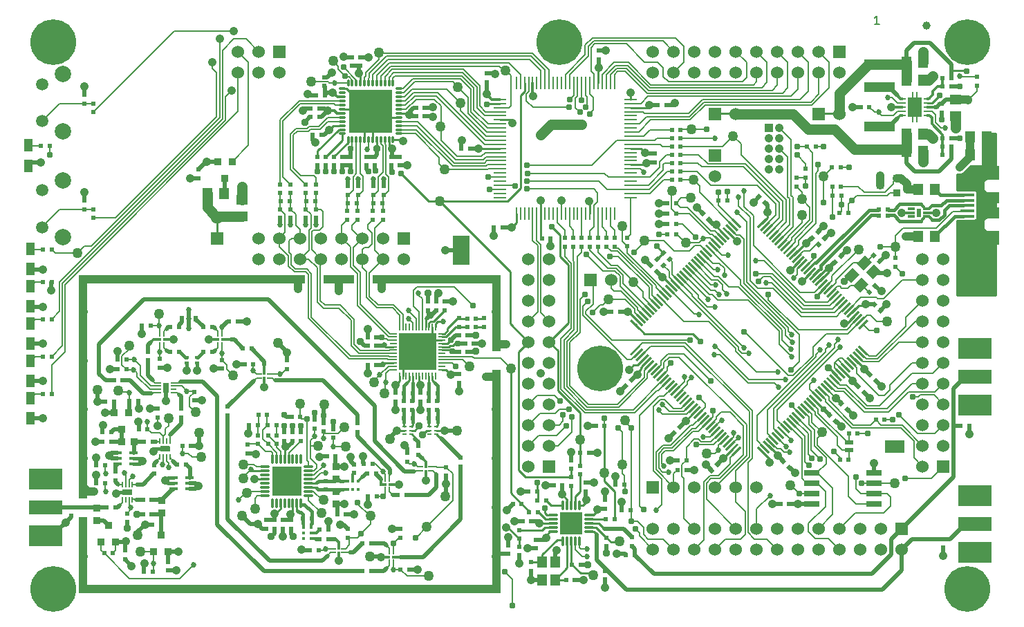
<source format=gtl>
G04 #@! TF.GenerationSoftware,KiCad,Pcbnew,5.1.9*
G04 #@! TF.CreationDate,2021-03-19T18:57:38-06:00*
G04 #@! TF.ProjectId,hackrf-one,6861636b-7266-42d6-9f6e-652e6b696361,r6*
G04 #@! TF.SameCoordinates,Original*
G04 #@! TF.FileFunction,Copper,L1,Top*
G04 #@! TF.FilePolarity,Positive*
%FSLAX46Y46*%
G04 Gerber Fmt 4.6, Leading zero omitted, Abs format (unit mm)*
G04 Created by KiCad (PCBNEW 5.1.9) date 2021-03-19 18:57:38*
%MOMM*%
%LPD*%
G01*
G04 APERTURE LIST*
G04 #@! TA.AperFunction,NonConductor*
%ADD10C,0.177800*%
G04 #@! TD*
G04 #@! TA.AperFunction,EtchedComponent*
%ADD11C,0.150000*%
G04 #@! TD*
G04 #@! TA.AperFunction,SMDPad,CuDef*
%ADD12R,3.850000X1.000000*%
G04 #@! TD*
G04 #@! TA.AperFunction,SMDPad,CuDef*
%ADD13R,3.800000X1.000000*%
G04 #@! TD*
G04 #@! TA.AperFunction,SMDPad,CuDef*
%ADD14R,1.000000X3.350000*%
G04 #@! TD*
G04 #@! TA.AperFunction,SMDPad,CuDef*
%ADD15R,1.000000X3.800000*%
G04 #@! TD*
G04 #@! TA.AperFunction,SMDPad,CuDef*
%ADD16R,0.645000X0.230000*%
G04 #@! TD*
G04 #@! TA.AperFunction,SMDPad,CuDef*
%ADD17R,0.300000X0.813000*%
G04 #@! TD*
G04 #@! TA.AperFunction,SMDPad,CuDef*
%ADD18R,0.230000X0.645000*%
G04 #@! TD*
G04 #@! TA.AperFunction,SMDPad,CuDef*
%ADD19R,0.813000X0.300000*%
G04 #@! TD*
G04 #@! TA.AperFunction,ComponentPad*
%ADD20R,1.524000X1.524000*%
G04 #@! TD*
G04 #@! TA.AperFunction,ComponentPad*
%ADD21C,1.524000*%
G04 #@! TD*
G04 #@! TA.AperFunction,SMDPad,CuDef*
%ADD22R,0.914400X0.914400*%
G04 #@! TD*
G04 #@! TA.AperFunction,SMDPad,CuDef*
%ADD23O,0.320000X1.200000*%
G04 #@! TD*
G04 #@! TA.AperFunction,SMDPad,CuDef*
%ADD24O,1.200000X0.320000*%
G04 #@! TD*
G04 #@! TA.AperFunction,SMDPad,CuDef*
%ADD25R,2.650000X2.650000*%
G04 #@! TD*
G04 #@! TA.AperFunction,ComponentPad*
%ADD26C,0.600000*%
G04 #@! TD*
G04 #@! TA.AperFunction,SMDPad,CuDef*
%ADD27R,1.320000X1.320000*%
G04 #@! TD*
G04 #@! TA.AperFunction,SMDPad,CuDef*
%ADD28C,1.000000*%
G04 #@! TD*
G04 #@! TA.AperFunction,SMDPad,CuDef*
%ADD29R,1.000000X1.500000*%
G04 #@! TD*
G04 #@! TA.AperFunction,SMDPad,CuDef*
%ADD30R,0.558800X0.508000*%
G04 #@! TD*
G04 #@! TA.AperFunction,SMDPad,CuDef*
%ADD31R,0.508000X0.558800*%
G04 #@! TD*
G04 #@! TA.AperFunction,SMDPad,CuDef*
%ADD32R,1.440180X1.150620*%
G04 #@! TD*
G04 #@! TA.AperFunction,SMDPad,CuDef*
%ADD33R,1.150620X1.440180*%
G04 #@! TD*
G04 #@! TA.AperFunction,SMDPad,CuDef*
%ADD34C,0.150000*%
G04 #@! TD*
G04 #@! TA.AperFunction,SMDPad,CuDef*
%ADD35R,1.750000X0.400000*%
G04 #@! TD*
G04 #@! TA.AperFunction,SMDPad,CuDef*
%ADD36R,2.100000X1.375000*%
G04 #@! TD*
G04 #@! TA.AperFunction,SMDPad,CuDef*
%ADD37R,1.460000X2.140000*%
G04 #@! TD*
G04 #@! TA.AperFunction,SMDPad,CuDef*
%ADD38R,1.350000X1.825000*%
G04 #@! TD*
G04 #@! TA.AperFunction,SMDPad,CuDef*
%ADD39R,2.100000X1.750000*%
G04 #@! TD*
G04 #@! TA.AperFunction,ComponentPad*
%ADD40C,1.500000*%
G04 #@! TD*
G04 #@! TA.AperFunction,ComponentPad*
%ADD41C,1.400000*%
G04 #@! TD*
G04 #@! TA.AperFunction,ComponentPad*
%ADD42C,5.600000*%
G04 #@! TD*
G04 #@! TA.AperFunction,SMDPad,CuDef*
%ADD43R,2.050000X3.650000*%
G04 #@! TD*
G04 #@! TA.AperFunction,SMDPad,CuDef*
%ADD44R,0.863600X0.863600*%
G04 #@! TD*
G04 #@! TA.AperFunction,SMDPad,CuDef*
%ADD45R,3.700780X1.198880*%
G04 #@! TD*
G04 #@! TA.AperFunction,SMDPad,CuDef*
%ADD46R,4.190000X1.780000*%
G04 #@! TD*
G04 #@! TA.AperFunction,SMDPad,CuDef*
%ADD47R,4.190000X2.665000*%
G04 #@! TD*
G04 #@! TA.AperFunction,SMDPad,CuDef*
%ADD48C,1.270000*%
G04 #@! TD*
G04 #@! TA.AperFunction,ComponentPad*
%ADD49R,1.066800X1.066800*%
G04 #@! TD*
G04 #@! TA.AperFunction,ComponentPad*
%ADD50C,1.066800*%
G04 #@! TD*
G04 #@! TA.AperFunction,ComponentPad*
%ADD51C,2.000000*%
G04 #@! TD*
G04 #@! TA.AperFunction,SMDPad,CuDef*
%ADD52R,0.330200X0.408940*%
G04 #@! TD*
G04 #@! TA.AperFunction,SMDPad,CuDef*
%ADD53R,0.408940X0.330200*%
G04 #@! TD*
G04 #@! TA.AperFunction,SMDPad,CuDef*
%ADD54R,0.551180X0.248920*%
G04 #@! TD*
G04 #@! TA.AperFunction,SMDPad,CuDef*
%ADD55R,0.500380X0.398780*%
G04 #@! TD*
G04 #@! TA.AperFunction,SMDPad,CuDef*
%ADD56R,0.500380X0.701040*%
G04 #@! TD*
G04 #@! TA.AperFunction,SMDPad,CuDef*
%ADD57R,0.599440X0.500380*%
G04 #@! TD*
G04 #@! TA.AperFunction,SMDPad,CuDef*
%ADD58R,0.800000X0.240000*%
G04 #@! TD*
G04 #@! TA.AperFunction,SMDPad,CuDef*
%ADD59R,0.200000X1.300000*%
G04 #@! TD*
G04 #@! TA.AperFunction,SMDPad,CuDef*
%ADD60O,0.200000X1.200000*%
G04 #@! TD*
G04 #@! TA.AperFunction,SMDPad,CuDef*
%ADD61R,0.500000X1.200000*%
G04 #@! TD*
G04 #@! TA.AperFunction,SMDPad,CuDef*
%ADD62O,0.200000X1.100000*%
G04 #@! TD*
G04 #@! TA.AperFunction,SMDPad,CuDef*
%ADD63R,0.200000X0.150000*%
G04 #@! TD*
G04 #@! TA.AperFunction,SMDPad,CuDef*
%ADD64R,0.600000X1.100000*%
G04 #@! TD*
G04 #@! TA.AperFunction,SMDPad,CuDef*
%ADD65R,0.240000X0.800000*%
G04 #@! TD*
G04 #@! TA.AperFunction,SMDPad,CuDef*
%ADD66R,1.300000X0.200000*%
G04 #@! TD*
G04 #@! TA.AperFunction,SMDPad,CuDef*
%ADD67O,1.200000X0.200000*%
G04 #@! TD*
G04 #@! TA.AperFunction,SMDPad,CuDef*
%ADD68R,1.200000X0.500000*%
G04 #@! TD*
G04 #@! TA.AperFunction,SMDPad,CuDef*
%ADD69O,1.100000X0.200000*%
G04 #@! TD*
G04 #@! TA.AperFunction,SMDPad,CuDef*
%ADD70R,0.150000X0.200000*%
G04 #@! TD*
G04 #@! TA.AperFunction,SMDPad,CuDef*
%ADD71R,1.100000X0.600000*%
G04 #@! TD*
G04 #@! TA.AperFunction,SMDPad,CuDef*
%ADD72R,0.990600X0.457200*%
G04 #@! TD*
G04 #@! TA.AperFunction,SMDPad,CuDef*
%ADD73R,0.900000X0.300000*%
G04 #@! TD*
G04 #@! TA.AperFunction,SMDPad,CuDef*
%ADD74R,0.500000X1.100000*%
G04 #@! TD*
G04 #@! TA.AperFunction,SMDPad,CuDef*
%ADD75R,1.905000X0.635000*%
G04 #@! TD*
G04 #@! TA.AperFunction,SMDPad,CuDef*
%ADD76R,0.850000X0.280000*%
G04 #@! TD*
G04 #@! TA.AperFunction,SMDPad,CuDef*
%ADD77R,0.825000X1.200000*%
G04 #@! TD*
G04 #@! TA.AperFunction,SMDPad,CuDef*
%ADD78R,0.280000X1.400000*%
G04 #@! TD*
G04 #@! TA.AperFunction,ComponentPad*
%ADD79C,0.585000*%
G04 #@! TD*
G04 #@! TA.AperFunction,SMDPad,CuDef*
%ADD80R,0.280000X0.700000*%
G04 #@! TD*
G04 #@! TA.AperFunction,SMDPad,CuDef*
%ADD81R,0.294640X1.501140*%
G04 #@! TD*
G04 #@! TA.AperFunction,SMDPad,CuDef*
%ADD82R,1.501140X0.294640*%
G04 #@! TD*
G04 #@! TA.AperFunction,SMDPad,CuDef*
%ADD83R,1.198880X1.399540*%
G04 #@! TD*
G04 #@! TA.AperFunction,SMDPad,CuDef*
%ADD84R,2.400000X1.500000*%
G04 #@! TD*
G04 #@! TA.AperFunction,SMDPad,CuDef*
%ADD85O,0.280000X1.350000*%
G04 #@! TD*
G04 #@! TA.AperFunction,SMDPad,CuDef*
%ADD86R,3.525000X3.525000*%
G04 #@! TD*
G04 #@! TA.AperFunction,SMDPad,CuDef*
%ADD87R,1.100000X1.100000*%
G04 #@! TD*
G04 #@! TA.AperFunction,SMDPad,CuDef*
%ADD88O,1.350000X0.280000*%
G04 #@! TD*
G04 #@! TA.AperFunction,SMDPad,CuDef*
%ADD89O,0.245000X0.870000*%
G04 #@! TD*
G04 #@! TA.AperFunction,SMDPad,CuDef*
%ADD90O,0.870000X0.245000*%
G04 #@! TD*
G04 #@! TA.AperFunction,SMDPad,CuDef*
%ADD91R,4.525000X4.525000*%
G04 #@! TD*
G04 #@! TA.AperFunction,ComponentPad*
%ADD92C,0.635000*%
G04 #@! TD*
G04 #@! TA.AperFunction,SMDPad,CuDef*
%ADD93R,1.500000X1.500000*%
G04 #@! TD*
G04 #@! TA.AperFunction,SMDPad,CuDef*
%ADD94O,0.280000X0.900000*%
G04 #@! TD*
G04 #@! TA.AperFunction,SMDPad,CuDef*
%ADD95O,0.900000X0.280000*%
G04 #@! TD*
G04 #@! TA.AperFunction,SMDPad,CuDef*
%ADD96R,5.300000X5.300000*%
G04 #@! TD*
G04 #@! TA.AperFunction,SMDPad,CuDef*
%ADD97R,1.650000X1.650000*%
G04 #@! TD*
G04 #@! TA.AperFunction,ViaPad*
%ADD98C,0.787400*%
G04 #@! TD*
G04 #@! TA.AperFunction,ViaPad*
%ADD99C,0.685800*%
G04 #@! TD*
G04 #@! TA.AperFunction,ViaPad*
%ADD100C,1.066800*%
G04 #@! TD*
G04 #@! TA.AperFunction,ViaPad*
%ADD101C,0.939800*%
G04 #@! TD*
G04 #@! TA.AperFunction,Conductor*
%ADD102C,0.203200*%
G04 #@! TD*
G04 #@! TA.AperFunction,Conductor*
%ADD103C,0.508000*%
G04 #@! TD*
G04 #@! TA.AperFunction,Conductor*
%ADD104C,0.254000*%
G04 #@! TD*
G04 #@! TA.AperFunction,Conductor*
%ADD105C,0.241300*%
G04 #@! TD*
G04 #@! TA.AperFunction,Conductor*
%ADD106C,0.304800*%
G04 #@! TD*
G04 #@! TA.AperFunction,Conductor*
%ADD107C,0.406400*%
G04 #@! TD*
G04 #@! TA.AperFunction,Conductor*
%ADD108C,1.270000*%
G04 #@! TD*
G04 #@! TA.AperFunction,Conductor*
%ADD109C,1.016000*%
G04 #@! TD*
G04 #@! TA.AperFunction,Conductor*
%ADD110C,0.152400*%
G04 #@! TD*
G04 #@! TA.AperFunction,Conductor*
%ADD111C,0.457200*%
G04 #@! TD*
G04 #@! TA.AperFunction,Conductor*
%ADD112C,0.279400*%
G04 #@! TD*
G04 #@! TA.AperFunction,Conductor*
%ADD113C,0.150000*%
G04 #@! TD*
G04 APERTURE END LIST*
D10*
X165190285Y-101759619D02*
X164609714Y-101759619D01*
X164900000Y-101759619D02*
X164900000Y-100743619D01*
X164803238Y-100888761D01*
X164706476Y-100985523D01*
X164609714Y-101033904D01*
D11*
G04 #@! TO.C,NT3*
G36*
X84257000Y-125978000D02*
G01*
X84257000Y-127502000D01*
X84003000Y-127502000D01*
X84003000Y-125978000D01*
X84257000Y-125978000D01*
G37*
G04 #@! TO.C,NT2*
G36*
X159822000Y-112897000D02*
G01*
X158298000Y-112897000D01*
X158298000Y-112643000D01*
X159822000Y-112643000D01*
X159822000Y-112897000D01*
G37*
G04 #@! TO.C,NT1*
G36*
X147122000Y-112897000D02*
G01*
X145598000Y-112897000D01*
X145598000Y-112643000D01*
X147122000Y-112643000D01*
X147122000Y-112897000D01*
G37*
G04 #@! TD*
D12*
G04 #@! TO.P,J2,0*
G04 #@! TO.N,GND*
X69125000Y-170950000D03*
D13*
X75000000Y-170950000D03*
X81000000Y-170950000D03*
X87000000Y-170950000D03*
X93000000Y-170950000D03*
X99000000Y-170950000D03*
X105000000Y-170950000D03*
X111000000Y-170950000D03*
D12*
X116875000Y-170950000D03*
D14*
X118300000Y-169775000D03*
D15*
X118300000Y-164000000D03*
X118300000Y-158000000D03*
X118300000Y-152000000D03*
X118300000Y-146000000D03*
X118300000Y-140000000D03*
D14*
X118300000Y-134225000D03*
D12*
X116875000Y-133050000D03*
D13*
X111000000Y-133050000D03*
X105000000Y-133050000D03*
X99000000Y-133050000D03*
X93000000Y-133050000D03*
X87000000Y-133050000D03*
X81000000Y-133050000D03*
X75000000Y-133050000D03*
D12*
X69125000Y-133050000D03*
D14*
X67700000Y-134225000D03*
D15*
X67700000Y-140000000D03*
X67700000Y-146000000D03*
X67700000Y-152000000D03*
X67700000Y-158000000D03*
X67700000Y-164000000D03*
D14*
X67700000Y-169775000D03*
G04 #@! TD*
D16*
G04 #@! TO.P,U11,2*
G04 #@! TO.N,Net-(C43-Pad2)*
X108985000Y-156524220D03*
D17*
G04 #@! TO.P,U11,6*
G04 #@! TO.N,Net-(C48-Pad1)*
X109628500Y-155723300D03*
D16*
G04 #@! TO.P,U11,5*
G04 #@! TO.N,MIX_BYPASS*
X110272000Y-156026380D03*
G04 #@! TO.P,U11,4*
G04 #@! TO.N,Net-(C51-Pad1)*
X110272000Y-156524220D03*
D17*
G04 #@! TO.P,U11,3*
G04 #@! TO.N,GND*
X109628500Y-156827300D03*
D16*
G04 #@! TO.P,U11,1*
G04 #@! TO.N,VAA*
X108985000Y-156026380D03*
G04 #@! TD*
D18*
G04 #@! TO.P,U10,2*
G04 #@! TO.N,Net-(C51-Pad2)*
X105212320Y-158807500D03*
D19*
G04 #@! TO.P,U10,6*
G04 #@! TO.N,Net-(C46-Pad1)*
X104411400Y-158164000D03*
D18*
G04 #@! TO.P,U10,5*
G04 #@! TO.N,RX*
X104714480Y-157520500D03*
G04 #@! TO.P,U10,4*
G04 #@! TO.N,Net-(C23-Pad1)*
X105212320Y-157520500D03*
D19*
G04 #@! TO.P,U10,3*
G04 #@! TO.N,GND*
X105515400Y-158164000D03*
D18*
G04 #@! TO.P,U10,1*
G04 #@! TO.N,VAA*
X104714480Y-158807500D03*
G04 #@! TD*
D16*
G04 #@! TO.P,U7,2*
G04 #@! TO.N,Net-(C9-Pad1)*
X98326900Y-166521520D03*
D17*
G04 #@! TO.P,U7,6*
G04 #@! TO.N,Net-(C28-Pad2)*
X98970400Y-165720600D03*
D16*
G04 #@! TO.P,U7,5*
G04 #@! TO.N,RX*
X99613900Y-166023680D03*
G04 #@! TO.P,U7,4*
G04 #@! TO.N,Net-(C21-Pad2)*
X99613900Y-166521520D03*
D17*
G04 #@! TO.P,U7,3*
G04 #@! TO.N,GND*
X98970400Y-166824600D03*
D16*
G04 #@! TO.P,U7,1*
G04 #@! TO.N,VAA*
X98326900Y-166023680D03*
G04 #@! TD*
D18*
G04 #@! TO.P,U6,2*
G04 #@! TO.N,Net-(C27-Pad2)*
X84210880Y-139770700D03*
D19*
G04 #@! TO.P,U6,6*
G04 #@! TO.N,Net-(C20-Pad1)*
X85011800Y-140414200D03*
D18*
G04 #@! TO.P,U6,5*
G04 #@! TO.N,HP*
X84708720Y-141057700D03*
G04 #@! TO.P,U6,4*
G04 #@! TO.N,Net-(C17-Pad2)*
X84210880Y-141057700D03*
D19*
G04 #@! TO.P,U6,3*
G04 #@! TO.N,GND*
X83907800Y-140414200D03*
D18*
G04 #@! TO.P,U6,1*
G04 #@! TO.N,VAA*
X84708720Y-139770700D03*
G04 #@! TD*
G04 #@! TO.P,U5,2*
G04 #@! TO.N,Net-(C18-Pad1)*
X77596720Y-141057700D03*
D19*
G04 #@! TO.P,U5,6*
G04 #@! TO.N,Net-(C31-Pad2)*
X76795800Y-140414200D03*
D18*
G04 #@! TO.P,U5,5*
G04 #@! TO.N,LP*
X77098880Y-139770700D03*
G04 #@! TO.P,U5,4*
G04 #@! TO.N,Net-(C26-Pad2)*
X77596720Y-139770700D03*
D19*
G04 #@! TO.P,U5,3*
G04 #@! TO.N,GND*
X77899800Y-140414200D03*
D18*
G04 #@! TO.P,U5,1*
G04 #@! TO.N,VAA*
X77098880Y-141057700D03*
G04 #@! TD*
D16*
G04 #@! TO.P,U2,2*
G04 #@! TO.N,Net-(C9-Pad2)*
X89242300Y-145127520D03*
D17*
G04 #@! TO.P,U2,6*
G04 #@! TO.N,Net-(C20-Pad2)*
X89885800Y-144326600D03*
D16*
G04 #@! TO.P,U2,5*
G04 #@! TO.N,RX*
X90529300Y-144629680D03*
G04 #@! TO.P,U2,4*
G04 #@! TO.N,Net-(C23-Pad2)*
X90529300Y-145127520D03*
D17*
G04 #@! TO.P,U2,3*
G04 #@! TO.N,GND*
X89885800Y-145430600D03*
D16*
G04 #@! TO.P,U2,1*
G04 #@! TO.N,VAA*
X89242300Y-144629680D03*
G04 #@! TD*
D18*
G04 #@! TO.P,U1,2*
G04 #@! TO.N,Net-(C21-Pad1)*
X105184080Y-166408700D03*
D19*
G04 #@! TO.P,U1,6*
G04 #@! TO.N,Net-(C8-Pad2)*
X105985000Y-167052200D03*
D18*
G04 #@! TO.P,U1,5*
G04 #@! TO.N,!MIX_BYPASS*
X105681920Y-167695700D03*
G04 #@! TO.P,U1,4*
G04 #@! TO.N,Net-(C32-Pad1)*
X105184080Y-167695700D03*
D19*
G04 #@! TO.P,U1,3*
G04 #@! TO.N,GND*
X104881000Y-167052200D03*
D18*
G04 #@! TO.P,U1,1*
G04 #@! TO.N,VAA*
X105681920Y-166408700D03*
G04 #@! TD*
D20*
G04 #@! TO.P,NT3,1*
G04 #@! TO.N,VAA*
X84130000Y-128010000D03*
D21*
G04 #@! TO.P,NT3,2*
G04 #@! TO.N,Net-(C105-Pad1)*
X84130000Y-125470000D03*
G04 #@! TD*
D20*
G04 #@! TO.P,NT2,1*
G04 #@! TO.N,VCC*
X157790000Y-112770000D03*
D21*
G04 #@! TO.P,NT2,2*
G04 #@! TO.N,/mcu/usb/power/REG_OUT1*
X160330000Y-112770000D03*
G04 #@! TD*
D20*
G04 #@! TO.P,NT1,1*
G04 #@! TO.N,+1V8*
X145090000Y-112770000D03*
D21*
G04 #@! TO.P,NT1,2*
G04 #@! TO.N,/mcu/usb/power/REG_OUT2*
X147630000Y-112770000D03*
G04 #@! TD*
D22*
G04 #@! TO.P,Q5,3*
G04 #@! TO.N,/mcu/usb/power/VIN*
X165283000Y-121558400D03*
G04 #@! TO.P,Q5,1*
G04 #@! TO.N,/mcu/usb/power/VBUSCTRL*
X167315000Y-122447400D03*
G04 #@! TO.P,Q5,2*
G04 #@! TO.N,/mcu/usb/power/VBUS*
X167315000Y-120669400D03*
G04 #@! TD*
G04 #@! TO.P,Q4,3*
G04 #@! TO.N,Net-(L13-Pad1)*
X70800000Y-163184000D03*
G04 #@! TO.P,Q4,1*
G04 #@! TO.N,/frontend/!ANT_BIAS*
X69911000Y-165216000D03*
G04 #@! TO.P,Q4,2*
G04 #@! TO.N,VAA*
X71689000Y-165216000D03*
G04 #@! TD*
G04 #@! TO.P,Q3,3*
G04 #@! TO.N,Net-(FB2-Pad1)*
X85044400Y-120694800D03*
G04 #@! TO.P,Q3,1*
G04 #@! TO.N,!VAA_ENABLE*
X85933400Y-118662800D03*
G04 #@! TO.P,Q3,2*
G04 #@! TO.N,VCC*
X84155400Y-118662800D03*
G04 #@! TD*
G04 #@! TO.P,Q2,3*
G04 #@! TO.N,Net-(C160-Pad1)*
X77216700Y-164374800D03*
G04 #@! TO.P,Q2,1*
G04 #@! TO.N,!TX_AMP_PWR*
X76327700Y-166406800D03*
G04 #@! TO.P,Q2,2*
G04 #@! TO.N,VAA*
X78105700Y-166406800D03*
G04 #@! TD*
G04 #@! TO.P,Q1,3*
G04 #@! TO.N,Net-(C163-Pad2)*
X72376000Y-151396000D03*
G04 #@! TO.P,Q1,1*
G04 #@! TO.N,!RX_AMP_PWR*
X73265000Y-149364000D03*
G04 #@! TO.P,Q1,2*
G04 #@! TO.N,VAA*
X71487000Y-149364000D03*
G04 #@! TD*
D23*
G04 #@! TO.P,U19,1*
G04 #@! TO.N,/baseband/XA*
X126469200Y-165126000D03*
G04 #@! TO.P,U19,2*
G04 #@! TO.N,/baseband/XB*
X126969200Y-165126000D03*
G04 #@! TO.P,U19,3*
G04 #@! TO.N,/baseband/INTR*
X127469200Y-165126000D03*
G04 #@! TO.P,U19,4*
G04 #@! TO.N,SCL*
X127969200Y-165126000D03*
G04 #@! TO.P,U19,5*
G04 #@! TO.N,SDA*
X128469200Y-165126000D03*
D24*
G04 #@! TO.P,U19,6*
G04 #@! TO.N,CLKIN*
X129669200Y-163926000D03*
G04 #@! TO.P,U19,7*
G04 #@! TO.N,/baseband/OEB*
X129669200Y-163426000D03*
G04 #@! TO.P,U19,8*
G04 #@! TO.N,/baseband/CLK3*
X129669200Y-162926000D03*
G04 #@! TO.P,U19,9*
G04 #@! TO.N,/baseband/CLK2*
X129669200Y-162426000D03*
G04 #@! TO.P,U19,10*
G04 #@! TO.N,VCC*
X129669200Y-161926000D03*
D23*
G04 #@! TO.P,U19,11*
X128469200Y-160726000D03*
G04 #@! TO.P,U19,12*
G04 #@! TO.N,/baseband/CLK1*
X127969200Y-160726000D03*
G04 #@! TO.P,U19,13*
G04 #@! TO.N,/baseband/CLK0*
X127469200Y-160726000D03*
G04 #@! TO.P,U19,14*
G04 #@! TO.N,VCC*
X126969200Y-160726000D03*
G04 #@! TO.P,U19,15*
G04 #@! TO.N,MCU_CLK*
X126469200Y-160726000D03*
D24*
G04 #@! TO.P,U19,16*
G04 #@! TO.N,CLK6*
X125269200Y-161926000D03*
G04 #@! TO.P,U19,17*
G04 #@! TO.N,/baseband/CLK5*
X125269200Y-162426000D03*
G04 #@! TO.P,U19,18*
G04 #@! TO.N,VCC*
X125269200Y-162926000D03*
G04 #@! TO.P,U19,19*
G04 #@! TO.N,MIX_CLK*
X125269200Y-163426000D03*
G04 #@! TO.P,U19,20*
G04 #@! TO.N,VCC*
X125269200Y-163926000D03*
D25*
G04 #@! TO.P,U19,0*
G04 #@! TO.N,GND*
X127469200Y-162926000D03*
D26*
X127469200Y-162926000D03*
X126809200Y-163586000D03*
X126809200Y-162266000D03*
X128129200Y-162266000D03*
X128129200Y-163586000D03*
D27*
X126809200Y-163586000D03*
X126809200Y-162266000D03*
X128129200Y-163586000D03*
X128129200Y-162266000D03*
G04 #@! TD*
D28*
G04 #@! TO.P,MARK1MM,*
G04 #@! TO.N,*
X171000000Y-102000000D03*
G04 #@! TD*
D29*
G04 #@! TO.P,D7,1*
G04 #@! TO.N,GND*
X61000000Y-119150000D03*
G04 #@! TO.P,D7,2*
G04 #@! TO.N,Net-(D7-Pad2)*
X61000000Y-116650000D03*
G04 #@! TD*
G04 #@! TO.P,D8,1*
G04 #@! TO.N,GND*
X61270000Y-131800000D03*
G04 #@! TO.P,D8,2*
G04 #@! TO.N,Net-(D8-Pad2)*
X61270000Y-129300000D03*
G04 #@! TD*
G04 #@! TO.P,D2,1*
G04 #@! TO.N,GND*
X61270000Y-136372000D03*
G04 #@! TO.P,D2,2*
G04 #@! TO.N,Net-(D2-Pad2)*
X61270000Y-133872000D03*
G04 #@! TD*
G04 #@! TO.P,D4,1*
G04 #@! TO.N,GND*
X61270000Y-140944000D03*
G04 #@! TO.P,D4,2*
G04 #@! TO.N,Net-(D4-Pad2)*
X61270000Y-138444000D03*
G04 #@! TD*
G04 #@! TO.P,D5,1*
G04 #@! TO.N,GND*
X61270000Y-145516000D03*
G04 #@! TO.P,D5,2*
G04 #@! TO.N,Net-(D5-Pad2)*
X61270000Y-143016000D03*
G04 #@! TD*
G04 #@! TO.P,D6,1*
G04 #@! TO.N,GND*
X61270000Y-150088000D03*
G04 #@! TO.P,D6,2*
G04 #@! TO.N,Net-(D6-Pad2)*
X61270000Y-147588000D03*
G04 #@! TD*
D30*
G04 #@! TO.P,C1,2*
G04 #@! TO.N,GND*
X91096400Y-163580200D03*
G04 #@! TO.P,C1,1*
G04 #@! TO.N,VCC*
X91096400Y-162513400D03*
G04 #@! TD*
G04 #@! TO.P,C2,2*
G04 #@! TO.N,GND*
X90080400Y-163580200D03*
G04 #@! TO.P,C2,1*
G04 #@! TO.N,VCC*
X90080400Y-162513400D03*
G04 #@! TD*
G04 #@! TO.P,C3,2*
G04 #@! TO.N,GND*
X93128400Y-163580200D03*
G04 #@! TO.P,C3,1*
G04 #@! TO.N,VAA*
X93128400Y-162513400D03*
G04 #@! TD*
G04 #@! TO.P,C4,2*
G04 #@! TO.N,GND*
X92112400Y-163580200D03*
G04 #@! TO.P,C4,1*
G04 #@! TO.N,VAA*
X92112400Y-162513400D03*
G04 #@! TD*
G04 #@! TO.P,C5,2*
G04 #@! TO.N,GND*
X92341000Y-151794600D03*
G04 #@! TO.P,C5,1*
G04 #@! TO.N,VAA*
X92341000Y-152861400D03*
G04 #@! TD*
G04 #@! TO.P,C6,2*
G04 #@! TO.N,GND*
X93357000Y-151794600D03*
G04 #@! TO.P,C6,1*
G04 #@! TO.N,VAA*
X93357000Y-152861400D03*
G04 #@! TD*
D31*
G04 #@! TO.P,C7,2*
G04 #@! TO.N,!MIX_BYPASS*
X106550600Y-168576200D03*
G04 #@! TO.P,C7,1*
G04 #@! TO.N,GND*
X107617400Y-168576200D03*
G04 #@! TD*
D30*
G04 #@! TO.P,C8,2*
G04 #@! TO.N,Net-(C8-Pad2)*
X113919000Y-155981400D03*
G04 #@! TO.P,C8,1*
G04 #@! TO.N,TX_IF*
X113919000Y-154914600D03*
G04 #@! TD*
G04 #@! TO.P,C9,2*
G04 #@! TO.N,Net-(C9-Pad2)*
X85400000Y-148634800D03*
G04 #@! TO.P,C9,1*
G04 #@! TO.N,Net-(C9-Pad1)*
X85400000Y-149701600D03*
G04 #@! TD*
D31*
G04 #@! TO.P,C10,2*
G04 #@! TO.N,VAA*
X88514200Y-143481600D03*
G04 #@! TO.P,C10,1*
G04 #@! TO.N,GND*
X87447400Y-143481600D03*
G04 #@! TD*
D30*
G04 #@! TO.P,C11,2*
G04 #@! TO.N,HP*
X84713800Y-142928800D03*
G04 #@! TO.P,C11,1*
G04 #@! TO.N,GND*
X84713800Y-143995600D03*
G04 #@! TD*
G04 #@! TO.P,C12,2*
G04 #@! TO.N,GND*
X87794400Y-154360000D03*
G04 #@! TO.P,C12,1*
G04 #@! TO.N,Net-(C12-Pad1)*
X87794400Y-153293200D03*
G04 #@! TD*
D31*
G04 #@! TO.P,C13,2*
G04 #@! TO.N,GND*
X88023000Y-150905600D03*
G04 #@! TO.P,C13,1*
G04 #@! TO.N,Net-(C13-Pad1)*
X89089800Y-150905600D03*
G04 #@! TD*
D30*
G04 #@! TO.P,C14,2*
G04 #@! TO.N,Net-(C14-Pad2)*
X90334400Y-152150200D03*
G04 #@! TO.P,C14,1*
G04 #@! TO.N,Net-(C14-Pad1)*
X90334400Y-153217000D03*
G04 #@! TD*
D31*
G04 #@! TO.P,C15,2*
G04 #@! TO.N,Net-(C15-Pad2)*
X91375800Y-150905600D03*
G04 #@! TO.P,C15,1*
G04 #@! TO.N,Net-(C14-Pad1)*
X90309000Y-150905600D03*
G04 #@! TD*
D30*
G04 #@! TO.P,C16,2*
G04 #@! TO.N,GND*
X106499800Y-163623200D03*
G04 #@! TO.P,C16,1*
G04 #@! TO.N,VAA*
X106499800Y-164690000D03*
G04 #@! TD*
D31*
G04 #@! TO.P,C17,2*
G04 #@! TO.N,Net-(C17-Pad2)*
X83469200Y-141938200D03*
G04 #@! TO.P,C17,1*
G04 #@! TO.N,Net-(C17-Pad1)*
X82402400Y-141938200D03*
G04 #@! TD*
G04 #@! TO.P,C18,2*
G04 #@! TO.N,Net-(C18-Pad2)*
X79405200Y-141938200D03*
G04 #@! TO.P,C18,1*
G04 #@! TO.N,Net-(C18-Pad1)*
X78338400Y-141938200D03*
G04 #@! TD*
D30*
G04 #@! TO.P,C19,2*
G04 #@! TO.N,VAA*
X77093800Y-142801800D03*
G04 #@! TO.P,C19,1*
G04 #@! TO.N,GND*
X77093800Y-143868600D03*
G04 #@! TD*
D31*
G04 #@! TO.P,C20,2*
G04 #@! TO.N,Net-(C20-Pad2)*
X88341200Y-141528800D03*
G04 #@! TO.P,C20,1*
G04 #@! TO.N,Net-(C20-Pad1)*
X87274400Y-141528800D03*
G04 #@! TD*
G04 #@! TO.P,C21,2*
G04 #@! TO.N,Net-(C21-Pad2)*
X101904800Y-165379400D03*
G04 #@! TO.P,C21,1*
G04 #@! TO.N,Net-(C21-Pad1)*
X102971600Y-165379400D03*
G04 #@! TD*
G04 #@! TO.P,C22,2*
G04 #@! TO.N,VAA*
X96506600Y-166272600D03*
G04 #@! TO.P,C22,1*
G04 #@! TO.N,GND*
X95439800Y-166272600D03*
G04 #@! TD*
D30*
G04 #@! TO.P,C23,2*
G04 #@! TO.N,Net-(C23-Pad2)*
X101269800Y-150647400D03*
G04 #@! TO.P,C23,1*
G04 #@! TO.N,Net-(C23-Pad1)*
X101269800Y-151714200D03*
G04 #@! TD*
G04 #@! TO.P,C24,2*
G04 #@! TO.N,RX*
X92679800Y-144015000D03*
G04 #@! TO.P,C24,1*
G04 #@! TO.N,GND*
X92679800Y-142948200D03*
G04 #@! TD*
D31*
G04 #@! TO.P,C25,2*
G04 #@! TO.N,GND*
X97725800Y-163732600D03*
G04 #@! TO.P,C25,1*
G04 #@! TO.N,Net-(C25-Pad1)*
X96659000Y-163732600D03*
G04 #@! TD*
G04 #@! TO.P,C26,2*
G04 #@! TO.N,Net-(C26-Pad2)*
X78338400Y-138890200D03*
G04 #@! TO.P,C26,1*
G04 #@! TO.N,Net-(C26-Pad1)*
X79405200Y-138890200D03*
G04 #@! TD*
G04 #@! TO.P,C27,2*
G04 #@! TO.N,Net-(C27-Pad2)*
X83469200Y-138890200D03*
G04 #@! TO.P,C27,1*
G04 #@! TO.N,Net-(C27-Pad1)*
X82402400Y-138890200D03*
G04 #@! TD*
G04 #@! TO.P,C28,2*
G04 #@! TO.N,Net-(C28-Pad2)*
X97725800Y-164875600D03*
G04 #@! TO.P,C28,1*
G04 #@! TO.N,Net-(C28-Pad1)*
X96659000Y-164875600D03*
G04 #@! TD*
G04 #@! TO.P,C29,2*
G04 #@! TO.N,GND*
X74884000Y-138712400D03*
G04 #@! TO.P,C29,1*
G04 #@! TO.N,LP*
X75950800Y-138712400D03*
G04 #@! TD*
G04 #@! TO.P,C30,2*
G04 #@! TO.N,GND*
X86633400Y-138200000D03*
G04 #@! TO.P,C30,1*
G04 #@! TO.N,VAA*
X85566600Y-138200000D03*
G04 #@! TD*
D30*
G04 #@! TO.P,C31,2*
G04 #@! TO.N,Net-(C31-Pad2)*
X75595200Y-141912800D03*
G04 #@! TO.P,C31,1*
G04 #@! TO.N,Net-(C31-Pad1)*
X75595200Y-142979600D03*
G04 #@! TD*
D31*
G04 #@! TO.P,C32,2*
G04 #@! TO.N,Net-(C32-Pad2)*
X101904800Y-168808400D03*
G04 #@! TO.P,C32,1*
G04 #@! TO.N,Net-(C32-Pad1)*
X102971600Y-168808400D03*
G04 #@! TD*
D30*
G04 #@! TO.P,C33,2*
G04 #@! TO.N,GND*
X100113400Y-163605600D03*
G04 #@! TO.P,C33,1*
G04 #@! TO.N,RX*
X100113400Y-164672400D03*
G04 #@! TD*
G04 #@! TO.P,C34,2*
G04 #@! TO.N,GND*
X98310000Y-151388200D03*
G04 #@! TO.P,C34,1*
G04 #@! TO.N,MIXER_RESETX*
X98310000Y-152455000D03*
G04 #@! TD*
G04 #@! TO.P,C35,2*
G04 #@! TO.N,GND*
X97167000Y-150626200D03*
G04 #@! TO.P,C35,1*
G04 #@! TO.N,MIXER_ENX*
X97167000Y-151693000D03*
G04 #@! TD*
G04 #@! TO.P,C36,2*
G04 #@! TO.N,GND*
X96024000Y-150245200D03*
G04 #@! TO.P,C36,1*
G04 #@! TO.N,MIXER_SCLK*
X96024000Y-151312000D03*
G04 #@! TD*
D31*
G04 #@! TO.P,C37,2*
G04 #@! TO.N,GND*
X93204600Y-149915000D03*
G04 #@! TO.P,C37,1*
G04 #@! TO.N,MIXER_SDATA*
X94271400Y-149915000D03*
G04 #@! TD*
G04 #@! TO.P,C38,2*
G04 #@! TO.N,!MIX_BYPASS*
X72979000Y-142827200D03*
G04 #@! TO.P,C38,1*
G04 #@! TO.N,GND*
X71912200Y-142827200D03*
G04 #@! TD*
D30*
G04 #@! TO.P,C39,2*
G04 #@! TO.N,TX_MIX_BP*
X81305400Y-146812000D03*
G04 #@! TO.P,C39,1*
G04 #@! TO.N,GND*
X81305400Y-147878800D03*
G04 #@! TD*
D31*
G04 #@! TO.P,C40,2*
G04 #@! TO.N,RX_MIX_BP*
X72979000Y-144071800D03*
G04 #@! TO.P,C40,1*
G04 #@! TO.N,GND*
X71912200Y-144071800D03*
G04 #@! TD*
G04 #@! TO.P,C41,2*
G04 #@! TO.N,GND*
X99859400Y-161827600D03*
G04 #@! TO.P,C41,1*
G04 #@! TO.N,VAA*
X98792600Y-161827600D03*
G04 #@! TD*
G04 #@! TO.P,C42,2*
G04 #@! TO.N,GND*
X97522600Y-154715600D03*
G04 #@! TO.P,C42,1*
G04 #@! TO.N,VAA*
X98589400Y-154715600D03*
G04 #@! TD*
G04 #@! TO.P,C43,2*
G04 #@! TO.N,Net-(C43-Pad2)*
X71475600Y-145415000D03*
G04 #@! TO.P,C43,1*
G04 #@! TO.N,Net-(C43-Pad1)*
X72542400Y-145415000D03*
G04 #@! TD*
D30*
G04 #@! TO.P,C44,2*
G04 #@! TO.N,Net-(C44-Pad2)*
X79679800Y-148894800D03*
G04 #@! TO.P,C44,1*
G04 #@! TO.N,Net-(C44-Pad1)*
X79679800Y-149961600D03*
G04 #@! TD*
D31*
G04 #@! TO.P,C45,2*
G04 #@! TO.N,RX*
X103124000Y-155651200D03*
G04 #@! TO.P,C45,1*
G04 #@! TO.N,GND*
X102057200Y-155651200D03*
G04 #@! TD*
G04 #@! TO.P,C46,2*
G04 #@! TO.N,Net-(C46-Pad2)*
X102514400Y-156794200D03*
G04 #@! TO.P,C46,1*
G04 #@! TO.N,Net-(C46-Pad1)*
X103581200Y-156794200D03*
G04 #@! TD*
D30*
G04 #@! TO.P,C47,2*
G04 #@! TO.N,MIX_BYPASS*
X112166400Y-156032200D03*
G04 #@! TO.P,C47,1*
G04 #@! TO.N,GND*
X112166400Y-157099000D03*
G04 #@! TD*
G04 #@! TO.P,C48,2*
G04 #@! TO.N,RX_IF*
X108737400Y-153466800D03*
G04 #@! TO.P,C48,1*
G04 #@! TO.N,Net-(C48-Pad1)*
X108737400Y-154533600D03*
G04 #@! TD*
G04 #@! TO.P,C49,2*
G04 #@! TO.N,Net-(C49-Pad2)*
X100850000Y-156773000D03*
G04 #@! TO.P,C49,1*
G04 #@! TO.N,GND*
X100850000Y-155706200D03*
G04 #@! TD*
D31*
G04 #@! TO.P,C50,2*
G04 #@! TO.N,/frontend/RX_AMP_OUT*
X76211400Y-152920000D03*
G04 #@! TO.P,C50,1*
G04 #@! TO.N,Net-(C50-Pad1)*
X75144600Y-152920000D03*
G04 #@! TD*
G04 #@! TO.P,C51,2*
G04 #@! TO.N,Net-(C51-Pad2)*
X106208000Y-159434000D03*
G04 #@! TO.P,C51,1*
G04 #@! TO.N,Net-(C51-Pad1)*
X107274800Y-159434000D03*
G04 #@! TD*
G04 #@! TO.P,C52,2*
G04 #@! TO.N,GND*
X70064600Y-152920000D03*
G04 #@! TO.P,C52,1*
G04 #@! TO.N,Net-(C163-Pad2)*
X71131400Y-152920000D03*
G04 #@! TD*
G04 #@! TO.P,C53,2*
G04 #@! TO.N,GND*
X70414000Y-147999800D03*
G04 #@! TO.P,C53,1*
G04 #@! TO.N,VAA*
X71480800Y-147999800D03*
G04 #@! TD*
G04 #@! TO.P,C54,2*
G04 #@! TO.N,GND*
X102590600Y-159664400D03*
G04 #@! TO.P,C54,1*
G04 #@! TO.N,VAA*
X103657400Y-159664400D03*
G04 #@! TD*
G04 #@! TO.P,C55,2*
G04 #@! TO.N,GND*
X80910400Y-153428000D03*
G04 #@! TO.P,C55,1*
G04 #@! TO.N,TX_AMP*
X79843600Y-153428000D03*
G04 #@! TD*
D30*
G04 #@! TO.P,C56,2*
G04 #@! TO.N,GND*
X107391200Y-154330400D03*
G04 #@! TO.P,C56,1*
G04 #@! TO.N,VAA*
X107391200Y-155397200D03*
G04 #@! TD*
G04 #@! TO.P,C57,2*
G04 #@! TO.N,GND*
X76835000Y-148894800D03*
G04 #@! TO.P,C57,1*
G04 #@! TO.N,AMP_BYPASS*
X76835000Y-149961600D03*
G04 #@! TD*
G04 #@! TO.P,C58,1*
G04 #@! TO.N,/frontend/RX_AMP_IN*
X71614000Y-157644400D03*
G04 #@! TO.P,C58,2*
G04 #@! TO.N,Net-(C58-Pad2)*
X71614000Y-156577600D03*
G04 #@! TD*
D31*
G04 #@! TO.P,C59,2*
G04 #@! TO.N,Net-(C59-Pad2)*
X80275400Y-155714000D03*
G04 #@! TO.P,C59,1*
G04 #@! TO.N,/frontend/TX_AMP_IN*
X79208600Y-155714000D03*
G04 #@! TD*
G04 #@! TO.P,C60,2*
G04 #@! TO.N,RX_AMP*
X75576400Y-151396000D03*
G04 #@! TO.P,C60,1*
G04 #@! TO.N,GND*
X74509600Y-151396000D03*
G04 #@! TD*
D30*
G04 #@! TO.P,C61,2*
G04 #@! TO.N,Net-(C61-Pad2)*
X76363800Y-155790200D03*
G04 #@! TO.P,C61,1*
G04 #@! TO.N,Net-(C61-Pad1)*
X76363800Y-156857000D03*
G04 #@! TD*
D31*
G04 #@! TO.P,C62,2*
G04 #@! TO.N,Net-(C62-Pad2)*
X76084400Y-160032000D03*
G04 #@! TO.P,C62,1*
G04 #@! TO.N,/frontend/TX_AMP_OUT*
X75017600Y-160032000D03*
G04 #@! TD*
D30*
G04 #@! TO.P,C63,2*
G04 #@! TO.N,GND*
X73087200Y-162775200D03*
G04 #@! TO.P,C63,1*
G04 #@! TO.N,TX_AMP*
X73087200Y-161708400D03*
G04 #@! TD*
D31*
G04 #@! TO.P,C64,2*
G04 #@! TO.N,Net-(C64-Pad2)*
X70566600Y-161000000D03*
G04 #@! TO.P,C64,1*
G04 #@! TO.N,Net-(C64-Pad1)*
X71633400Y-161000000D03*
G04 #@! TD*
G04 #@! TO.P,C65,2*
G04 #@! TO.N,AMP_BYPASS*
X70369400Y-158000000D03*
G04 #@! TO.P,C65,1*
G04 #@! TO.N,GND*
X69302600Y-158000000D03*
G04 #@! TD*
G04 #@! TO.P,C66,2*
G04 #@! TO.N,RX_AMP*
X70369400Y-155841000D03*
G04 #@! TO.P,C66,1*
G04 #@! TO.N,GND*
X69302600Y-155841000D03*
G04 #@! TD*
D30*
G04 #@! TO.P,C67,2*
G04 #@! TO.N,/frontend/REF_IN*
X121080200Y-164829800D03*
G04 #@! TO.P,C67,1*
G04 #@! TO.N,MIX_CLK*
X121080200Y-163763000D03*
G04 #@! TD*
G04 #@! TO.P,C68,2*
G04 #@! TO.N,GND*
X127462400Y-155188000D03*
G04 #@! TO.P,C68,1*
G04 #@! TO.N,GCK1*
X127462400Y-156254800D03*
G04 #@! TD*
D31*
G04 #@! TO.P,C69,2*
G04 #@! TO.N,GND*
X129621400Y-154273600D03*
G04 #@! TO.P,C69,1*
G04 #@! TO.N,GCK2*
X128554600Y-154273600D03*
G04 #@! TD*
D30*
G04 #@! TO.P,C70,2*
G04 #@! TO.N,GND*
X121080200Y-166861800D03*
G04 #@! TO.P,C70,1*
G04 #@! TO.N,/frontend/REF_IN*
X121080200Y-165795000D03*
G04 #@! TD*
G04 #@! TO.P,C71,2*
G04 #@! TO.N,GND*
X100482400Y-119091200D03*
G04 #@! TO.P,C71,1*
G04 #@! TO.N,VAA*
X100482400Y-118024400D03*
G04 #@! TD*
G04 #@! TO.P,C72,2*
G04 #@! TO.N,GND*
X99466400Y-119091200D03*
G04 #@! TO.P,C72,1*
G04 #@! TO.N,VAA*
X99466400Y-118024400D03*
G04 #@! TD*
G04 #@! TO.P,C73,2*
G04 #@! TO.N,GND*
X103403400Y-119091200D03*
G04 #@! TO.P,C73,1*
G04 #@! TO.N,VAA*
X103403400Y-118024400D03*
G04 #@! TD*
G04 #@! TO.P,C74,2*
G04 #@! TO.N,GND*
X102387400Y-119091200D03*
G04 #@! TO.P,C74,1*
G04 #@! TO.N,VAA*
X102387400Y-118024400D03*
G04 #@! TD*
G04 #@! TO.P,C75,2*
G04 #@! TO.N,GND*
X105435400Y-119091200D03*
G04 #@! TO.P,C75,1*
G04 #@! TO.N,VAA*
X105435400Y-118024400D03*
G04 #@! TD*
G04 #@! TO.P,C76,2*
G04 #@! TO.N,GND*
X106451400Y-119091200D03*
G04 #@! TO.P,C76,1*
G04 #@! TO.N,VAA*
X106451400Y-118024400D03*
G04 #@! TD*
G04 #@! TO.P,C77,2*
G04 #@! TO.N,GND*
X101625400Y-105832400D03*
G04 #@! TO.P,C77,1*
G04 #@! TO.N,VAA*
X101625400Y-106899200D03*
G04 #@! TD*
G04 #@! TO.P,C78,2*
G04 #@! TO.N,GND*
X100609400Y-105832400D03*
G04 #@! TO.P,C78,1*
G04 #@! TO.N,VAA*
X100609400Y-106899200D03*
G04 #@! TD*
D31*
G04 #@! TO.P,C79,2*
G04 #@! TO.N,GND*
X96202500Y-110493300D03*
G04 #@! TO.P,C79,1*
G04 #@! TO.N,VAA*
X97269300Y-110493300D03*
G04 #@! TD*
D30*
G04 #@! TO.P,C80,2*
G04 #@! TO.N,GND*
X97243900Y-108308900D03*
G04 #@! TO.P,C80,1*
G04 #@! TO.N,VAA*
X97243900Y-109375700D03*
G04 #@! TD*
D31*
G04 #@! TO.P,C81,2*
G04 #@! TO.N,GND*
X95567500Y-113160300D03*
G04 #@! TO.P,C81,1*
G04 #@! TO.N,VAA*
X96634300Y-113160300D03*
G04 #@! TD*
G04 #@! TO.P,C82,2*
G04 #@! TO.N,GND*
X95567500Y-112144300D03*
G04 #@! TO.P,C82,1*
G04 #@! TO.N,VAA*
X96634300Y-112144300D03*
G04 #@! TD*
G04 #@! TO.P,C83,2*
G04 #@! TO.N,GND*
X95821500Y-115319300D03*
G04 #@! TO.P,C83,1*
G04 #@! TO.N,VAA*
X96888300Y-115319300D03*
G04 #@! TD*
D30*
G04 #@! TO.P,C84,2*
G04 #@! TO.N,GND*
X105981500Y-148018500D03*
G04 #@! TO.P,C84,1*
G04 #@! TO.N,VAA*
X105981500Y-146951700D03*
G04 #@! TD*
G04 #@! TO.P,C85,2*
G04 #@! TO.N,GND*
X109029500Y-148018500D03*
G04 #@! TO.P,C85,1*
G04 #@! TO.N,VAA*
X109029500Y-146951700D03*
G04 #@! TD*
G04 #@! TO.P,C86,2*
G04 #@! TO.N,GND*
X113728500Y-145732500D03*
G04 #@! TO.P,C86,1*
G04 #@! TO.N,VAA*
X113728500Y-144665700D03*
G04 #@! TD*
D31*
G04 #@! TO.P,C87,2*
G04 #@! TO.N,GND*
X114769900Y-141897100D03*
G04 #@! TO.P,C87,1*
G04 #@! TO.N,VAA*
X113703100Y-141897100D03*
G04 #@! TD*
G04 #@! TO.P,C88,2*
G04 #@! TO.N,GND*
X115531900Y-140881100D03*
G04 #@! TO.P,C88,1*
G04 #@! TO.N,VCC*
X114465100Y-140881100D03*
G04 #@! TD*
G04 #@! TO.P,C89,2*
G04 #@! TO.N,GND*
X114769900Y-139865100D03*
G04 #@! TO.P,C89,1*
G04 #@! TO.N,VAA*
X113703100Y-139865100D03*
G04 #@! TD*
D30*
G04 #@! TO.P,C90,2*
G04 #@! TO.N,GND*
X109918500Y-135775700D03*
G04 #@! TO.P,C90,1*
G04 #@! TO.N,VAA*
X109918500Y-136842500D03*
G04 #@! TD*
G04 #@! TO.P,C91,2*
G04 #@! TO.N,GND*
X110934500Y-135775700D03*
G04 #@! TO.P,C91,1*
G04 #@! TO.N,VAA*
X110934500Y-136842500D03*
G04 #@! TD*
D31*
G04 #@! TO.P,C92,2*
G04 #@! TO.N,GND*
X102527100Y-140119100D03*
G04 #@! TO.P,C92,1*
G04 #@! TO.N,VAA*
X103593900Y-140119100D03*
G04 #@! TD*
G04 #@! TO.P,C93,2*
G04 #@! TO.N,GND*
X102527100Y-141135100D03*
G04 #@! TO.P,C93,1*
G04 #@! TO.N,VAA*
X103593900Y-141135100D03*
G04 #@! TD*
G04 #@! TO.P,C94,2*
G04 #@! TO.N,GND*
X102527100Y-143548100D03*
G04 #@! TO.P,C94,1*
G04 #@! TO.N,VAA*
X103593900Y-143548100D03*
G04 #@! TD*
G04 #@! TO.P,C95,2*
G04 #@! TO.N,/baseband/TXBBQ+*
X92989400Y-123460000D03*
G04 #@! TO.P,C95,1*
G04 #@! TO.N,/baseband/TXBBQ-*
X91922600Y-123460000D03*
G04 #@! TD*
G04 #@! TO.P,C96,2*
G04 #@! TO.N,/baseband/TXBBI-*
X96113600Y-123460000D03*
G04 #@! TO.P,C96,1*
G04 #@! TO.N,/baseband/TXBBI+*
X95046800Y-123460000D03*
G04 #@! TD*
D30*
G04 #@! TO.P,C97,2*
G04 #@! TO.N,GND*
X96418400Y-119091200D03*
G04 #@! TO.P,C97,1*
G04 #@! TO.N,/baseband/COM*
X96418400Y-118024400D03*
G04 #@! TD*
G04 #@! TO.P,C98,2*
G04 #@! TO.N,GND*
X97434400Y-119091200D03*
G04 #@! TO.P,C98,1*
G04 #@! TO.N,/baseband/REFN*
X97434400Y-118024400D03*
G04 #@! TD*
G04 #@! TO.P,C99,2*
G04 #@! TO.N,Net-(C99-Pad2)*
X106997500Y-149034500D03*
G04 #@! TO.P,C99,1*
G04 #@! TO.N,Net-(C99-Pad1)*
X106997500Y-147967700D03*
G04 #@! TD*
G04 #@! TO.P,C100,2*
G04 #@! TO.N,GND*
X98450400Y-119091200D03*
G04 #@! TO.P,C100,1*
G04 #@! TO.N,/baseband/REFP*
X98450400Y-118024400D03*
G04 #@! TD*
D31*
G04 #@! TO.P,C101,2*
G04 #@! TO.N,/baseband/IA-*
X101180900Y-123701300D03*
G04 #@! TO.P,C101,1*
G04 #@! TO.N,/baseband/IA+*
X100114100Y-123701300D03*
G04 #@! TD*
D30*
G04 #@! TO.P,C102,2*
G04 #@! TO.N,Net-(C102-Pad2)*
X108013500Y-149034500D03*
G04 #@! TO.P,C102,1*
G04 #@! TO.N,Net-(C102-Pad1)*
X108013500Y-147967700D03*
G04 #@! TD*
D31*
G04 #@! TO.P,C103,2*
G04 #@! TO.N,/baseband/QA+*
X104305100Y-123701300D03*
G04 #@! TO.P,C103,1*
G04 #@! TO.N,/baseband/QA-*
X103238300Y-123701300D03*
G04 #@! TD*
D30*
G04 #@! TO.P,C104,2*
G04 #@! TO.N,Net-(C104-Pad2)*
X110045500Y-149034500D03*
G04 #@! TO.P,C104,1*
G04 #@! TO.N,Net-(C104-Pad1)*
X110045500Y-147967700D03*
G04 #@! TD*
D32*
G04 #@! TO.P,C105,2*
G04 #@! TO.N,GND*
X87152600Y-123336400D03*
G04 #@! TO.P,C105,1*
G04 #@! TO.N,Net-(C105-Pad1)*
X87152600Y-125368400D03*
G04 #@! TD*
D30*
G04 #@! TO.P,C106,2*
G04 #@! TO.N,GND*
X111950500Y-135775700D03*
G04 #@! TO.P,C106,1*
G04 #@! TO.N,Net-(C106-Pad1)*
X111950500Y-136842500D03*
G04 #@! TD*
G04 #@! TO.P,C107,2*
G04 #@! TO.N,GND*
X104470200Y-121631200D03*
G04 #@! TO.P,C107,1*
G04 #@! TO.N,/baseband/QA+*
X104470200Y-122698000D03*
G04 #@! TD*
G04 #@! TO.P,C108,2*
G04 #@! TO.N,GND*
X103200200Y-121631200D03*
G04 #@! TO.P,C108,1*
G04 #@! TO.N,/baseband/QA-*
X103200200Y-122698000D03*
G04 #@! TD*
G04 #@! TO.P,C109,2*
G04 #@! TO.N,GND*
X101346000Y-121631200D03*
G04 #@! TO.P,C109,1*
G04 #@! TO.N,/baseband/IA-*
X101346000Y-122698000D03*
G04 #@! TD*
G04 #@! TO.P,C110,2*
G04 #@! TO.N,GND*
X100076000Y-121631200D03*
G04 #@! TO.P,C110,1*
G04 #@! TO.N,/baseband/IA+*
X100076000Y-122698000D03*
G04 #@! TD*
G04 #@! TO.P,C111,2*
G04 #@! TO.N,Net-(C111-Pad2)*
X111061500Y-149034500D03*
G04 #@! TO.P,C111,1*
G04 #@! TO.N,Net-(C111-Pad1)*
X111061500Y-147967700D03*
G04 #@! TD*
G04 #@! TO.P,C112,2*
G04 #@! TO.N,/baseband/CPOUT+*
X113728500Y-138874500D03*
G04 #@! TO.P,C112,1*
G04 #@! TO.N,/baseband/CPOUT-*
X113728500Y-137807700D03*
G04 #@! TD*
G04 #@! TO.P,C113,2*
G04 #@! TO.N,GND*
X123151200Y-165999400D03*
G04 #@! TO.P,C113,1*
G04 #@! TO.N,VCC*
X123151200Y-164932600D03*
G04 #@! TD*
G04 #@! TO.P,C114,2*
G04 #@! TO.N,Net-(C114-Pad2)*
X116776500Y-138874500D03*
G04 #@! TO.P,C114,1*
G04 #@! TO.N,Net-(C114-Pad1)*
X116776500Y-137807700D03*
G04 #@! TD*
D31*
G04 #@! TO.P,C115,2*
G04 #@! TO.N,/baseband/XTAL2*
X122280800Y-161614200D03*
G04 #@! TO.P,C115,1*
G04 #@! TO.N,/baseband/CLK5*
X123347600Y-161614200D03*
G04 #@! TD*
G04 #@! TO.P,C116,2*
G04 #@! TO.N,GND*
X120325000Y-160547400D03*
G04 #@! TO.P,C116,1*
G04 #@! TO.N,/baseband/XTAL2*
X121391800Y-160547400D03*
G04 #@! TD*
G04 #@! TO.P,C118,2*
G04 #@! TO.N,GND*
X160366600Y-155100000D03*
G04 #@! TO.P,C118,1*
G04 #@! TO.N,/mcu/usb/power/RTCX1*
X161433400Y-155100000D03*
G04 #@! TD*
D30*
G04 #@! TO.P,C119,2*
G04 #@! TO.N,GND*
X129247200Y-157947600D03*
G04 #@! TO.P,C119,1*
G04 #@! TO.N,VCC*
X129247200Y-159014400D03*
G04 #@! TD*
G04 #@! TO.P,C120,2*
G04 #@! TO.N,GND*
X131628000Y-160090200D03*
G04 #@! TO.P,C120,1*
G04 #@! TO.N,VCC*
X131628000Y-161157000D03*
G04 #@! TD*
D31*
G04 #@! TO.P,C121,2*
G04 #@! TO.N,GND*
X121493400Y-162706400D03*
G04 #@! TO.P,C121,1*
G04 #@! TO.N,VCC*
X122560200Y-162706400D03*
G04 #@! TD*
G04 #@! TO.P,C122,2*
G04 #@! TO.N,GND*
X125303400Y-158312200D03*
G04 #@! TO.P,C122,1*
G04 #@! TO.N,VCC*
X126370200Y-158312200D03*
G04 #@! TD*
G04 #@! TO.P,C123,2*
G04 #@! TO.N,GND*
X109524800Y-113058700D03*
G04 #@! TO.P,C123,1*
G04 #@! TO.N,VCC*
X108458000Y-113058700D03*
G04 #@! TD*
G04 #@! TO.P,C124,2*
G04 #@! TO.N,GND*
X109524800Y-112042700D03*
G04 #@! TO.P,C124,1*
G04 #@! TO.N,VCC*
X108458000Y-112042700D03*
G04 #@! TD*
G04 #@! TO.P,C125,2*
G04 #@! TO.N,Net-(C125-Pad2)*
X172933600Y-117793200D03*
G04 #@! TO.P,C125,1*
G04 #@! TO.N,/mcu/usb/power/REG_OUT2*
X174000400Y-117793200D03*
G04 #@! TD*
D33*
G04 #@! TO.P,C126,2*
G04 #@! TO.N,GND*
X170546000Y-117412200D03*
G04 #@! TO.P,C126,1*
G04 #@! TO.N,/mcu/usb/power/REG_OUT2*
X168514000Y-117412200D03*
G04 #@! TD*
G04 #@! TO.P,C127,2*
G04 #@! TO.N,GND*
X170546000Y-115253200D03*
G04 #@! TO.P,C127,1*
G04 #@! TO.N,/mcu/usb/power/REG_OUT2*
X168514000Y-115253200D03*
G04 #@! TD*
G04 #@! TA.AperFunction,SMDPad,CuDef*
D34*
G04 #@! TO.P,C128,2*
G04 #@! TO.N,GND*
G36*
X150846280Y-122884217D02*
G01*
X150451148Y-123279349D01*
X150091938Y-122920139D01*
X150487070Y-122525007D01*
X150846280Y-122884217D01*
G37*
G04 #@! TD.AperFunction*
G04 #@! TA.AperFunction,SMDPad,CuDef*
G04 #@! TO.P,C128,1*
G04 #@! TO.N,VCC*
G36*
X151600622Y-123638559D02*
G01*
X151205490Y-124033691D01*
X150846280Y-123674481D01*
X151241412Y-123279349D01*
X151600622Y-123638559D01*
G37*
G04 #@! TD.AperFunction*
G04 #@! TD*
G04 #@! TA.AperFunction,SMDPad,CuDef*
G04 #@! TO.P,C129,2*
G04 #@! TO.N,GND*
G36*
X143931482Y-124949676D02*
G01*
X143536350Y-125344808D01*
X143177140Y-124985598D01*
X143572272Y-124590466D01*
X143931482Y-124949676D01*
G37*
G04 #@! TD.AperFunction*
G04 #@! TA.AperFunction,SMDPad,CuDef*
G04 #@! TO.P,C129,1*
G04 #@! TO.N,VCC*
G36*
X144685824Y-125704018D02*
G01*
X144290692Y-126099150D01*
X143931482Y-125739940D01*
X144326614Y-125344808D01*
X144685824Y-125704018D01*
G37*
G04 #@! TD.AperFunction*
G04 #@! TD*
G04 #@! TA.AperFunction,SMDPad,CuDef*
G04 #@! TO.P,C130,2*
G04 #@! TO.N,GND*
G36*
X137555501Y-131325658D02*
G01*
X137160369Y-131720790D01*
X136801159Y-131361580D01*
X137196291Y-130966448D01*
X137555501Y-131325658D01*
G37*
G04 #@! TD.AperFunction*
G04 #@! TA.AperFunction,SMDPad,CuDef*
G04 #@! TO.P,C130,1*
G04 #@! TO.N,VCC*
G36*
X138309843Y-132080000D02*
G01*
X137914711Y-132475132D01*
X137555501Y-132115922D01*
X137950633Y-131720790D01*
X138309843Y-132080000D01*
G37*
G04 #@! TD.AperFunction*
G04 #@! TD*
D31*
G04 #@! TO.P,C131,2*
G04 #@! TO.N,GND*
X132364600Y-137001600D03*
G04 #@! TO.P,C131,1*
G04 #@! TO.N,VCC*
X133431400Y-137001600D03*
G04 #@! TD*
G04 #@! TA.AperFunction,SMDPad,CuDef*
D34*
G04 #@! TO.P,C132,2*
G04 #@! TO.N,GND*
G36*
X134103068Y-145713800D02*
G01*
X134498200Y-146108932D01*
X134138990Y-146468142D01*
X133743858Y-146073010D01*
X134103068Y-145713800D01*
G37*
G04 #@! TD.AperFunction*
G04 #@! TA.AperFunction,SMDPad,CuDef*
G04 #@! TO.P,C132,1*
G04 #@! TO.N,VCC*
G36*
X134857410Y-144959458D02*
G01*
X135252542Y-145354590D01*
X134893332Y-145713800D01*
X134498200Y-145318668D01*
X134857410Y-144959458D01*
G37*
G04 #@! TD.AperFunction*
G04 #@! TD*
G04 #@! TA.AperFunction,SMDPad,CuDef*
G04 #@! TO.P,C133,2*
G04 #@! TO.N,GND*
G36*
X140034051Y-151477353D02*
G01*
X140429183Y-151872485D01*
X140069973Y-152231695D01*
X139674841Y-151836563D01*
X140034051Y-151477353D01*
G37*
G04 #@! TD.AperFunction*
G04 #@! TA.AperFunction,SMDPad,CuDef*
G04 #@! TO.P,C133,1*
G04 #@! TO.N,VCC*
G36*
X140788393Y-150723011D02*
G01*
X141183525Y-151118143D01*
X140824315Y-151477353D01*
X140429183Y-151082221D01*
X140788393Y-150723011D01*
G37*
G04 #@! TD.AperFunction*
G04 #@! TD*
G04 #@! TA.AperFunction,SMDPad,CuDef*
G04 #@! TO.P,C134,2*
G04 #@! TO.N,GND*
G36*
X144613981Y-156057284D02*
G01*
X145009113Y-156452416D01*
X144649903Y-156811626D01*
X144254771Y-156416494D01*
X144613981Y-156057284D01*
G37*
G04 #@! TD.AperFunction*
G04 #@! TA.AperFunction,SMDPad,CuDef*
G04 #@! TO.P,C134,1*
G04 #@! TO.N,VCC*
G36*
X145368323Y-155302942D02*
G01*
X145763455Y-155698074D01*
X145404245Y-156057284D01*
X145009113Y-155662152D01*
X145368323Y-155302942D01*
G37*
G04 #@! TD.AperFunction*
G04 #@! TD*
G04 #@! TA.AperFunction,SMDPad,CuDef*
G04 #@! TO.P,C135,2*
G04 #@! TO.N,GND*
G36*
X153809764Y-156093206D02*
G01*
X154204896Y-155698074D01*
X154564106Y-156057284D01*
X154168974Y-156452416D01*
X153809764Y-156093206D01*
G37*
G04 #@! TD.AperFunction*
G04 #@! TA.AperFunction,SMDPad,CuDef*
G04 #@! TO.P,C135,1*
G04 #@! TO.N,VCC*
G36*
X153055422Y-155338864D02*
G01*
X153450554Y-154943732D01*
X153809764Y-155302942D01*
X153414632Y-155698074D01*
X153055422Y-155338864D01*
G37*
G04 #@! TD.AperFunction*
G04 #@! TD*
G04 #@! TA.AperFunction,SMDPad,CuDef*
G04 #@! TO.P,C136,2*
G04 #@! TO.N,GND*
G36*
X159467325Y-150435644D02*
G01*
X159862457Y-150040512D01*
X160221667Y-150399722D01*
X159826535Y-150794854D01*
X159467325Y-150435644D01*
G37*
G04 #@! TD.AperFunction*
G04 #@! TA.AperFunction,SMDPad,CuDef*
G04 #@! TO.P,C136,1*
G04 #@! TO.N,/mcu/usb/power/VBAT*
G36*
X158712983Y-149681302D02*
G01*
X159108115Y-149286170D01*
X159467325Y-149645380D01*
X159072193Y-150040512D01*
X158712983Y-149681302D01*
G37*
G04 #@! TD.AperFunction*
G04 #@! TD*
G04 #@! TA.AperFunction,SMDPad,CuDef*
G04 #@! TO.P,C137,2*
G04 #@! TO.N,GND*
G36*
X160904166Y-148998803D02*
G01*
X161299298Y-148603671D01*
X161658508Y-148962881D01*
X161263376Y-149358013D01*
X160904166Y-148998803D01*
G37*
G04 #@! TD.AperFunction*
G04 #@! TA.AperFunction,SMDPad,CuDef*
G04 #@! TO.P,C137,1*
G04 #@! TO.N,VCC*
G36*
X160149824Y-148244461D02*
G01*
X160544956Y-147849329D01*
X160904166Y-148208539D01*
X160509034Y-148603671D01*
X160149824Y-148244461D01*
G37*
G04 #@! TD.AperFunction*
G04 #@! TD*
G04 #@! TA.AperFunction,SMDPad,CuDef*
G04 #@! TO.P,C138,2*
G04 #@! TO.N,GND*
G36*
X162969625Y-146933344D02*
G01*
X163364757Y-146538212D01*
X163723967Y-146897422D01*
X163328835Y-147292554D01*
X162969625Y-146933344D01*
G37*
G04 #@! TD.AperFunction*
G04 #@! TA.AperFunction,SMDPad,CuDef*
G04 #@! TO.P,C138,1*
G04 #@! TO.N,VCC*
G36*
X162215283Y-146179002D02*
G01*
X162610415Y-145783870D01*
X162969625Y-146143080D01*
X162574493Y-146538212D01*
X162215283Y-146179002D01*
G37*
G04 #@! TD.AperFunction*
G04 #@! TD*
G04 #@! TA.AperFunction,SMDPad,CuDef*
G04 #@! TO.P,C139,2*
G04 #@! TO.N,GND*
G36*
X164406466Y-145496503D02*
G01*
X164801598Y-145101371D01*
X165160808Y-145460581D01*
X164765676Y-145855713D01*
X164406466Y-145496503D01*
G37*
G04 #@! TD.AperFunction*
G04 #@! TA.AperFunction,SMDPad,CuDef*
G04 #@! TO.P,C139,1*
G04 #@! TO.N,VCC*
G36*
X163652124Y-144742161D02*
G01*
X164047256Y-144347029D01*
X164406466Y-144706239D01*
X164011334Y-145101371D01*
X163652124Y-144742161D01*
G37*
G04 #@! TD.AperFunction*
G04 #@! TD*
G04 #@! TA.AperFunction,SMDPad,CuDef*
G04 #@! TO.P,C140,2*
G04 #@! TO.N,GND*
G36*
X164945282Y-136875457D02*
G01*
X165340414Y-136480325D01*
X165699624Y-136839535D01*
X165304492Y-137234667D01*
X164945282Y-136875457D01*
G37*
G04 #@! TD.AperFunction*
G04 #@! TA.AperFunction,SMDPad,CuDef*
G04 #@! TO.P,C140,1*
G04 #@! TO.N,VCC*
G36*
X164190940Y-136121115D02*
G01*
X164586072Y-135725983D01*
X164945282Y-136085193D01*
X164550150Y-136480325D01*
X164190940Y-136121115D01*
G37*
G04 #@! TD.AperFunction*
G04 #@! TD*
G04 #@! TA.AperFunction,SMDPad,CuDef*
G04 #@! TO.P,C141,2*
G04 #@! TO.N,GND*
G36*
X157707196Y-127589872D02*
G01*
X157312064Y-127194740D01*
X157671274Y-126835530D01*
X158066406Y-127230662D01*
X157707196Y-127589872D01*
G37*
G04 #@! TD.AperFunction*
G04 #@! TA.AperFunction,SMDPad,CuDef*
G04 #@! TO.P,C141,1*
G04 #@! TO.N,VCC*
G36*
X156952854Y-128344214D02*
G01*
X156557722Y-127949082D01*
X156916932Y-127589872D01*
X157312064Y-127985004D01*
X156952854Y-128344214D01*
G37*
G04 #@! TD.AperFunction*
G04 #@! TD*
G04 #@! TA.AperFunction,SMDPad,CuDef*
G04 #@! TO.P,C142,2*
G04 #@! TO.N,GND*
G36*
X160491075Y-130553356D02*
G01*
X160095943Y-130158224D01*
X160455153Y-129799014D01*
X160850285Y-130194146D01*
X160491075Y-130553356D01*
G37*
G04 #@! TD.AperFunction*
G04 #@! TA.AperFunction,SMDPad,CuDef*
G04 #@! TO.P,C142,1*
G04 #@! TO.N,VCC*
G36*
X159736733Y-131307698D02*
G01*
X159341601Y-130912566D01*
X159700811Y-130553356D01*
X160095943Y-130948488D01*
X159736733Y-131307698D01*
G37*
G04 #@! TD.AperFunction*
G04 #@! TD*
D32*
G04 #@! TO.P,C143,2*
G04 #@! TO.N,GND*
X174483000Y-113094200D03*
G04 #@! TO.P,C143,1*
G04 #@! TO.N,/mcu/usb/power/VIN*
X174483000Y-111062200D03*
G04 #@! TD*
D31*
G04 #@! TO.P,C144,2*
G04 #@! TO.N,GND*
X153085800Y-160578800D03*
G04 #@! TO.P,C144,1*
G04 #@! TO.N,VCC*
X154152600Y-160578800D03*
G04 #@! TD*
D33*
G04 #@! TO.P,C145,2*
G04 #@! TO.N,/mcu/usb/power/REG_OUT1*
X168514000Y-108649200D03*
G04 #@! TO.P,C145,1*
G04 #@! TO.N,GND*
X170546000Y-108649200D03*
G04 #@! TD*
G04 #@! TO.P,C146,2*
G04 #@! TO.N,/mcu/usb/power/REG_OUT1*
X168514000Y-106490200D03*
G04 #@! TO.P,C146,1*
G04 #@! TO.N,GND*
X170546000Y-106490200D03*
G04 #@! TD*
D30*
G04 #@! TO.P,C147,2*
G04 #@! TO.N,GND*
X172832000Y-112611600D03*
G04 #@! TO.P,C147,1*
G04 #@! TO.N,/mcu/usb/power/VIN*
X172832000Y-111544800D03*
G04 #@! TD*
G04 #@! TO.P,C148,2*
G04 #@! TO.N,GND*
X137668000Y-118694200D03*
G04 #@! TO.P,C148,1*
G04 #@! TO.N,VCC*
X137668000Y-117627400D03*
G04 #@! TD*
D31*
G04 #@! TO.P,C149,2*
G04 #@! TO.N,GND*
X139121000Y-111703200D03*
G04 #@! TO.P,C149,1*
G04 #@! TO.N,VCC*
X138054200Y-111703200D03*
G04 #@! TD*
D30*
G04 #@! TO.P,C150,2*
G04 #@! TO.N,GND*
X130810000Y-105054400D03*
G04 #@! TO.P,C150,1*
G04 #@! TO.N,VCC*
X130810000Y-106121200D03*
G04 #@! TD*
G04 #@! TO.P,C151,1*
G04 #@! TO.N,+1V8*
X117094000Y-108915200D03*
G04 #@! TO.P,C151,2*
G04 #@! TO.N,GND*
X117094000Y-107848400D03*
G04 #@! TD*
D31*
G04 #@! TO.P,C152,1*
G04 #@! TO.N,+1V8*
X123881000Y-128010000D03*
G04 #@! TO.P,C152,2*
G04 #@! TO.N,GND*
X124947800Y-128010000D03*
G04 #@! TD*
G04 #@! TO.P,C153,2*
G04 #@! TO.N,GND*
X114020600Y-117017800D03*
G04 #@! TO.P,C153,1*
G04 #@! TO.N,VCC*
X115087400Y-117017800D03*
G04 #@! TD*
G04 #@! TO.P,C154,2*
G04 #@! TO.N,GND*
X117962800Y-126689200D03*
G04 #@! TO.P,C154,1*
G04 #@! TO.N,VCC*
X119029600Y-126689200D03*
G04 #@! TD*
D33*
G04 #@! TO.P,C155,2*
G04 #@! TO.N,GND*
X176284000Y-117800000D03*
G04 #@! TO.P,C155,1*
G04 #@! TO.N,/mcu/usb/power/USB_SHIELD*
X178316000Y-117800000D03*
G04 #@! TD*
D31*
G04 #@! TO.P,C156,2*
G04 #@! TO.N,GND*
X122230000Y-158998000D03*
G04 #@! TO.P,C156,1*
G04 #@! TO.N,/mcu/usb/power/GP_CLKIN*
X123296800Y-158998000D03*
G04 #@! TD*
G04 #@! TA.AperFunction,SMDPad,CuDef*
D34*
G04 #@! TO.P,C157,2*
G04 #@! TO.N,GND*
G36*
X164711796Y-134235261D02*
G01*
X164316664Y-133840129D01*
X164675874Y-133480919D01*
X165071006Y-133876051D01*
X164711796Y-134235261D01*
G37*
G04 #@! TD.AperFunction*
G04 #@! TA.AperFunction,SMDPad,CuDef*
G04 #@! TO.P,C157,1*
G04 #@! TO.N,/mcu/usb/power/XTAL1*
G36*
X163957454Y-134989603D02*
G01*
X163562322Y-134594471D01*
X163921532Y-134235261D01*
X164316664Y-134630393D01*
X163957454Y-134989603D01*
G37*
G04 #@! TD.AperFunction*
G04 #@! TD*
G04 #@! TA.AperFunction,SMDPad,CuDef*
G04 #@! TO.P,C158,2*
G04 #@! TO.N,GND*
G36*
X164855479Y-130858686D02*
G01*
X165250611Y-130463554D01*
X165609821Y-130822764D01*
X165214689Y-131217896D01*
X164855479Y-130858686D01*
G37*
G04 #@! TD.AperFunction*
G04 #@! TA.AperFunction,SMDPad,CuDef*
G04 #@! TO.P,C158,1*
G04 #@! TO.N,/mcu/usb/power/XTAL2*
G36*
X164101137Y-130104344D02*
G01*
X164496269Y-129709212D01*
X164855479Y-130068422D01*
X164460347Y-130463554D01*
X164101137Y-130104344D01*
G37*
G04 #@! TD.AperFunction*
G04 #@! TD*
D31*
G04 #@! TO.P,C159,2*
G04 #@! TO.N,GND*
X130459600Y-150971600D03*
G04 #@! TO.P,C159,1*
G04 #@! TO.N,SGPIO_CLK*
X131526400Y-150971600D03*
G04 #@! TD*
G04 #@! TO.P,C160,2*
G04 #@! TO.N,GND*
X75017600Y-161810000D03*
G04 #@! TO.P,C160,1*
G04 #@! TO.N,Net-(C160-Pad1)*
X76084400Y-161810000D03*
G04 #@! TD*
D30*
G04 #@! TO.P,C161,2*
G04 #@! TO.N,GND*
X78105700Y-168718200D03*
G04 #@! TO.P,C161,1*
G04 #@! TO.N,VAA*
X78105700Y-167651400D03*
G04 #@! TD*
D31*
G04 #@! TO.P,C162,2*
G04 #@! TO.N,Net-(C160-Pad1)*
X77227400Y-163080000D03*
G04 #@! TO.P,C162,1*
G04 #@! TO.N,GND*
X76160600Y-163080000D03*
G04 #@! TD*
G04 #@! TO.P,C163,2*
G04 #@! TO.N,Net-(C163-Pad2)*
X71131400Y-151777000D03*
G04 #@! TO.P,C163,1*
G04 #@! TO.N,GND*
X70064600Y-151777000D03*
G04 #@! TD*
G04 #@! TO.P,C164,2*
G04 #@! TO.N,GND*
X162533400Y-151900000D03*
G04 #@! TO.P,C164,1*
G04 #@! TO.N,/mcu/usb/power/RTCX2*
X161466600Y-151900000D03*
G04 #@! TD*
G04 #@! TO.P,C165,2*
G04 #@! TO.N,GND*
X134168000Y-166795800D03*
G04 #@! TO.P,C165,1*
G04 #@! TO.N,CLKOUT*
X135234800Y-166795800D03*
G04 #@! TD*
D30*
G04 #@! TO.P,C166,2*
G04 #@! TO.N,GND*
X119715400Y-166668800D03*
G04 #@! TO.P,C166,1*
G04 #@! TO.N,VAA*
X119715400Y-165602000D03*
G04 #@! TD*
G04 #@! TO.P,C167,2*
G04 #@! TO.N,GND*
X81793200Y-120644000D03*
G04 #@! TO.P,C167,1*
G04 #@! TO.N,VCC*
X81793200Y-119577200D03*
G04 #@! TD*
D31*
G04 #@! TO.P,C168,2*
G04 #@! TO.N,GND*
X139222600Y-127502000D03*
G04 #@! TO.P,C168,1*
G04 #@! TO.N,SSP1_CIPO*
X140289400Y-127502000D03*
G04 #@! TD*
G04 #@! TO.P,C169,1*
G04 #@! TO.N,GND*
X127914400Y-169900600D03*
G04 #@! TO.P,C169,2*
G04 #@! TO.N,/baseband/XB*
X126847600Y-169900600D03*
G04 #@! TD*
D30*
G04 #@! TO.P,C170,1*
G04 #@! TO.N,GND*
X122500000Y-168733400D03*
G04 #@! TO.P,C170,2*
G04 #@! TO.N,/baseband/XA*
X122500000Y-167666600D03*
G04 #@! TD*
G04 #@! TO.P,C171,2*
G04 #@! TO.N,GND*
X72800000Y-167333400D03*
G04 #@! TO.P,C171,1*
G04 #@! TO.N,VAA*
X72800000Y-166266600D03*
G04 #@! TD*
G04 #@! TO.P,D1,2*
G04 #@! TO.N,Net-(C64-Pad2)*
X66200000Y-160966600D03*
G04 #@! TO.P,D1,1*
G04 #@! TO.N,GND*
X66200000Y-162033400D03*
G04 #@! TD*
G04 #@! TO.P,D3,2*
G04 #@! TO.N,CLKIN*
X173030000Y-164840000D03*
G04 #@! TO.P,D3,1*
G04 #@! TO.N,GND*
X173030000Y-165906800D03*
G04 #@! TD*
D31*
G04 #@! TO.P,D9,2*
G04 #@! TO.N,CLKOUT*
X175144400Y-151000000D03*
G04 #@! TO.P,D9,1*
G04 #@! TO.N,GND*
X176211200Y-151000000D03*
G04 #@! TD*
D33*
G04 #@! TO.P,FB1,2*
G04 #@! TO.N,/mcu/usb/power/VBUS*
X169984000Y-122050000D03*
G04 #@! TO.P,FB1,1*
G04 #@! TO.N,Net-(FB1-Pad1)*
X172016000Y-122050000D03*
G04 #@! TD*
G04 #@! TO.P,FB2,2*
G04 #@! TO.N,Net-(C105-Pad1)*
X82905600Y-122529600D03*
G04 #@! TO.P,FB2,1*
G04 #@! TO.N,Net-(FB2-Pad1)*
X84937600Y-122529600D03*
G04 #@! TD*
G04 #@! TO.P,FB3,2*
G04 #@! TO.N,GND*
X169984000Y-127800000D03*
G04 #@! TO.P,FB3,1*
G04 #@! TO.N,Net-(FB3-Pad1)*
X172016000Y-127800000D03*
G04 #@! TD*
D35*
G04 #@! TO.P,J1,5*
G04 #@! TO.N,Net-(FB3-Pad1)*
X175975000Y-125300000D03*
G04 #@! TO.P,J1,4*
G04 #@! TO.N,Net-(J1-Pad4)*
X175975000Y-124650000D03*
G04 #@! TO.P,J1,3*
G04 #@! TO.N,Net-(J1-Pad3)*
X175975000Y-124000000D03*
G04 #@! TO.P,J1,2*
G04 #@! TO.N,Net-(J1-Pad2)*
X175975000Y-123350000D03*
G04 #@! TO.P,J1,1*
G04 #@! TO.N,Net-(FB1-Pad1)*
X175975000Y-122700000D03*
D36*
G04 #@! TO.P,J1,0*
G04 #@! TO.N,/mcu/usb/power/USB_SHIELD*
X178850000Y-124937500D03*
X178850000Y-123062500D03*
D37*
X175770000Y-126830000D03*
X175770000Y-121170000D03*
D38*
X177425000Y-126987500D03*
X177425000Y-121012500D03*
D39*
X178850000Y-128000000D03*
X178850000Y-120000000D03*
D40*
X178800000Y-128125000D03*
X178800000Y-119875000D03*
D41*
X175770000Y-126490000D03*
X175770000Y-121510000D03*
G04 #@! TD*
D42*
G04 #@! TO.P,J4,1*
G04 #@! TO.N,GND*
X64000000Y-104000000D03*
D26*
X64000000Y-101800000D03*
X61800000Y-104000000D03*
X64000000Y-106200000D03*
X66200000Y-104000000D03*
X65550000Y-102450000D03*
X62450000Y-102450000D03*
X62450000Y-105550000D03*
X65550000Y-105550000D03*
G04 #@! TD*
D42*
G04 #@! TO.P,J5,1*
G04 #@! TO.N,GND*
X64000000Y-171000000D03*
D26*
X64000000Y-168800000D03*
X61800000Y-171000000D03*
X64000000Y-173200000D03*
X66200000Y-171000000D03*
X65550000Y-169450000D03*
X62450000Y-169450000D03*
X62450000Y-172550000D03*
X65550000Y-172550000D03*
G04 #@! TD*
D42*
G04 #@! TO.P,J6,1*
G04 #@! TO.N,GND*
X176000000Y-171000000D03*
D26*
X176000000Y-168800000D03*
X173800000Y-171000000D03*
X176000000Y-173200000D03*
X178200000Y-171000000D03*
X177550000Y-169450000D03*
X174450000Y-169450000D03*
X174450000Y-172550000D03*
X177550000Y-172550000D03*
G04 #@! TD*
D42*
G04 #@! TO.P,J7,1*
G04 #@! TO.N,GND*
X176000000Y-104000000D03*
D26*
X176000000Y-101800000D03*
X173800000Y-104000000D03*
X176000000Y-106200000D03*
X178200000Y-104000000D03*
X177550000Y-102450000D03*
X174450000Y-102450000D03*
X174450000Y-105550000D03*
X177550000Y-105550000D03*
G04 #@! TD*
D42*
G04 #@! TO.P,J8,1*
G04 #@! TO.N,GND*
X126000000Y-104000000D03*
D26*
X126000000Y-101800000D03*
X123800000Y-104000000D03*
X126000000Y-106200000D03*
X128200000Y-104000000D03*
X127550000Y-102450000D03*
X124450000Y-102450000D03*
X124450000Y-105550000D03*
X127550000Y-105550000D03*
G04 #@! TD*
D42*
G04 #@! TO.P,J9,1*
G04 #@! TO.N,GND*
X131000000Y-144000000D03*
D26*
X131000000Y-141800000D03*
X128800000Y-144000000D03*
X131000000Y-146200000D03*
X133200000Y-144000000D03*
X132550000Y-142450000D03*
X129450000Y-142450000D03*
X129450000Y-145550000D03*
X132550000Y-145550000D03*
G04 #@! TD*
D43*
G04 #@! TO.P,J10,1*
G04 #@! TO.N,GND*
X114000000Y-129500000D03*
G04 #@! TD*
D31*
G04 #@! TO.P,L1,2*
G04 #@! TO.N,Net-(L1-Pad2)*
X95693800Y-162335600D03*
G04 #@! TO.P,L1,1*
G04 #@! TO.N,Net-(L1-Pad1)*
X94627000Y-162335600D03*
G04 #@! TD*
D44*
G04 #@! TO.P,L2,2*
G04 #@! TO.N,VAA*
X98691000Y-160557600D03*
G04 #@! TO.P,L2,1*
G04 #@! TO.N,Net-(L2-Pad1)*
X98691000Y-159033600D03*
G04 #@! TD*
G04 #@! TO.P,L3,2*
G04 #@! TO.N,VAA*
X98691000Y-155985600D03*
G04 #@! TO.P,L3,1*
G04 #@! TO.N,Net-(L3-Pad1)*
X98691000Y-157509600D03*
G04 #@! TD*
D30*
G04 #@! TO.P,L4,2*
G04 #@! TO.N,Net-(L2-Pad1)*
X97421000Y-158805000D03*
G04 #@! TO.P,L4,1*
G04 #@! TO.N,Net-(L3-Pad1)*
X97421000Y-157738200D03*
G04 #@! TD*
D44*
G04 #@! TO.P,L5,2*
G04 #@! TO.N,Net-(C50-Pad1)*
X73900000Y-152920000D03*
G04 #@! TO.P,L5,1*
G04 #@! TO.N,Net-(C163-Pad2)*
X72376000Y-152920000D03*
G04 #@! TD*
D31*
G04 #@! TO.P,L6,2*
G04 #@! TO.N,Net-(C102-Pad2)*
X108038900Y-150025100D03*
G04 #@! TO.P,L6,1*
G04 #@! TO.N,Net-(C99-Pad2)*
X106972100Y-150025100D03*
G04 #@! TD*
G04 #@! TO.P,L7,2*
G04 #@! TO.N,Net-(C102-Pad1)*
X108038900Y-146977100D03*
G04 #@! TO.P,L7,1*
G04 #@! TO.N,Net-(C99-Pad1)*
X106972100Y-146977100D03*
G04 #@! TD*
G04 #@! TO.P,L8,2*
G04 #@! TO.N,Net-(C111-Pad2)*
X111086900Y-150025100D03*
G04 #@! TO.P,L8,1*
G04 #@! TO.N,Net-(C104-Pad2)*
X110020100Y-150025100D03*
G04 #@! TD*
G04 #@! TO.P,L9,2*
G04 #@! TO.N,Net-(C111-Pad1)*
X111086900Y-146977100D03*
G04 #@! TO.P,L9,1*
G04 #@! TO.N,Net-(C104-Pad1)*
X110020100Y-146977100D03*
G04 #@! TD*
D45*
G04 #@! TO.P,L10,1*
G04 #@! TO.N,Net-(L10-Pad1)*
X165212000Y-114361660D03*
G04 #@! TO.P,L10,2*
G04 #@! TO.N,/mcu/usb/power/REG_OUT2*
X165212000Y-117160740D03*
G04 #@! TD*
G04 #@! TO.P,L11,1*
G04 #@! TO.N,/mcu/usb/power/REG_OUT1*
X165212000Y-106741660D03*
G04 #@! TO.P,L11,2*
G04 #@! TO.N,Net-(L11-Pad2)*
X165212000Y-109540740D03*
G04 #@! TD*
D44*
G04 #@! TO.P,L12,2*
G04 #@! TO.N,Net-(C62-Pad2)*
X77329000Y-160159000D03*
G04 #@! TO.P,L12,1*
G04 #@! TO.N,Net-(C160-Pad1)*
X77329000Y-161683000D03*
G04 #@! TD*
G04 #@! TO.P,L13,1*
G04 #@! TO.N,Net-(L13-Pad1)*
X69400000Y-162562000D03*
G04 #@! TO.P,L13,2*
G04 #@! TO.N,Net-(C64-Pad2)*
X69400000Y-161038000D03*
G04 #@! TD*
D46*
G04 #@! TO.P,P2,1*
G04 #@! TO.N,CLKOUT*
X176885000Y-145000000D03*
D47*
G04 #@! TO.P,P2,2*
G04 #@! TO.N,GND*
X176885000Y-148492500D03*
X176885000Y-141507500D03*
D26*
X175480000Y-142500000D03*
X175480000Y-141500000D03*
X175480000Y-140500000D03*
X176480000Y-142500000D03*
X176480000Y-141500000D03*
X176480000Y-140500000D03*
X177480000Y-142500000D03*
X177480000Y-141500000D03*
X177480000Y-140500000D03*
X175480000Y-147500000D03*
X175480000Y-148500000D03*
X175480000Y-149500000D03*
X176480000Y-147500000D03*
X176480000Y-148500000D03*
X176480000Y-149500000D03*
X177480000Y-147500000D03*
X177480000Y-148500000D03*
X177480000Y-149500000D03*
G04 #@! TD*
D20*
G04 #@! TO.P,P3,1*
G04 #@! TO.N,GND*
X145090000Y-117850000D03*
D21*
G04 #@! TO.P,P3,2*
X145090000Y-120390000D03*
G04 #@! TD*
D46*
G04 #@! TO.P,P4,1*
G04 #@! TO.N,Net-(C64-Pad2)*
X63115000Y-161000000D03*
D47*
G04 #@! TO.P,P4,2*
G04 #@! TO.N,GND*
X63115000Y-157507500D03*
X63115000Y-164492500D03*
D26*
X64520000Y-163500000D03*
X64520000Y-164500000D03*
X64520000Y-165500000D03*
X63520000Y-163500000D03*
X63520000Y-164500000D03*
X63520000Y-165500000D03*
X62520000Y-163500000D03*
X62520000Y-164500000D03*
X62520000Y-165500000D03*
X64520000Y-158500000D03*
X64520000Y-157500000D03*
X64520000Y-156500000D03*
X63520000Y-158500000D03*
X63520000Y-157500000D03*
X63520000Y-156500000D03*
X62520000Y-158500000D03*
X62520000Y-157500000D03*
X62520000Y-156500000D03*
G04 #@! TD*
D20*
G04 #@! TO.P,P5,1*
G04 #@! TO.N,GND*
X91750000Y-105150000D03*
D21*
G04 #@! TO.P,P5,2*
G04 #@! TO.N,VCC*
X91750000Y-107690000D03*
G04 #@! TO.P,P5,3*
G04 #@! TO.N,/mcu/usb/power/LED1*
X89210000Y-105150000D03*
G04 #@! TO.P,P5,4*
G04 #@! TO.N,/mcu/usb/power/LED2*
X89210000Y-107690000D03*
G04 #@! TO.P,P5,5*
G04 #@! TO.N,!VAA_ENABLE*
X86670000Y-105150000D03*
G04 #@! TO.P,P5,6*
G04 #@! TO.N,/mcu/usb/power/LED3*
X86670000Y-107690000D03*
G04 #@! TD*
D48*
G04 #@! TO.P,P6,1*
G04 #@! TO.N,Net-(P6-Pad1)*
X97155000Y-160070800D03*
G04 #@! TD*
G04 #@! TO.P,P7,1*
G04 #@! TO.N,Net-(P7-Pad1)*
X88722200Y-161163000D03*
G04 #@! TD*
D20*
G04 #@! TO.P,P9,1*
G04 #@! TO.N,GND*
X106990000Y-128010000D03*
D21*
G04 #@! TO.P,P9,2*
X106990000Y-130550000D03*
G04 #@! TO.P,P9,3*
X104450000Y-128010000D03*
G04 #@! TO.P,P9,4*
G04 #@! TO.N,/baseband/RXBBQ-*
X104450000Y-130550000D03*
G04 #@! TO.P,P9,5*
G04 #@! TO.N,/baseband/RXBBI-*
X101910000Y-128010000D03*
G04 #@! TO.P,P9,6*
G04 #@! TO.N,/baseband/RXBBQ+*
X101910000Y-130550000D03*
G04 #@! TO.P,P9,7*
G04 #@! TO.N,/baseband/RXBBI+*
X99370000Y-128010000D03*
G04 #@! TO.P,P9,8*
G04 #@! TO.N,GND*
X99370000Y-130550000D03*
G04 #@! TO.P,P9,9*
X96830000Y-128010000D03*
G04 #@! TO.P,P9,10*
G04 #@! TO.N,/baseband/TXBBI-*
X96830000Y-130550000D03*
G04 #@! TO.P,P9,11*
G04 #@! TO.N,/baseband/TXBBQ+*
X94290000Y-128010000D03*
G04 #@! TO.P,P9,12*
G04 #@! TO.N,/baseband/TXBBI+*
X94290000Y-130550000D03*
G04 #@! TO.P,P9,13*
G04 #@! TO.N,/baseband/TXBBQ-*
X91750000Y-128010000D03*
G04 #@! TO.P,P9,14*
G04 #@! TO.N,GND*
X91750000Y-130550000D03*
G04 #@! TO.P,P9,15*
X89210000Y-128010000D03*
G04 #@! TO.P,P9,16*
X89210000Y-130550000D03*
G04 #@! TD*
D48*
G04 #@! TO.P,P13,1*
G04 #@! TO.N,/frontend/!ANT_BIAS*
X87762200Y-159175800D03*
G04 #@! TD*
G04 #@! TO.P,P14,1*
G04 #@! TO.N,/baseband/XCVR_CLKOUT*
X114991000Y-143707200D03*
G04 #@! TD*
G04 #@! TO.P,P15,1*
G04 #@! TO.N,/baseband/INTR*
X130175000Y-169240200D03*
G04 #@! TD*
D46*
G04 #@! TO.P,P16,1*
G04 #@! TO.N,CLKIN*
X176885000Y-163000000D03*
D47*
G04 #@! TO.P,P16,2*
G04 #@! TO.N,GND*
X176885000Y-166492500D03*
X176885000Y-159507500D03*
D26*
X175480000Y-160500000D03*
X175480000Y-159500000D03*
X175480000Y-158500000D03*
X176480000Y-160500000D03*
X176480000Y-159500000D03*
X176480000Y-158500000D03*
X177480000Y-160500000D03*
X177480000Y-159500000D03*
X177480000Y-158500000D03*
X175480000Y-165500000D03*
X175480000Y-166500000D03*
X175480000Y-167500000D03*
X176480000Y-165500000D03*
X176480000Y-166500000D03*
X176480000Y-167500000D03*
X177480000Y-165500000D03*
X177480000Y-166500000D03*
X177480000Y-167500000D03*
G04 #@! TD*
D48*
G04 #@! TO.P,P17,1*
G04 #@! TO.N,Net-(P17-Pad1)*
X87279600Y-155696000D03*
G04 #@! TD*
G04 #@! TO.P,P18,1*
G04 #@! TO.N,/baseband/OEB*
X133350000Y-165100000D03*
G04 #@! TD*
G04 #@! TO.P,P19,1*
G04 #@! TO.N,Net-(P19-Pad1)*
X96855400Y-161665000D03*
G04 #@! TD*
D20*
G04 #@! TO.P,P20,1*
G04 #@! TO.N,/mcu/usb/power/VBAT*
X173030000Y-155950000D03*
D21*
G04 #@! TO.P,P20,2*
G04 #@! TO.N,/mcu/usb/power/RTC_ALARM*
X170490000Y-155950000D03*
G04 #@! TO.P,P20,3*
G04 #@! TO.N,VCC*
X173030000Y-153410000D03*
G04 #@! TO.P,P20,4*
G04 #@! TO.N,/mcu/usb/power/WAKEUP*
X170490000Y-153410000D03*
G04 #@! TO.P,P20,5*
G04 #@! TO.N,/mcu/usb/power/GPIO3_8*
X173030000Y-150870000D03*
G04 #@! TO.P,P20,6*
G04 #@! TO.N,/mcu/usb/power/GPIO3_9*
X170490000Y-150870000D03*
G04 #@! TO.P,P20,7*
G04 #@! TO.N,/mcu/usb/power/GPIO3_10*
X173030000Y-148330000D03*
G04 #@! TO.P,P20,8*
G04 #@! TO.N,/mcu/usb/power/GPIO3_11*
X170490000Y-148330000D03*
G04 #@! TO.P,P20,9*
G04 #@! TO.N,/mcu/usb/power/GPIO3_12*
X173030000Y-145790000D03*
G04 #@! TO.P,P20,10*
G04 #@! TO.N,/mcu/usb/power/GPIO3_13*
X170490000Y-145790000D03*
G04 #@! TO.P,P20,11*
G04 #@! TO.N,/mcu/usb/power/GPIO3_14*
X173030000Y-143250000D03*
G04 #@! TO.P,P20,12*
G04 #@! TO.N,/mcu/usb/power/GPIO3_15*
X170490000Y-143250000D03*
G04 #@! TO.P,P20,13*
G04 #@! TO.N,GND*
X173030000Y-140710000D03*
G04 #@! TO.P,P20,14*
G04 #@! TO.N,/mcu/usb/power/ADC0_6*
X170490000Y-140710000D03*
G04 #@! TO.P,P20,15*
G04 #@! TO.N,GND*
X173030000Y-138170000D03*
G04 #@! TO.P,P20,16*
G04 #@! TO.N,/mcu/usb/power/ADC0_2*
X170490000Y-138170000D03*
G04 #@! TO.P,P20,17*
G04 #@! TO.N,/mcu/usb/power/VBUSCTRL*
X173030000Y-135630000D03*
G04 #@! TO.P,P20,18*
G04 #@! TO.N,/mcu/usb/power/ADC0_5*
X170490000Y-135630000D03*
G04 #@! TO.P,P20,19*
G04 #@! TO.N,GND*
X173030000Y-133090000D03*
G04 #@! TO.P,P20,20*
G04 #@! TO.N,/mcu/usb/power/ADC0_0*
X170490000Y-133090000D03*
G04 #@! TO.P,P20,21*
G04 #@! TO.N,/mcu/usb/power/VBUS*
X173030000Y-130550000D03*
G04 #@! TO.P,P20,22*
G04 #@! TO.N,/mcu/usb/power/VIN*
X170490000Y-130550000D03*
G04 #@! TD*
D48*
G04 #@! TO.P,P21,1*
G04 #@! TO.N,/frontend/REF_IN*
X87330400Y-157448600D03*
G04 #@! TD*
D20*
G04 #@! TO.P,P22,1*
G04 #@! TO.N,CLKOUT*
X167950000Y-163570000D03*
D21*
G04 #@! TO.P,P22,2*
G04 #@! TO.N,CLKIN*
X167950000Y-166110000D03*
G04 #@! TO.P,P22,3*
G04 #@! TO.N,/mcu/usb/power/RESET*
X165410000Y-163570000D03*
G04 #@! TO.P,P22,4*
G04 #@! TO.N,GND*
X165410000Y-166110000D03*
G04 #@! TO.P,P22,5*
G04 #@! TO.N,/mcu/usb/power/I2C1_SCL*
X162870000Y-163570000D03*
G04 #@! TO.P,P22,6*
G04 #@! TO.N,/mcu/usb/power/I2C1_SDA*
X162870000Y-166110000D03*
G04 #@! TO.P,P22,7*
G04 #@! TO.N,/mcu/usb/power/SPIFI_CIPO*
X160330000Y-163570000D03*
G04 #@! TO.P,P22,8*
G04 #@! TO.N,/mcu/usb/power/SPIFI_SCK*
X160330000Y-166110000D03*
G04 #@! TO.P,P22,9*
G04 #@! TO.N,/mcu/usb/power/SPIFI_COPI*
X157790000Y-163570000D03*
G04 #@! TO.P,P22,10*
G04 #@! TO.N,GND*
X157790000Y-166110000D03*
G04 #@! TO.P,P22,11*
G04 #@! TO.N,VCC*
X155250000Y-163570000D03*
G04 #@! TO.P,P22,12*
G04 #@! TO.N,/mcu/usb/power/I2S0_RX_SCK*
X155250000Y-166110000D03*
G04 #@! TO.P,P22,13*
G04 #@! TO.N,/mcu/usb/power/I2S0_RX_SDA*
X152710000Y-163570000D03*
G04 #@! TO.P,P22,14*
G04 #@! TO.N,/mcu/usb/power/I2S0_RX_MCLK*
X152710000Y-166110000D03*
G04 #@! TO.P,P22,15*
G04 #@! TO.N,/mcu/usb/power/I2S0_RX_WS*
X150170000Y-163570000D03*
G04 #@! TO.P,P22,16*
G04 #@! TO.N,/mcu/usb/power/I2S0_TX_SCK*
X150170000Y-166110000D03*
G04 #@! TO.P,P22,17*
G04 #@! TO.N,/mcu/usb/power/I2S0_TX_MCLK*
X147630000Y-163570000D03*
G04 #@! TO.P,P22,18*
G04 #@! TO.N,GND*
X147630000Y-166110000D03*
G04 #@! TO.P,P22,19*
G04 #@! TO.N,/mcu/usb/power/U0_RXD*
X145090000Y-163570000D03*
G04 #@! TO.P,P22,20*
G04 #@! TO.N,/mcu/usb/power/U0_TXD*
X145090000Y-166110000D03*
G04 #@! TO.P,P22,21*
G04 #@! TO.N,/mcu/usb/power/P2_9*
X142550000Y-163570000D03*
G04 #@! TO.P,P22,22*
G04 #@! TO.N,/mcu/usb/power/P2_13*
X142550000Y-166110000D03*
G04 #@! TO.P,P22,23*
G04 #@! TO.N,/mcu/usb/power/P2_8*
X140010000Y-163570000D03*
G04 #@! TO.P,P22,24*
G04 #@! TO.N,SDA*
X140010000Y-166110000D03*
G04 #@! TO.P,P22,25*
G04 #@! TO.N,CLK6*
X137470000Y-163570000D03*
G04 #@! TO.P,P22,26*
G04 #@! TO.N,SCL*
X137470000Y-166110000D03*
G04 #@! TD*
D48*
G04 #@! TO.P,P23,1*
G04 #@! TO.N,/mcu/usb/power/DBGEN*
X155732600Y-123260200D03*
G04 #@! TD*
G04 #@! TO.P,P24,1*
G04 #@! TO.N,Net-(P24-Pad1)*
X155727400Y-125196600D03*
G04 #@! TD*
D20*
G04 #@! TO.P,P25,1*
G04 #@! TO.N,GND*
X137470000Y-158490000D03*
D21*
G04 #@! TO.P,P25,2*
G04 #@! TO.N,/mcu/usb/power/ISP*
X140010000Y-158490000D03*
G04 #@! TO.P,P25,3*
G04 #@! TO.N,N/C*
X142550000Y-158490000D03*
G04 #@! TO.P,P25,4*
G04 #@! TO.N,/mcu/usb/power/U0_RXD*
X145090000Y-158490000D03*
G04 #@! TO.P,P25,5*
G04 #@! TO.N,/mcu/usb/power/U0_TXD*
X147630000Y-158490000D03*
G04 #@! TO.P,P25,6*
G04 #@! TO.N,/mcu/usb/power/RESET*
X150170000Y-158490000D03*
G04 #@! TD*
D49*
G04 #@! TO.P,P26,1*
G04 #@! TO.N,VCC*
X151662600Y-114466600D03*
D50*
G04 #@! TO.P,P26,2*
G04 #@! TO.N,/mcu/usb/power/TMS*
X152932600Y-114466600D03*
G04 #@! TO.P,P26,3*
G04 #@! TO.N,GND*
X151662600Y-115736600D03*
G04 #@! TO.P,P26,4*
G04 #@! TO.N,/mcu/usb/power/TCK*
X152932600Y-115736600D03*
G04 #@! TO.P,P26,5*
G04 #@! TO.N,GND*
X151662600Y-117006600D03*
G04 #@! TO.P,P26,6*
G04 #@! TO.N,/mcu/usb/power/TDO*
X152932600Y-117006600D03*
G04 #@! TO.P,P26,7*
G04 #@! TO.N,N/C*
X151662600Y-118276600D03*
G04 #@! TO.P,P26,8*
G04 #@! TO.N,/mcu/usb/power/TDI*
X152932600Y-118276600D03*
G04 #@! TO.P,P26,9*
G04 #@! TO.N,GND*
X151662600Y-119546600D03*
G04 #@! TO.P,P26,10*
G04 #@! TO.N,/mcu/usb/power/RESET*
X152932600Y-119546600D03*
G04 #@! TD*
D48*
G04 #@! TO.P,P27,1*
G04 #@! TO.N,MIXER_SDATA*
X94290000Y-148304600D03*
G04 #@! TD*
D20*
G04 #@! TO.P,P28,1*
G04 #@! TO.N,VCC*
X124770000Y-155950000D03*
D21*
G04 #@! TO.P,P28,2*
G04 #@! TO.N,GND*
X122230000Y-155950000D03*
G04 #@! TO.P,P28,3*
G04 #@! TO.N,/mcu/usb/power/SD_CD*
X124770000Y-153410000D03*
G04 #@! TO.P,P28,4*
G04 #@! TO.N,/mcu/usb/power/SD_DAT3*
X122230000Y-153410000D03*
G04 #@! TO.P,P28,5*
G04 #@! TO.N,/mcu/usb/power/SD_DAT2*
X124770000Y-150870000D03*
G04 #@! TO.P,P28,6*
G04 #@! TO.N,/mcu/usb/power/SD_DAT1*
X122230000Y-150870000D03*
G04 #@! TO.P,P28,7*
G04 #@! TO.N,/mcu/usb/power/SD_DAT0*
X124770000Y-148330000D03*
G04 #@! TO.P,P28,8*
G04 #@! TO.N,/mcu/usb/power/SD_VOLT0*
X122230000Y-148330000D03*
G04 #@! TO.P,P28,9*
G04 #@! TO.N,/mcu/usb/power/SD_CMD*
X124770000Y-145790000D03*
G04 #@! TO.P,P28,10*
G04 #@! TO.N,/mcu/usb/power/SD_POW*
X122230000Y-145790000D03*
G04 #@! TO.P,P28,11*
G04 #@! TO.N,/mcu/usb/power/SD_CLK*
X124770000Y-143250000D03*
G04 #@! TO.P,P28,12*
G04 #@! TO.N,GND*
X122230000Y-143250000D03*
G04 #@! TO.P,P28,13*
G04 #@! TO.N,GCK2*
X124770000Y-140710000D03*
G04 #@! TO.P,P28,14*
G04 #@! TO.N,GCK1*
X122230000Y-140710000D03*
G04 #@! TO.P,P28,15*
G04 #@! TO.N,/mcu/usb/power/B1AUX14*
X124770000Y-138170000D03*
G04 #@! TO.P,P28,16*
G04 #@! TO.N,/mcu/usb/power/B1AUX13*
X122230000Y-138170000D03*
G04 #@! TO.P,P28,17*
G04 #@! TO.N,/mcu/usb/power/CPLD_TCK*
X124770000Y-135630000D03*
G04 #@! TO.P,P28,18*
G04 #@! TO.N,/mcu/usb/power/BANK2F3M2*
X122230000Y-135630000D03*
G04 #@! TO.P,P28,19*
G04 #@! TO.N,/mcu/usb/power/CPLD_TDI*
X124770000Y-133090000D03*
G04 #@! TO.P,P28,20*
G04 #@! TO.N,/mcu/usb/power/BANK2F3M6*
X122230000Y-133090000D03*
G04 #@! TO.P,P28,21*
G04 #@! TO.N,/mcu/usb/power/BANK2F3M12*
X124770000Y-130550000D03*
G04 #@! TO.P,P28,22*
G04 #@! TO.N,/mcu/usb/power/BANK2F3M4*
X122230000Y-130550000D03*
G04 #@! TD*
D20*
G04 #@! TO.P,P29,1*
G04 #@! TO.N,/mcu/usb/power/CPLD_TMS*
X129850000Y-133090000D03*
D21*
G04 #@! TO.P,P29,2*
G04 #@! TO.N,/mcu/usb/power/CPLD_TDO*
X132390000Y-133090000D03*
G04 #@! TD*
D20*
G04 #@! TO.P,P30,1*
G04 #@! TO.N,VCC*
X160330000Y-105150000D03*
D21*
G04 #@! TO.P,P30,2*
G04 #@! TO.N,GND*
X160330000Y-107690000D03*
G04 #@! TO.P,P30,3*
G04 #@! TO.N,/mcu/usb/power/B2AUX16*
X157790000Y-105150000D03*
G04 #@! TO.P,P30,4*
G04 #@! TO.N,/mcu/usb/power/B2AUX15*
X157790000Y-107690000D03*
G04 #@! TO.P,P30,5*
G04 #@! TO.N,/mcu/usb/power/B2AUX14*
X155250000Y-105150000D03*
G04 #@! TO.P,P30,6*
G04 #@! TO.N,/mcu/usb/power/B2AUX13*
X155250000Y-107690000D03*
G04 #@! TO.P,P30,7*
G04 #@! TO.N,/mcu/usb/power/B2AUX12*
X152710000Y-105150000D03*
G04 #@! TO.P,P30,8*
G04 #@! TO.N,/mcu/usb/power/B2AUX11*
X152710000Y-107690000D03*
G04 #@! TO.P,P30,9*
G04 #@! TO.N,/mcu/usb/power/B2AUX10*
X150170000Y-105150000D03*
G04 #@! TO.P,P30,10*
G04 #@! TO.N,/mcu/usb/power/B2AUX9*
X150170000Y-107690000D03*
G04 #@! TO.P,P30,11*
G04 #@! TO.N,/mcu/usb/power/B2AUX8*
X147630000Y-105150000D03*
G04 #@! TO.P,P30,12*
G04 #@! TO.N,/mcu/usb/power/B2AUX7*
X147630000Y-107690000D03*
G04 #@! TO.P,P30,13*
G04 #@! TO.N,/mcu/usb/power/B2AUX6*
X145090000Y-105150000D03*
G04 #@! TO.P,P30,14*
G04 #@! TO.N,/mcu/usb/power/B2AUX5*
X145090000Y-107690000D03*
G04 #@! TO.P,P30,15*
G04 #@! TO.N,/mcu/usb/power/B2AUX4*
X142550000Y-105150000D03*
G04 #@! TO.P,P30,16*
G04 #@! TO.N,/mcu/usb/power/B2AUX3*
X142550000Y-107690000D03*
G04 #@! TO.P,P30,17*
G04 #@! TO.N,/mcu/usb/power/B2AUX2*
X140010000Y-105150000D03*
G04 #@! TO.P,P30,18*
G04 #@! TO.N,/mcu/usb/power/B2AUX1*
X140010000Y-107690000D03*
G04 #@! TO.P,P30,19*
G04 #@! TO.N,/mcu/usb/power/GCK0*
X137470000Y-105150000D03*
G04 #@! TO.P,P30,20*
G04 #@! TO.N,GND*
X137470000Y-107690000D03*
G04 #@! TD*
D48*
G04 #@! TO.P,P31,1*
G04 #@! TO.N,MIXER_SCLK*
X96474400Y-153486200D03*
G04 #@! TD*
G04 #@! TO.P,P32,1*
G04 #@! TO.N,MIXER_ENX*
X99720400Y-151130000D03*
G04 #@! TD*
G04 #@! TO.P,P33,1*
G04 #@! TO.N,MIXER_RESETX*
X99852600Y-153511600D03*
G04 #@! TD*
G04 #@! TO.P,P34,1*
G04 #@! TO.N,MIX_BYPASS*
X109758600Y-163366800D03*
G04 #@! TD*
G04 #@! TO.P,P35,1*
G04 #@! TO.N,!MIX_BYPASS*
X110000000Y-169400000D03*
G04 #@! TD*
G04 #@! TO.P,P37,1*
G04 #@! TO.N,SCL*
X133710800Y-155746800D03*
G04 #@! TD*
G04 #@! TO.P,P38,1*
G04 #@! TO.N,SDA*
X134015600Y-150336600D03*
G04 #@! TD*
G04 #@! TO.P,P39,1*
G04 #@! TO.N,SSP1_SCK*
X98328600Y-106318400D03*
G04 #@! TD*
G04 #@! TO.P,P40,1*
G04 #@! TO.N,SSP1_COPI*
X136454000Y-128264000D03*
G04 #@! TD*
G04 #@! TO.P,P41,1*
G04 #@! TO.N,SSP1_CIPO*
X141534000Y-128518000D03*
G04 #@! TD*
G04 #@! TO.P,P43,1*
G04 #@! TO.N,RX*
X102926000Y-161995200D03*
G04 #@! TD*
G04 #@! TO.P,P44,1*
G04 #@! TO.N,HP*
X86060400Y-144799400D03*
G04 #@! TD*
G04 #@! TO.P,P45,1*
G04 #@! TO.N,LP*
X77000000Y-137300000D03*
G04 #@! TD*
G04 #@! TO.P,P46,1*
G04 #@! TO.N,TX_MIX_BP*
X81463000Y-149295200D03*
G04 #@! TD*
G04 #@! TO.P,P47,1*
G04 #@! TO.N,RX_MIX_BP*
X73335000Y-141167200D03*
G04 #@! TD*
G04 #@! TO.P,P48,1*
G04 #@! TO.N,TX_AMP*
X82123400Y-154832400D03*
G04 #@! TD*
G04 #@! TO.P,P49,1*
G04 #@! TO.N,RX_AMP*
X78181200Y-150037800D03*
G04 #@! TD*
G04 #@! TO.P,P50,1*
G04 #@! TO.N,AMP_BYPASS*
X144023200Y-154349800D03*
G04 #@! TD*
G04 #@! TO.P,P51,1*
G04 #@! TO.N,!TX_AMP_PWR*
X74706600Y-166389400D03*
G04 #@! TD*
G04 #@! TO.P,P52,1*
G04 #@! TO.N,!RX_AMP_PWR*
X71983600Y-146710400D03*
G04 #@! TD*
G04 #@! TO.P,P53,1*
G04 #@! TO.N,CS_XCVR*
X132009000Y-135528400D03*
G04 #@! TD*
G04 #@! TO.P,P54,1*
G04 #@! TO.N,CS_AD*
X95636200Y-108833000D03*
G04 #@! TD*
G04 #@! TO.P,P55,1*
G04 #@! TO.N,TXENABLE*
X103307000Y-145688400D03*
G04 #@! TD*
G04 #@! TO.P,P56,1*
G04 #@! TO.N,RXENABLE*
X104551600Y-146983800D03*
G04 #@! TD*
G04 #@! TO.P,P57,1*
G04 #@! TO.N,/baseband/XTAL2*
X120045600Y-143935800D03*
G04 #@! TD*
G04 #@! TO.P,P58,1*
G04 #@! TO.N,GCK1*
X111333400Y-123463400D03*
G04 #@! TD*
G04 #@! TO.P,P59,1*
G04 #@! TO.N,GCK2*
X128554600Y-152673400D03*
G04 #@! TD*
G04 #@! TO.P,P60,1*
G04 #@! TO.N,SGPIO_CLK*
X131551800Y-156737400D03*
G04 #@! TD*
G04 #@! TO.P,P61,1*
G04 #@! TO.N,DA0*
X111968400Y-119577200D03*
G04 #@! TD*
G04 #@! TO.P,P62,1*
G04 #@! TO.N,DA7*
X113893600Y-111455200D03*
G04 #@! TD*
G04 #@! TO.P,P63,1*
G04 #@! TO.N,DD0*
X113563400Y-109474000D03*
G04 #@! TD*
G04 #@! TO.P,P64,1*
G04 #@! TO.N,DD9*
X103936800Y-105283000D03*
G04 #@! TD*
G04 #@! TO.P,P65,1*
G04 #@! TO.N,DA4*
X111485800Y-114294000D03*
G04 #@! TD*
G04 #@! TO.P,P66,1*
G04 #@! TO.N,DD5*
X119436000Y-107461400D03*
G04 #@! TD*
G04 #@! TO.P,P67,1*
G04 #@! TO.N,RSSI*
X166146600Y-138195400D03*
G04 #@! TD*
G04 #@! TO.P,P68,1*
G04 #@! TO.N,/mcu/usb/power/SPIFI_CS*
X158171000Y-151784400D03*
G04 #@! TD*
G04 #@! TO.P,P69,1*
G04 #@! TO.N,/mcu/usb/power/VREGMODE*
X158348800Y-120440800D03*
G04 #@! TD*
G04 #@! TO.P,P70,1*
G04 #@! TO.N,/mcu/usb/power/EN1V8*
X67035800Y-129838800D03*
G04 #@! TD*
G04 #@! TO.P,P71,1*
G04 #@! TO.N,Net-(J1-Pad4)*
X167162600Y-129076800D03*
G04 #@! TD*
G04 #@! TO.P,P72,1*
G04 #@! TO.N,/mcu/usb/power/GP_CLKIN*
X162641400Y-129407000D03*
G04 #@! TD*
G04 #@! TO.P,P73,1*
G04 #@! TO.N,/mcu/usb/power/P1_2*
X139781400Y-122218800D03*
G04 #@! TD*
G04 #@! TO.P,P74,1*
G04 #@! TO.N,/mcu/usb/power/P1_1*
X142138400Y-123088400D03*
G04 #@! TD*
G04 #@! TO.P,P75,1*
G04 #@! TO.N,/mcu/usb/power/SGPIO0*
X147249000Y-115487800D03*
G04 #@! TD*
G04 #@! TO.P,P76,1*
G04 #@! TO.N,/mcu/usb/power/SGPIO7*
X142397600Y-120821800D03*
G04 #@! TD*
G04 #@! TO.P,P77,1*
G04 #@! TO.N,/mcu/usb/power/SGPIO9*
X142194400Y-114675000D03*
G04 #@! TD*
G04 #@! TO.P,P78,1*
G04 #@! TO.N,/mcu/usb/power/SGPIO10*
X133710800Y-126562200D03*
G04 #@! TD*
G04 #@! TO.P,P79,1*
G04 #@! TO.N,/mcu/usb/power/SGPIO11*
X135082400Y-133420200D03*
G04 #@! TD*
D20*
G04 #@! TO.P,P80,1*
G04 #@! TO.N,/mcu/usb/power/USB_SHIELD*
X178110000Y-130550000D03*
D21*
G04 #@! TO.P,P80,2*
X178110000Y-133090000D03*
G04 #@! TD*
D48*
G04 #@! TO.P,P81,1*
G04 #@! TO.N,/mcu/usb/power/SPIFI_SIO2*
X167035600Y-158032800D03*
G04 #@! TD*
G04 #@! TO.P,P82,1*
G04 #@! TO.N,/mcu/usb/power/SPIFI_SIO3*
X154259400Y-158286800D03*
G04 #@! TD*
G04 #@! TO.P,P83,1*
G04 #@! TO.N,GND*
X112044600Y-159658400D03*
G04 #@! TD*
G04 #@! TO.P,P84,1*
G04 #@! TO.N,GND*
X102773600Y-166999000D03*
G04 #@! TD*
G04 #@! TO.P,P85,1*
G04 #@! TO.N,GND*
X97185600Y-148406200D03*
G04 #@! TD*
G04 #@! TO.P,P86,1*
G04 #@! TO.N,GND*
X91572200Y-140811600D03*
G04 #@! TD*
G04 #@! TO.P,P87,1*
G04 #@! TO.N,GND*
X74400000Y-164400000D03*
G04 #@! TD*
G04 #@! TO.P,P88,1*
G04 #@! TO.N,GND*
X81894800Y-151809800D03*
G04 #@! TD*
G04 #@! TO.P,P89,1*
G04 #@! TO.N,GND*
X87127200Y-161995200D03*
G04 #@! TD*
G04 #@! TO.P,P90,1*
G04 #@! TO.N,GND*
X69448800Y-146577400D03*
G04 #@! TD*
G04 #@! TO.P,P91,1*
G04 #@! TO.N,GND*
X105262800Y-152622600D03*
G04 #@! TD*
G04 #@! TO.P,P92,1*
G04 #@! TO.N,GND*
X113441600Y-151581200D03*
G04 #@! TD*
D30*
G04 #@! TO.P,R1,2*
G04 #@! TO.N,Net-(C12-Pad1)*
X89064400Y-153217000D03*
G04 #@! TO.P,R1,1*
G04 #@! TO.N,Net-(C13-Pad1)*
X89064400Y-152150200D03*
G04 #@! TD*
D31*
G04 #@! TO.P,R2,2*
G04 #@! TO.N,Net-(C13-Pad1)*
X89166000Y-149635600D03*
G04 #@! TO.P,R2,1*
G04 #@! TO.N,Net-(C14-Pad1)*
X90232800Y-149635600D03*
G04 #@! TD*
D30*
G04 #@! TO.P,R3,2*
G04 #@! TO.N,Net-(C15-Pad2)*
X91350400Y-152150200D03*
G04 #@! TO.P,R3,1*
G04 #@! TO.N,Net-(C14-Pad2)*
X91350400Y-153217000D03*
G04 #@! TD*
G04 #@! TO.P,R4,2*
G04 #@! TO.N,Net-(R4-Pad2)*
X94373000Y-152861400D03*
G04 #@! TO.P,R4,1*
G04 #@! TO.N,GND*
X94373000Y-151794600D03*
G04 #@! TD*
G04 #@! TA.AperFunction,SMDPad,CuDef*
D34*
G04 #@! TO.P,R5,2*
G04 #@! TO.N,MIXER_RESETX*
G36*
X138359000Y-131326132D02*
G01*
X138754132Y-130931000D01*
X139113342Y-131290210D01*
X138718210Y-131685342D01*
X138359000Y-131326132D01*
G37*
G04 #@! TD.AperFunction*
G04 #@! TA.AperFunction,SMDPad,CuDef*
G04 #@! TO.P,R5,1*
G04 #@! TO.N,VCC*
G36*
X137604658Y-130571790D02*
G01*
X137999790Y-130176658D01*
X138359000Y-130535868D01*
X137963868Y-130931000D01*
X137604658Y-130571790D01*
G37*
G04 #@! TD.AperFunction*
G04 #@! TD*
G04 #@! TA.AperFunction,SMDPad,CuDef*
G04 #@! TO.P,R6,2*
G04 #@! TO.N,MIXER_ENX*
G36*
X139121000Y-130564132D02*
G01*
X139516132Y-130169000D01*
X139875342Y-130528210D01*
X139480210Y-130923342D01*
X139121000Y-130564132D01*
G37*
G04 #@! TD.AperFunction*
G04 #@! TA.AperFunction,SMDPad,CuDef*
G04 #@! TO.P,R6,1*
G04 #@! TO.N,VCC*
G36*
X138366658Y-129809790D02*
G01*
X138761790Y-129414658D01*
X139121000Y-129773868D01*
X138725868Y-130169000D01*
X138366658Y-129809790D01*
G37*
G04 #@! TD.AperFunction*
G04 #@! TD*
D30*
G04 #@! TO.P,R7,2*
G04 #@! TO.N,GND*
X67874000Y-123412600D03*
G04 #@! TO.P,R7,1*
G04 #@! TO.N,Net-(R30-Pad2)*
X67874000Y-124479400D03*
G04 #@! TD*
G04 #@! TO.P,R8,2*
G04 #@! TO.N,/baseband/TXBBQ-*
X91821000Y-122469400D03*
G04 #@! TO.P,R8,1*
G04 #@! TO.N,/baseband/QD+*
X91821000Y-121402600D03*
G04 #@! TD*
G04 #@! TO.P,R9,2*
G04 #@! TO.N,/baseband/TXBBQ+*
X93091000Y-122469400D03*
G04 #@! TO.P,R9,1*
G04 #@! TO.N,/baseband/QD-*
X93091000Y-121402600D03*
G04 #@! TD*
G04 #@! TO.P,R10,2*
G04 #@! TO.N,/baseband/TXBBI+*
X94945200Y-122469400D03*
G04 #@! TO.P,R10,1*
G04 #@! TO.N,/baseband/ID-*
X94945200Y-121402600D03*
G04 #@! TD*
D31*
G04 #@! TO.P,R11,2*
G04 #@! TO.N,!VAA_ENABLE*
X145496400Y-123387200D03*
G04 #@! TO.P,R11,1*
G04 #@! TO.N,VCC*
X146563200Y-123387200D03*
G04 #@! TD*
D30*
G04 #@! TO.P,R12,2*
G04 #@! TO.N,Net-(J1-Pad4)*
X167162600Y-130448400D03*
G04 #@! TO.P,R12,1*
G04 #@! TO.N,VCC*
X167162600Y-131515200D03*
G04 #@! TD*
G04 #@! TO.P,R13,2*
G04 #@! TO.N,/baseband/TXBBI-*
X96215200Y-122469400D03*
G04 #@! TO.P,R13,1*
G04 #@! TO.N,/baseband/ID+*
X96215200Y-121402600D03*
G04 #@! TD*
G04 #@! TO.P,R14,2*
G04 #@! TO.N,GND*
X96215200Y-125517400D03*
G04 #@! TO.P,R14,1*
G04 #@! TO.N,/baseband/TXBBI-*
X96215200Y-124450600D03*
G04 #@! TD*
G04 #@! TO.P,R15,2*
G04 #@! TO.N,GND*
X94945200Y-125517400D03*
G04 #@! TO.P,R15,1*
G04 #@! TO.N,/baseband/TXBBI+*
X94945200Y-124450600D03*
G04 #@! TD*
G04 #@! TO.P,R16,2*
G04 #@! TO.N,GND*
X93091000Y-125517400D03*
G04 #@! TO.P,R16,1*
G04 #@! TO.N,/baseband/TXBBQ+*
X93091000Y-124450600D03*
G04 #@! TD*
G04 #@! TO.P,R17,2*
G04 #@! TO.N,GND*
X91821000Y-125517400D03*
G04 #@! TO.P,R17,1*
G04 #@! TO.N,/baseband/TXBBQ-*
X91821000Y-124450600D03*
G04 #@! TD*
D31*
G04 #@! TO.P,R18,2*
G04 #@! TO.N,VAA*
X63835400Y-133344000D03*
G04 #@! TO.P,R18,1*
G04 #@! TO.N,Net-(D2-Pad2)*
X62768600Y-133344000D03*
G04 #@! TD*
D30*
G04 #@! TO.P,R19,2*
G04 #@! TO.N,Net-(R19-Pad2)*
X68966200Y-111525400D03*
G04 #@! TO.P,R19,1*
G04 #@! TO.N,/mcu/usb/power/RESET*
X68966200Y-112592200D03*
G04 #@! TD*
G04 #@! TO.P,R20,2*
G04 #@! TO.N,/baseband/RXBBI+*
X100012500Y-125758700D03*
G04 #@! TO.P,R20,1*
G04 #@! TO.N,/baseband/IA+*
X100012500Y-124691900D03*
G04 #@! TD*
G04 #@! TO.P,R21,2*
G04 #@! TO.N,/baseband/RXBBI-*
X101282500Y-125758700D03*
G04 #@! TO.P,R21,1*
G04 #@! TO.N,/baseband/IA-*
X101282500Y-124691900D03*
G04 #@! TD*
G04 #@! TO.P,R22,2*
G04 #@! TO.N,/baseband/RXBBQ+*
X103136700Y-125758700D03*
G04 #@! TO.P,R22,1*
G04 #@! TO.N,/baseband/QA-*
X103136700Y-124691900D03*
G04 #@! TD*
G04 #@! TO.P,R23,2*
G04 #@! TO.N,/baseband/RXBBQ-*
X104406700Y-125758700D03*
G04 #@! TO.P,R23,1*
G04 #@! TO.N,/baseband/QA+*
X104406700Y-124691900D03*
G04 #@! TD*
D31*
G04 #@! TO.P,R24,2*
G04 #@! TO.N,VAA*
X75159300Y-168819800D03*
G04 #@! TO.P,R24,1*
G04 #@! TO.N,!TX_AMP_PWR*
X76226100Y-168819800D03*
G04 #@! TD*
G04 #@! TO.P,R25,2*
G04 #@! TO.N,Net-(C114-Pad2)*
X115785900Y-138849100D03*
G04 #@! TO.P,R25,1*
G04 #@! TO.N,/baseband/CPOUT+*
X114719100Y-138849100D03*
G04 #@! TD*
G04 #@! TO.P,R26,2*
G04 #@! TO.N,Net-(C114-Pad1)*
X115785900Y-137833100D03*
G04 #@! TO.P,R26,1*
G04 #@! TO.N,/baseband/CPOUT-*
X114719100Y-137833100D03*
G04 #@! TD*
G04 #@! TO.P,R27,2*
G04 #@! TO.N,SDA*
X134701400Y-161309400D03*
G04 #@! TO.P,R27,1*
G04 #@! TO.N,VCC*
X133634600Y-161309400D03*
G04 #@! TD*
G04 #@! TO.P,R28,2*
G04 #@! TO.N,SCL*
X133964800Y-158185200D03*
G04 #@! TO.P,R28,1*
G04 #@! TO.N,VCC*
X132898000Y-158185200D03*
G04 #@! TD*
G04 #@! TO.P,R29,2*
G04 #@! TO.N,!RX_AMP_PWR*
X73366600Y-147967000D03*
G04 #@! TO.P,R29,1*
G04 #@! TO.N,VAA*
X74433400Y-147967000D03*
G04 #@! TD*
D30*
G04 #@! TO.P,R30,2*
G04 #@! TO.N,Net-(R30-Pad2)*
X68966200Y-124479400D03*
G04 #@! TO.P,R30,1*
G04 #@! TO.N,/mcu/usb/power/P2_8*
X68966200Y-125546200D03*
G04 #@! TD*
G04 #@! TO.P,R31,2*
G04 #@! TO.N,/baseband/CLK0*
X127437000Y-158363000D03*
G04 #@! TO.P,R31,1*
G04 #@! TO.N,GCK1*
X127437000Y-157296200D03*
G04 #@! TD*
G04 #@! TO.P,R32,2*
G04 #@! TO.N,/baseband/CLK1*
X128554600Y-156940600D03*
G04 #@! TO.P,R32,1*
G04 #@! TO.N,GCK2*
X128554600Y-155873800D03*
G04 #@! TD*
G04 #@! TO.P,R33,2*
G04 #@! TO.N,/baseband/CLK3*
X134930000Y-164662200D03*
G04 #@! TO.P,R33,1*
G04 #@! TO.N,CLKOUT*
X134930000Y-165729000D03*
G04 #@! TD*
D31*
G04 #@! TO.P,R34,2*
G04 #@! TO.N,MCU_CLK*
X124409200Y-160121600D03*
G04 #@! TO.P,R34,1*
G04 #@! TO.N,/mcu/usb/power/GP_CLKIN*
X123342400Y-160121600D03*
G04 #@! TD*
D33*
G04 #@! TO.P,R35,2*
G04 #@! TO.N,GND*
X176284000Y-115600000D03*
G04 #@! TO.P,R35,1*
G04 #@! TO.N,/mcu/usb/power/USB_SHIELD*
X178316000Y-115600000D03*
G04 #@! TD*
D31*
G04 #@! TO.P,R36,2*
G04 #@! TO.N,VAA*
X71333400Y-166600000D03*
G04 #@! TO.P,R36,1*
G04 #@! TO.N,/frontend/!ANT_BIAS*
X70266600Y-166600000D03*
G04 #@! TD*
G04 #@! TO.P,R37,2*
G04 #@! TO.N,/mcu/usb/power/VBUSCTRL*
X161371400Y-124936600D03*
G04 #@! TO.P,R37,1*
G04 #@! TO.N,GND*
X160304600Y-124936600D03*
G04 #@! TD*
G04 #@! TO.P,R41,2*
G04 #@! TO.N,XCVR_EN*
X140289400Y-126232000D03*
G04 #@! TO.P,R41,1*
G04 #@! TO.N,GND*
X139222600Y-126232000D03*
G04 #@! TD*
G04 #@! TO.P,R46,2*
G04 #@! TO.N,Net-(C125-Pad2)*
X172933600Y-115761200D03*
G04 #@! TO.P,R46,1*
G04 #@! TO.N,GND*
X174000400Y-115761200D03*
G04 #@! TD*
G04 #@! TO.P,R47,2*
G04 #@! TO.N,Net-(C125-Pad2)*
X172933600Y-116777200D03*
G04 #@! TO.P,R47,1*
G04 #@! TO.N,/mcu/usb/power/REG_OUT2*
X174000400Y-116777200D03*
G04 #@! TD*
G04 #@! TO.P,R48,2*
G04 #@! TO.N,/mcu/usb/power/WAKEUP*
X164749600Y-150235000D03*
G04 #@! TO.P,R48,1*
G04 #@! TO.N,VCC*
X165816400Y-150235000D03*
G04 #@! TD*
D30*
G04 #@! TO.P,R49,2*
G04 #@! TO.N,Net-(R19-Pad2)*
X67874000Y-111525400D03*
G04 #@! TO.P,R49,1*
G04 #@! TO.N,VCC*
X67874000Y-110458600D03*
G04 #@! TD*
D31*
G04 #@! TO.P,R51,2*
G04 #@! TO.N,/mcu/usb/power/VREGMODE*
X159390200Y-119348600D03*
G04 #@! TO.P,R51,1*
G04 #@! TO.N,Net-(R51-Pad1)*
X160457000Y-119348600D03*
G04 #@! TD*
D30*
G04 #@! TO.P,R52,2*
G04 #@! TO.N,Net-(R52-Pad2)*
X177150000Y-108242800D03*
G04 #@! TO.P,R52,1*
G04 #@! TO.N,/mcu/usb/power/VIN*
X177150000Y-109309600D03*
G04 #@! TD*
D31*
G04 #@! TO.P,R54,2*
G04 #@! TO.N,/mcu/usb/power/EN1V8*
X163967400Y-111951200D03*
G04 #@! TO.P,R54,1*
G04 #@! TO.N,GND*
X162900600Y-111951200D03*
G04 #@! TD*
G04 #@! TO.P,R55,2*
G04 #@! TO.N,Net-(R55-Pad2)*
X172933600Y-109411200D03*
G04 #@! TO.P,R55,1*
G04 #@! TO.N,GND*
X174000400Y-109411200D03*
G04 #@! TD*
G04 #@! TO.P,R56,2*
G04 #@! TO.N,Net-(R55-Pad2)*
X172933600Y-108395200D03*
G04 #@! TO.P,R56,1*
G04 #@! TO.N,/mcu/usb/power/REG_OUT1*
X174000400Y-108395200D03*
G04 #@! TD*
G04 #@! TO.P,R57,2*
G04 #@! TO.N,Net-(J1-Pad3)*
X166208400Y-125275000D03*
G04 #@! TO.P,R57,1*
G04 #@! TO.N,/mcu/usb/power/DP*
X165141600Y-125275000D03*
G04 #@! TD*
G04 #@! TO.P,R58,2*
G04 #@! TO.N,Net-(J1-Pad2)*
X166208400Y-124475000D03*
G04 #@! TO.P,R58,1*
G04 #@! TO.N,/mcu/usb/power/DM*
X165141600Y-124475000D03*
G04 #@! TD*
G04 #@! TO.P,R59,2*
G04 #@! TO.N,/mcu/usb/power/ISP*
X140492600Y-156381800D03*
G04 #@! TO.P,R59,1*
G04 #@! TO.N,VCC*
X141559400Y-156381800D03*
G04 #@! TD*
G04 #@! TO.P,R62,2*
G04 #@! TO.N,/mcu/usb/power/VBUS*
X160507800Y-121660000D03*
G04 #@! TO.P,R62,1*
G04 #@! TO.N,Net-(R62-Pad1)*
X159441000Y-121660000D03*
G04 #@! TD*
D30*
G04 #@! TO.P,R63,2*
G04 #@! TO.N,VCC*
X156189800Y-120567800D03*
G04 #@! TO.P,R63,1*
G04 #@! TO.N,/mcu/usb/power/TDO*
X156189800Y-119501000D03*
G04 #@! TD*
G04 #@! TO.P,R64,2*
G04 #@! TO.N,VCC*
X155046800Y-120593200D03*
G04 #@! TO.P,R64,1*
G04 #@! TO.N,/mcu/usb/power/DBGEN*
X155046800Y-121660000D03*
G04 #@! TD*
D31*
G04 #@! TO.P,R65,2*
G04 #@! TO.N,Net-(R62-Pad1)*
X159466400Y-122828400D03*
G04 #@! TO.P,R65,1*
G04 #@! TO.N,GND*
X160533200Y-122828400D03*
G04 #@! TD*
G04 #@! TO.P,R66,2*
G04 #@! TO.N,/mcu/usb/power/TCK*
X156316800Y-116808600D03*
G04 #@! TO.P,R66,1*
G04 #@! TO.N,VCC*
X157383600Y-116808600D03*
G04 #@! TD*
G04 #@! TO.P,R67,2*
G04 #@! TO.N,VCC*
X139222600Y-123692000D03*
G04 #@! TO.P,R67,1*
G04 #@! TO.N,/mcu/usb/power/P1_1*
X140289400Y-123692000D03*
G04 #@! TD*
G04 #@! TO.P,R68,2*
G04 #@! TO.N,GND*
X139222600Y-124962000D03*
G04 #@! TO.P,R68,1*
G04 #@! TO.N,/mcu/usb/power/P1_2*
X140289400Y-124962000D03*
G04 #@! TD*
G04 #@! TA.AperFunction,SMDPad,CuDef*
D34*
G04 #@! TO.P,R69,2*
G04 #@! TO.N,GND*
G36*
X158515419Y-128398095D02*
G01*
X158120287Y-128002963D01*
X158479497Y-127643753D01*
X158874629Y-128038885D01*
X158515419Y-128398095D01*
G37*
G04 #@! TD.AperFunction*
G04 #@! TA.AperFunction,SMDPad,CuDef*
G04 #@! TO.P,R69,1*
G04 #@! TO.N,/mcu/usb/power/RREF*
G36*
X157761077Y-129152437D02*
G01*
X157365945Y-128757305D01*
X157725155Y-128398095D01*
X158120287Y-128793227D01*
X157761077Y-129152437D01*
G37*
G04 #@! TD.AperFunction*
G04 #@! TD*
D31*
G04 #@! TO.P,R72,2*
G04 #@! TO.N,/mcu/usb/power/LED1*
X63835400Y-137916000D03*
G04 #@! TO.P,R72,1*
G04 #@! TO.N,Net-(D4-Pad2)*
X62768600Y-137916000D03*
G04 #@! TD*
G04 #@! TO.P,R73,2*
G04 #@! TO.N,/mcu/usb/power/LED2*
X63835400Y-142488000D03*
G04 #@! TO.P,R73,1*
G04 #@! TO.N,Net-(D5-Pad2)*
X62768600Y-142488000D03*
G04 #@! TD*
G04 #@! TO.P,R74,2*
G04 #@! TO.N,/mcu/usb/power/LED3*
X63835400Y-147060000D03*
G04 #@! TO.P,R74,1*
G04 #@! TO.N,Net-(D6-Pad2)*
X62768600Y-147060000D03*
G04 #@! TD*
G04 #@! TO.P,R75,2*
G04 #@! TO.N,VCC*
X63581400Y-116707000D03*
G04 #@! TO.P,R75,1*
G04 #@! TO.N,Net-(D7-Pad2)*
X62514600Y-116707000D03*
G04 #@! TD*
G04 #@! TO.P,R76,2*
G04 #@! TO.N,/mcu/usb/power/EN1V8*
X63835400Y-129407000D03*
G04 #@! TO.P,R76,1*
G04 #@! TO.N,Net-(D8-Pad2)*
X62768600Y-129407000D03*
G04 #@! TD*
G04 #@! TO.P,R77,2*
G04 #@! TO.N,/mcu/usb/power/BANK2F3M1*
X139801600Y-114731800D03*
G04 #@! TO.P,R77,1*
G04 #@! TO.N,/mcu/usb/power/SGPIO9*
X140868400Y-114731800D03*
G04 #@! TD*
G04 #@! TO.P,R78,2*
G04 #@! TO.N,/mcu/usb/power/BANK2F3M2*
X139801600Y-115747800D03*
G04 #@! TO.P,R78,1*
G04 #@! TO.N,/mcu/usb/power/SGPIO13*
X140868400Y-115747800D03*
G04 #@! TD*
G04 #@! TO.P,R79,2*
G04 #@! TO.N,/mcu/usb/power/BANK2F3M3*
X139801600Y-116763800D03*
G04 #@! TO.P,R79,1*
G04 #@! TO.N,/mcu/usb/power/SGPIO0*
X140868400Y-116763800D03*
G04 #@! TD*
G04 #@! TO.P,R80,2*
G04 #@! TO.N,/mcu/usb/power/BANK2F3M4*
X139801600Y-117779800D03*
G04 #@! TO.P,R80,1*
G04 #@! TO.N,/mcu/usb/power/SGPIO14*
X140868400Y-117779800D03*
G04 #@! TD*
G04 #@! TO.P,R81,2*
G04 #@! TO.N,/mcu/usb/power/BANK2F3M5*
X139801600Y-118795800D03*
G04 #@! TO.P,R81,1*
G04 #@! TO.N,/mcu/usb/power/SGPIO1*
X140868400Y-118795800D03*
G04 #@! TD*
D30*
G04 #@! TO.P,R85,2*
G04 #@! TO.N,GND*
X131577200Y-169818400D03*
G04 #@! TO.P,R85,1*
G04 #@! TO.N,CLKIN*
X131577200Y-168751600D03*
G04 #@! TD*
D31*
G04 #@! TO.P,R86,2*
G04 #@! TO.N,/mcu/usb/power/BANK2F3M6*
X139801600Y-119811800D03*
G04 #@! TO.P,R86,1*
G04 #@! TO.N,/mcu/usb/power/SGPIO15*
X140868400Y-119811800D03*
G04 #@! TD*
G04 #@! TO.P,R87,2*
G04 #@! TO.N,/mcu/usb/power/BANK2F3M7*
X139801600Y-120827800D03*
G04 #@! TO.P,R87,1*
G04 #@! TO.N,/mcu/usb/power/SGPIO7*
X140868400Y-120827800D03*
G04 #@! TD*
D30*
G04 #@! TO.P,R88,2*
G04 #@! TO.N,/mcu/usb/power/BANK2F3M8*
X134345800Y-127933800D03*
G04 #@! TO.P,R88,1*
G04 #@! TO.N,/mcu/usb/power/SGPIO10*
X134345800Y-129000600D03*
G04 #@! TD*
G04 #@! TO.P,R89,2*
G04 #@! TO.N,/mcu/usb/power/BANK2F3M9*
X132816600Y-127965200D03*
G04 #@! TO.P,R89,1*
G04 #@! TO.N,/mcu/usb/power/SGPIO2*
X132816600Y-129032000D03*
G04 #@! TD*
G04 #@! TO.P,R90,2*
G04 #@! TO.N,/mcu/usb/power/BANK2F3M10*
X131800600Y-127965200D03*
G04 #@! TO.P,R90,1*
G04 #@! TO.N,/mcu/usb/power/SGPIO3*
X131800600Y-129032000D03*
G04 #@! TD*
G04 #@! TO.P,R91,2*
G04 #@! TO.N,/mcu/usb/power/BANK2F3M11*
X130784600Y-127965200D03*
G04 #@! TO.P,R91,1*
G04 #@! TO.N,/mcu/usb/power/SGPIO11*
X130784600Y-129032000D03*
G04 #@! TD*
D31*
G04 #@! TO.P,R93,2*
G04 #@! TO.N,GND*
X140492600Y-155188000D03*
G04 #@! TO.P,R93,1*
G04 #@! TO.N,/mcu/usb/power/P2_9*
X141559400Y-155188000D03*
G04 #@! TD*
G04 #@! TO.P,R94,2*
G04 #@! TO.N,/baseband/CLK2*
X131678800Y-162427000D03*
G04 #@! TO.P,R94,1*
G04 #@! TO.N,SGPIO_CLK*
X132745600Y-162427000D03*
G04 #@! TD*
D30*
G04 #@! TO.P,R96,2*
G04 #@! TO.N,/mcu/usb/power/BANK2F3M12*
X129768600Y-127965200D03*
G04 #@! TO.P,R96,1*
G04 #@! TO.N,/mcu/usb/power/SGPIO12*
X129768600Y-129032000D03*
G04 #@! TD*
G04 #@! TO.P,R98,2*
G04 #@! TO.N,/mcu/usb/power/BANK2F3M14*
X128707000Y-127984600D03*
G04 #@! TO.P,R98,1*
G04 #@! TO.N,/mcu/usb/power/SGPIO4*
X128707000Y-129051400D03*
G04 #@! TD*
G04 #@! TO.P,R99,2*
G04 #@! TO.N,/mcu/usb/power/BANK2F3M15*
X127691000Y-127984600D03*
G04 #@! TO.P,R99,1*
G04 #@! TO.N,/mcu/usb/power/SGPIO5*
X127691000Y-129051400D03*
G04 #@! TD*
G04 #@! TO.P,R100,2*
G04 #@! TO.N,/mcu/usb/power/BANK2F3M16*
X126675000Y-127984600D03*
G04 #@! TO.P,R100,1*
G04 #@! TO.N,/mcu/usb/power/SGPIO6*
X126675000Y-129051400D03*
G04 #@! TD*
D31*
G04 #@! TO.P,R104,2*
G04 #@! TO.N,/baseband/INTR*
X127570800Y-168006000D03*
G04 #@! TO.P,R104,1*
G04 #@! TO.N,VCC*
X128637600Y-168006000D03*
G04 #@! TD*
D30*
G04 #@! TO.P,R105,2*
G04 #@! TO.N,/baseband/OEB*
X131787200Y-164678600D03*
G04 #@! TO.P,R105,1*
G04 #@! TO.N,VCC*
X131787200Y-165745400D03*
G04 #@! TD*
D40*
G04 #@! TO.P,SW1,1*
G04 #@! TO.N,VCC*
X62700000Y-122150000D03*
G04 #@! TO.P,SW1,2*
G04 #@! TO.N,Net-(R30-Pad2)*
X62700000Y-126650000D03*
D51*
G04 #@! TO.P,SW1,0*
G04 #@! TO.N,GND*
X65190000Y-127905000D03*
X65190000Y-120895000D03*
G04 #@! TD*
D40*
G04 #@! TO.P,SW2,1*
G04 #@! TO.N,GND*
X62700000Y-109150000D03*
G04 #@! TO.P,SW2,2*
G04 #@! TO.N,Net-(R19-Pad2)*
X62700000Y-113650000D03*
D51*
G04 #@! TO.P,SW2,0*
G04 #@! TO.N,GND*
X65190000Y-114905000D03*
X65190000Y-107895000D03*
G04 #@! TD*
D52*
G04 #@! TO.P,T1,1*
G04 #@! TO.N,Net-(C28-Pad1)*
X95655700Y-164774000D03*
G04 #@! TO.P,T1,2*
G04 #@! TO.N,Net-(C25-Pad1)*
X95655700Y-164113600D03*
G04 #@! TO.P,T1,3*
G04 #@! TO.N,Net-(L1-Pad2)*
X95655700Y-163453200D03*
G04 #@! TO.P,T1,4*
G04 #@! TO.N,Net-(L1-Pad1)*
X94665100Y-163453200D03*
G04 #@! TO.P,T1,5*
G04 #@! TO.N,N/C*
X94665100Y-164113600D03*
G04 #@! TO.P,T1,6*
X94665100Y-164774000D03*
G04 #@! TD*
D53*
G04 #@! TO.P,T2,1*
G04 #@! TO.N,Net-(C46-Pad2)*
X101383400Y-157776300D03*
G04 #@! TO.P,T2,2*
G04 #@! TO.N,Net-(C49-Pad2)*
X100723000Y-157776300D03*
G04 #@! TO.P,T2,3*
G04 #@! TO.N,Net-(L3-Pad1)*
X100062600Y-157776300D03*
G04 #@! TO.P,T2,4*
G04 #@! TO.N,Net-(L2-Pad1)*
X100062600Y-158766900D03*
G04 #@! TO.P,T2,5*
G04 #@! TO.N,N/C*
X100723000Y-158766900D03*
G04 #@! TO.P,T2,6*
X101383400Y-158766900D03*
G04 #@! TD*
D54*
G04 #@! TO.P,T3,1*
G04 #@! TO.N,RX_IF*
X107929680Y-152049480D03*
G04 #@! TO.P,T3,2*
G04 #@! TO.N,GND*
X107929680Y-151549100D03*
G04 #@! TO.P,T3,3*
G04 #@! TO.N,Net-(C102-Pad2)*
X107929680Y-151048720D03*
G04 #@! TO.P,T3,4*
G04 #@! TO.N,Net-(C99-Pad2)*
X107081320Y-151048720D03*
G04 #@! TO.P,T3,5*
G04 #@! TO.N,GND*
X107081320Y-151549100D03*
G04 #@! TO.P,T3,6*
G04 #@! TO.N,N/C*
X107081320Y-152049480D03*
G04 #@! TD*
G04 #@! TO.P,T4,1*
G04 #@! TO.N,TX_IF*
X110977680Y-152049480D03*
G04 #@! TO.P,T4,2*
G04 #@! TO.N,GND*
X110977680Y-151549100D03*
G04 #@! TO.P,T4,3*
G04 #@! TO.N,Net-(C111-Pad2)*
X110977680Y-151048720D03*
G04 #@! TO.P,T4,4*
G04 #@! TO.N,Net-(C104-Pad2)*
X110129320Y-151048720D03*
G04 #@! TO.P,T4,5*
G04 #@! TO.N,GND*
X110129320Y-151549100D03*
G04 #@! TO.P,T4,6*
G04 #@! TO.N,N/C*
X110129320Y-152049480D03*
G04 #@! TD*
D55*
G04 #@! TO.P,U3,2*
G04 #@! TO.N,GND*
X80405960Y-143304720D03*
G04 #@! TO.P,U3,3*
X81655640Y-143304720D03*
G04 #@! TO.P,U3,4*
G04 #@! TO.N,Net-(C17-Pad1)*
X81655640Y-142603680D03*
G04 #@! TO.P,U3,1*
G04 #@! TO.N,Net-(C18-Pad2)*
X80405960Y-142603680D03*
G04 #@! TD*
D56*
G04 #@! TO.P,U8,1*
G04 #@! TO.N,Net-(C27-Pad1)*
X81500700Y-137874200D03*
G04 #@! TO.P,U8,3*
G04 #@! TO.N,Net-(C26-Pad1)*
X79798900Y-137874200D03*
D57*
G04 #@! TO.P,U8,4*
G04 #@! TO.N,GND*
X80649800Y-138323780D03*
G04 #@! TO.P,U8,2*
X80649800Y-137424620D03*
G04 #@! TD*
D58*
G04 #@! TO.P,U9,1*
G04 #@! TO.N,Net-(C44-Pad2)*
X78801000Y-146904000D03*
G04 #@! TO.P,U9,2*
G04 #@! TO.N,N/C*
X78801000Y-146504000D03*
G04 #@! TO.P,U9,3*
G04 #@! TO.N,TX_MIX_BP*
X78801000Y-146104000D03*
G04 #@! TO.P,U9,4*
G04 #@! TO.N,Net-(C32-Pad2)*
X78801000Y-145704000D03*
G04 #@! TO.P,U9,5*
G04 #@! TO.N,Net-(C31-Pad1)*
X76901000Y-145704000D03*
G04 #@! TO.P,U9,6*
G04 #@! TO.N,!MIX_BYPASS*
X76901000Y-146104000D03*
G04 #@! TO.P,U9,7*
G04 #@! TO.N,RX_MIX_BP*
X76901000Y-146504000D03*
G04 #@! TO.P,U9,8*
G04 #@! TO.N,Net-(C43-Pad1)*
X76901000Y-146904000D03*
D59*
G04 #@! TO.P,U9,0*
G04 #@! TO.N,GND*
X77851000Y-146304000D03*
D60*
X77601000Y-146304000D03*
D61*
X77851000Y-146304000D03*
D62*
X78101000Y-146254000D03*
G04 #@! TA.AperFunction,SMDPad,CuDef*
D34*
G36*
X78201789Y-146804211D02*
G01*
X78101211Y-146904789D01*
X77980211Y-146783789D01*
X78080789Y-146683211D01*
X78201789Y-146804211D01*
G37*
G04 #@! TD.AperFunction*
D63*
X78101000Y-146729000D03*
D64*
X77851000Y-146304000D03*
G04 #@! TD*
D65*
G04 #@! TO.P,U12,1*
G04 #@! TO.N,Net-(C44-Pad1)*
X78310000Y-152859000D03*
G04 #@! TO.P,U12,2*
G04 #@! TO.N,N/C*
X77910000Y-152859000D03*
G04 #@! TO.P,U12,3*
G04 #@! TO.N,RX_AMP*
X77510000Y-152859000D03*
G04 #@! TO.P,U12,4*
G04 #@! TO.N,/frontend/RX_AMP_OUT*
X77110000Y-152859000D03*
G04 #@! TO.P,U12,5*
G04 #@! TO.N,Net-(C61-Pad2)*
X77110000Y-154759000D03*
G04 #@! TO.P,U12,6*
G04 #@! TO.N,AMP_BYPASS*
X77510000Y-154759000D03*
G04 #@! TO.P,U12,7*
G04 #@! TO.N,TX_AMP*
X77910000Y-154759000D03*
G04 #@! TO.P,U12,8*
G04 #@! TO.N,/frontend/TX_AMP_IN*
X78310000Y-154759000D03*
D66*
G04 #@! TO.P,U12,0*
G04 #@! TO.N,GND*
X77710000Y-153809000D03*
D67*
X77710000Y-154059000D03*
D68*
X77710000Y-153809000D03*
D69*
X77660000Y-153559000D03*
G04 #@! TA.AperFunction,SMDPad,CuDef*
D34*
G36*
X78210211Y-153458211D02*
G01*
X78310789Y-153558789D01*
X78189789Y-153679789D01*
X78089211Y-153579211D01*
X78210211Y-153458211D01*
G37*
G04 #@! TD.AperFunction*
D70*
X78135000Y-153559000D03*
D71*
X77710000Y-153809000D03*
G04 #@! TD*
D72*
G04 #@! TO.P,U13,1*
G04 #@! TO.N,GND*
X71880700Y-154291600D03*
G04 #@! TO.P,U13,2*
X71880700Y-154952000D03*
G04 #@! TO.P,U13,3*
G04 #@! TO.N,Net-(C58-Pad2)*
X71880700Y-155612400D03*
G04 #@! TO.P,U13,4*
G04 #@! TO.N,GND*
X73887300Y-155612400D03*
G04 #@! TO.P,U13,5*
X73887300Y-154952000D03*
G04 #@! TO.P,U13,6*
G04 #@! TO.N,Net-(C50-Pad1)*
X73887300Y-154291600D03*
G04 #@! TD*
D65*
G04 #@! TO.P,U14,1*
G04 #@! TO.N,Net-(C64-Pad1)*
X72512600Y-160067600D03*
G04 #@! TO.P,U14,2*
G04 #@! TO.N,N/C*
X72912600Y-160067600D03*
G04 #@! TO.P,U14,3*
G04 #@! TO.N,TX_AMP*
X73312600Y-160067600D03*
G04 #@! TO.P,U14,4*
G04 #@! TO.N,/frontend/TX_AMP_OUT*
X73712600Y-160067600D03*
G04 #@! TO.P,U14,5*
G04 #@! TO.N,Net-(C61-Pad1)*
X73712600Y-158167600D03*
G04 #@! TO.P,U14,6*
G04 #@! TO.N,AMP_BYPASS*
X73312600Y-158167600D03*
G04 #@! TO.P,U14,7*
G04 #@! TO.N,RX_AMP*
X72912600Y-158167600D03*
G04 #@! TO.P,U14,8*
G04 #@! TO.N,/frontend/RX_AMP_IN*
X72512600Y-158167600D03*
D66*
G04 #@! TO.P,U14,0*
G04 #@! TO.N,GND*
X73112600Y-159117600D03*
D67*
X73112600Y-158867600D03*
D68*
X73112600Y-159117600D03*
D69*
X73162600Y-159367600D03*
G04 #@! TA.AperFunction,SMDPad,CuDef*
D34*
G36*
X72612389Y-159468389D02*
G01*
X72511811Y-159367811D01*
X72632811Y-159246811D01*
X72733389Y-159347389D01*
X72612389Y-159468389D01*
G37*
G04 #@! TD.AperFunction*
D70*
X72687600Y-159367600D03*
D71*
X73112600Y-159117600D03*
G04 #@! TD*
D73*
G04 #@! TO.P,U15,1*
G04 #@! TO.N,Net-(J1-Pad3)*
X170975000Y-125375000D03*
G04 #@! TO.P,U15,2*
G04 #@! TO.N,GND*
X170975000Y-124875000D03*
G04 #@! TO.P,U15,3*
G04 #@! TO.N,Net-(J1-Pad2)*
X170975000Y-124375000D03*
G04 #@! TO.P,U15,4*
G04 #@! TO.N,N/C*
X169075000Y-124375000D03*
G04 #@! TO.P,U15,5*
G04 #@! TO.N,/mcu/usb/power/VBUS*
X169075000Y-124875000D03*
G04 #@! TO.P,U15,6*
G04 #@! TO.N,N/C*
X169075000Y-125375000D03*
D74*
G04 #@! TO.P,U15,0*
X170025000Y-124875000D03*
G04 #@! TD*
D75*
G04 #@! TO.P,U20,1*
G04 #@! TO.N,/mcu/usb/power/SPIFI_CS*
X164566600Y-160553400D03*
G04 #@! TO.P,U20,2*
G04 #@! TO.N,/mcu/usb/power/SPIFI_CIPO*
X164566600Y-159283400D03*
G04 #@! TO.P,U20,3*
G04 #@! TO.N,/mcu/usb/power/SPIFI_SIO2*
X164566600Y-158013400D03*
G04 #@! TO.P,U20,4*
G04 #@! TO.N,GND*
X164566600Y-156743400D03*
G04 #@! TO.P,U20,5*
G04 #@! TO.N,/mcu/usb/power/SPIFI_COPI*
X156946600Y-156743400D03*
G04 #@! TO.P,U20,6*
G04 #@! TO.N,/mcu/usb/power/SPIFI_SCK*
X156946600Y-158013400D03*
G04 #@! TO.P,U20,7*
G04 #@! TO.N,/mcu/usb/power/SPIFI_SIO3*
X156946600Y-159283400D03*
G04 #@! TO.P,U20,8*
G04 #@! TO.N,VCC*
X156946600Y-160553400D03*
G04 #@! TD*
D76*
G04 #@! TO.P,U21,1*
G04 #@! TO.N,Net-(C125-Pad2)*
X171030000Y-112951200D03*
G04 #@! TO.P,U21,2*
G04 #@! TO.N,Net-(R51-Pad1)*
X171030000Y-112451200D03*
G04 #@! TO.P,U21,3*
G04 #@! TO.N,/mcu/usb/power/VIN*
X171030000Y-111951200D03*
G04 #@! TO.P,U21,4*
G04 #@! TO.N,/mcu/usb/power/REG_OUT1*
X171030000Y-111451200D03*
G04 #@! TO.P,U21,5*
G04 #@! TO.N,Net-(R55-Pad2)*
X171030000Y-110951200D03*
G04 #@! TO.P,U21,6*
G04 #@! TO.N,Net-(L11-Pad2)*
X168030000Y-110951200D03*
G04 #@! TO.P,U21,7*
G04 #@! TO.N,Net-(R52-Pad2)*
X168030000Y-111451200D03*
G04 #@! TO.P,U21,8*
G04 #@! TO.N,GND*
X168030000Y-111951200D03*
G04 #@! TO.P,U21,9*
G04 #@! TO.N,/mcu/usb/power/EN1V8*
X168030000Y-112451200D03*
G04 #@! TO.P,U21,10*
G04 #@! TO.N,Net-(L10-Pad1)*
X168030000Y-112951200D03*
D77*
G04 #@! TO.P,U21,0*
G04 #@! TO.N,GND*
X169120000Y-111351200D03*
X169120000Y-112551200D03*
X169940000Y-112551200D03*
X169940000Y-111351200D03*
D78*
X169280000Y-113151200D03*
X169780000Y-113151200D03*
X169780000Y-110751200D03*
X169280000Y-110751200D03*
D79*
X169530000Y-111951200D03*
X169030000Y-112701200D03*
X170030000Y-112701200D03*
X170030000Y-111201200D03*
X169030000Y-111201200D03*
D80*
X169780000Y-113501200D03*
X169280000Y-113501200D03*
X169280000Y-110401200D03*
X169780000Y-110401200D03*
G04 #@! TD*
G04 #@! TA.AperFunction,SMDPad,CuDef*
D34*
G04 #@! TO.P,U23,1*
G04 #@! TO.N,HP*
G36*
X163640450Y-137918065D02*
G01*
X163848792Y-138126407D01*
X162787326Y-139187873D01*
X162578984Y-138979531D01*
X163640450Y-137918065D01*
G37*
G04 #@! TD.AperFunction*
G04 #@! TA.AperFunction,SMDPad,CuDef*
G04 #@! TO.P,U23,2*
G04 #@! TO.N,RSSI*
G36*
X163286628Y-137564243D02*
G01*
X163494970Y-137772585D01*
X162433504Y-138834051D01*
X162225162Y-138625709D01*
X163286628Y-137564243D01*
G37*
G04 #@! TD.AperFunction*
G04 #@! TA.AperFunction,SMDPad,CuDef*
G04 #@! TO.P,U23,3*
G04 #@! TO.N,/mcu/usb/power/LED1*
G36*
X162932806Y-137210420D02*
G01*
X163141148Y-137418762D01*
X162079682Y-138480228D01*
X161871340Y-138271886D01*
X162932806Y-137210420D01*
G37*
G04 #@! TD.AperFunction*
G04 #@! TA.AperFunction,SMDPad,CuDef*
G04 #@! TO.P,U23,4*
G04 #@! TO.N,GND*
G36*
X162578984Y-136856598D02*
G01*
X162787326Y-137064940D01*
X161725860Y-138126406D01*
X161517518Y-137918064D01*
X162578984Y-136856598D01*
G37*
G04 #@! TD.AperFunction*
G04 #@! TA.AperFunction,SMDPad,CuDef*
G04 #@! TO.P,U23,5*
G04 #@! TO.N,VCC*
G36*
X162225162Y-136502776D02*
G01*
X162433504Y-136711118D01*
X161372038Y-137772584D01*
X161163696Y-137564242D01*
X162225162Y-136502776D01*
G37*
G04 #@! TD.AperFunction*
G04 #@! TA.AperFunction,SMDPad,CuDef*
G04 #@! TO.P,U23,6*
G04 #@! TO.N,/mcu/usb/power/ADC0_0*
G36*
X161873136Y-136150750D02*
G01*
X162081478Y-136359092D01*
X161020012Y-137420558D01*
X160811670Y-137212216D01*
X161873136Y-136150750D01*
G37*
G04 #@! TD.AperFunction*
G04 #@! TA.AperFunction,SMDPad,CuDef*
G04 #@! TO.P,U23,7*
G04 #@! TO.N,/mcu/usb/power/SGPIO9*
G36*
X161519314Y-135796928D02*
G01*
X161727656Y-136005270D01*
X160666190Y-137066736D01*
X160457848Y-136858394D01*
X161519314Y-135796928D01*
G37*
G04 #@! TD.AperFunction*
G04 #@! TA.AperFunction,SMDPad,CuDef*
G04 #@! TO.P,U23,8*
G04 #@! TO.N,/mcu/usb/power/LED2*
G36*
X161165492Y-135443106D02*
G01*
X161373834Y-135651448D01*
X160312368Y-136712914D01*
X160104026Y-136504572D01*
X161165492Y-135443106D01*
G37*
G04 #@! TD.AperFunction*
G04 #@! TA.AperFunction,SMDPad,CuDef*
G04 #@! TO.P,U23,9*
G04 #@! TO.N,TXENABLE*
G36*
X160811670Y-135089284D02*
G01*
X161020012Y-135297626D01*
X159958546Y-136359092D01*
X159750204Y-136150750D01*
X160811670Y-135089284D01*
G37*
G04 #@! TD.AperFunction*
G04 #@! TA.AperFunction,SMDPad,CuDef*
G04 #@! TO.P,U23,10*
G04 #@! TO.N,RXENABLE*
G36*
X160457848Y-134735462D02*
G01*
X160666190Y-134943804D01*
X159604724Y-136005270D01*
X159396382Y-135796928D01*
X160457848Y-134735462D01*
G37*
G04 #@! TD.AperFunction*
G04 #@! TA.AperFunction,SMDPad,CuDef*
G04 #@! TO.P,U23,11*
G04 #@! TO.N,XCVR_EN*
G36*
X160104025Y-134381640D02*
G01*
X160312367Y-134589982D01*
X159250901Y-135651448D01*
X159042559Y-135443106D01*
X160104025Y-134381640D01*
G37*
G04 #@! TD.AperFunction*
G04 #@! TA.AperFunction,SMDPad,CuDef*
G04 #@! TO.P,U23,12*
G04 #@! TO.N,/mcu/usb/power/XTAL1*
G36*
X159751999Y-134029614D02*
G01*
X159960341Y-134237956D01*
X158898875Y-135299422D01*
X158690533Y-135091080D01*
X159751999Y-134029614D01*
G37*
G04 #@! TD.AperFunction*
G04 #@! TA.AperFunction,SMDPad,CuDef*
G04 #@! TO.P,U23,13*
G04 #@! TO.N,/mcu/usb/power/XTAL2*
G36*
X159398177Y-133675792D02*
G01*
X159606519Y-133884134D01*
X158545053Y-134945600D01*
X158336711Y-134737258D01*
X159398177Y-133675792D01*
G37*
G04 #@! TD.AperFunction*
G04 #@! TA.AperFunction,SMDPad,CuDef*
G04 #@! TO.P,U23,14*
G04 #@! TO.N,/mcu/usb/power/GP_CLKIN*
G36*
X159044355Y-133321970D02*
G01*
X159252697Y-133530312D01*
X158191231Y-134591778D01*
X157982889Y-134383436D01*
X159044355Y-133321970D01*
G37*
G04 #@! TD.AperFunction*
G04 #@! TA.AperFunction,SMDPad,CuDef*
G04 #@! TO.P,U23,15*
G04 #@! TO.N,/mcu/usb/power/SGPIO13*
G36*
X158690533Y-132968147D02*
G01*
X158898875Y-133176489D01*
X157837409Y-134237955D01*
X157629067Y-134029613D01*
X158690533Y-132968147D01*
G37*
G04 #@! TD.AperFunction*
G04 #@! TA.AperFunction,SMDPad,CuDef*
G04 #@! TO.P,U23,16*
G04 #@! TO.N,VCC*
G36*
X158336711Y-132614325D02*
G01*
X158545053Y-132822667D01*
X157483587Y-133884133D01*
X157275245Y-133675791D01*
X158336711Y-132614325D01*
G37*
G04 #@! TD.AperFunction*
G04 #@! TA.AperFunction,SMDPad,CuDef*
G04 #@! TO.P,U23,17*
G36*
X157982889Y-132260503D02*
G01*
X158191231Y-132468845D01*
X157129765Y-133530311D01*
X156921423Y-133321969D01*
X157982889Y-132260503D01*
G37*
G04 #@! TD.AperFunction*
G04 #@! TA.AperFunction,SMDPad,CuDef*
G04 #@! TO.P,U23,18*
G04 #@! TO.N,/mcu/usb/power/DP*
G36*
X157629067Y-131906681D02*
G01*
X157837409Y-132115023D01*
X156775943Y-133176489D01*
X156567601Y-132968147D01*
X157629067Y-131906681D01*
G37*
G04 #@! TD.AperFunction*
G04 #@! TA.AperFunction,SMDPad,CuDef*
G04 #@! TO.P,U23,19*
G04 #@! TO.N,GND*
G36*
X157277041Y-131554655D02*
G01*
X157485383Y-131762997D01*
X156423917Y-132824463D01*
X156215575Y-132616121D01*
X157277041Y-131554655D01*
G37*
G04 #@! TD.AperFunction*
G04 #@! TA.AperFunction,SMDPad,CuDef*
G04 #@! TO.P,U23,20*
G04 #@! TO.N,/mcu/usb/power/DM*
G36*
X156923219Y-131200833D02*
G01*
X157131561Y-131409175D01*
X156070095Y-132470641D01*
X155861753Y-132262299D01*
X156923219Y-131200833D01*
G37*
G04 #@! TD.AperFunction*
G04 #@! TA.AperFunction,SMDPad,CuDef*
G04 #@! TO.P,U23,21*
G04 #@! TO.N,Net-(R62-Pad1)*
G36*
X156569397Y-130847011D02*
G01*
X156777739Y-131055353D01*
X155716273Y-132116819D01*
X155507931Y-131908477D01*
X156569397Y-130847011D01*
G37*
G04 #@! TD.AperFunction*
G04 #@! TA.AperFunction,SMDPad,CuDef*
G04 #@! TO.P,U23,22*
G04 #@! TO.N,Net-(J1-Pad4)*
G36*
X156215575Y-130493189D02*
G01*
X156423917Y-130701531D01*
X155362451Y-131762997D01*
X155154109Y-131554655D01*
X156215575Y-130493189D01*
G37*
G04 #@! TD.AperFunction*
G04 #@! TA.AperFunction,SMDPad,CuDef*
G04 #@! TO.P,U23,23*
G04 #@! TO.N,GND*
G36*
X155861752Y-130139367D02*
G01*
X156070094Y-130347709D01*
X155008628Y-131409175D01*
X154800286Y-131200833D01*
X155861752Y-130139367D01*
G37*
G04 #@! TD.AperFunction*
G04 #@! TA.AperFunction,SMDPad,CuDef*
G04 #@! TO.P,U23,24*
G04 #@! TO.N,/mcu/usb/power/RREF*
G36*
X155507930Y-129785545D02*
G01*
X155716272Y-129993887D01*
X154654806Y-131055353D01*
X154446464Y-130847011D01*
X155507930Y-129785545D01*
G37*
G04 #@! TD.AperFunction*
G04 #@! TA.AperFunction,SMDPad,CuDef*
G04 #@! TO.P,U23,25*
G04 #@! TO.N,VCC*
G36*
X155154108Y-129431723D02*
G01*
X155362450Y-129640065D01*
X154300984Y-130701531D01*
X154092642Y-130493189D01*
X155154108Y-129431723D01*
G37*
G04 #@! TD.AperFunction*
G04 #@! TA.AperFunction,SMDPad,CuDef*
G04 #@! TO.P,U23,26*
G04 #@! TO.N,/mcu/usb/power/TDI*
G36*
X154802082Y-129079697D02*
G01*
X155010424Y-129288039D01*
X153948958Y-130349505D01*
X153740616Y-130141163D01*
X154802082Y-129079697D01*
G37*
G04 #@! TD.AperFunction*
G04 #@! TA.AperFunction,SMDPad,CuDef*
G04 #@! TO.P,U23,27*
G04 #@! TO.N,/mcu/usb/power/TCK*
G36*
X154448260Y-128725874D02*
G01*
X154656602Y-128934216D01*
X153595136Y-129995682D01*
X153386794Y-129787340D01*
X154448260Y-128725874D01*
G37*
G04 #@! TD.AperFunction*
G04 #@! TA.AperFunction,SMDPad,CuDef*
G04 #@! TO.P,U23,28*
G04 #@! TO.N,/mcu/usb/power/DBGEN*
G36*
X154094438Y-128372052D02*
G01*
X154302780Y-128580394D01*
X153241314Y-129641860D01*
X153032972Y-129433518D01*
X154094438Y-128372052D01*
G37*
G04 #@! TD.AperFunction*
G04 #@! TA.AperFunction,SMDPad,CuDef*
G04 #@! TO.P,U23,29*
G04 #@! TO.N,Net-(P24-Pad1)*
G36*
X153740616Y-128018230D02*
G01*
X153948958Y-128226572D01*
X152887492Y-129288038D01*
X152679150Y-129079696D01*
X153740616Y-128018230D01*
G37*
G04 #@! TD.AperFunction*
G04 #@! TA.AperFunction,SMDPad,CuDef*
G04 #@! TO.P,U23,30*
G04 #@! TO.N,/mcu/usb/power/TMS*
G36*
X153386794Y-127664408D02*
G01*
X153595136Y-127872750D01*
X152533670Y-128934216D01*
X152325328Y-128725874D01*
X153386794Y-127664408D01*
G37*
G04 #@! TD.AperFunction*
G04 #@! TA.AperFunction,SMDPad,CuDef*
G04 #@! TO.P,U23,31*
G04 #@! TO.N,/mcu/usb/power/TDO*
G36*
X153032972Y-127310586D02*
G01*
X153241314Y-127518928D01*
X152179848Y-128580394D01*
X151971506Y-128372052D01*
X153032972Y-127310586D01*
G37*
G04 #@! TD.AperFunction*
G04 #@! TA.AperFunction,SMDPad,CuDef*
G04 #@! TO.P,U23,32*
G04 #@! TO.N,/mcu/usb/power/SGPIO0*
G36*
X152680946Y-126958560D02*
G01*
X152889288Y-127166902D01*
X151827822Y-128228368D01*
X151619480Y-128020026D01*
X152680946Y-126958560D01*
G37*
G04 #@! TD.AperFunction*
G04 #@! TA.AperFunction,SMDPad,CuDef*
G04 #@! TO.P,U23,33*
G04 #@! TO.N,/mcu/usb/power/SGPIO14*
G36*
X152327124Y-126604738D02*
G01*
X152535466Y-126813080D01*
X151474000Y-127874546D01*
X151265658Y-127666204D01*
X152327124Y-126604738D01*
G37*
G04 #@! TD.AperFunction*
G04 #@! TA.AperFunction,SMDPad,CuDef*
G04 #@! TO.P,U23,34*
G04 #@! TO.N,/mcu/usb/power/SGPIO1*
G36*
X151973302Y-126250916D02*
G01*
X152181644Y-126459258D01*
X151120178Y-127520724D01*
X150911836Y-127312382D01*
X151973302Y-126250916D01*
G37*
G04 #@! TD.AperFunction*
G04 #@! TA.AperFunction,SMDPad,CuDef*
G04 #@! TO.P,U23,35*
G04 #@! TO.N,/mcu/usb/power/SGPIO15*
G36*
X151619479Y-125897094D02*
G01*
X151827821Y-126105436D01*
X150766355Y-127166902D01*
X150558013Y-126958560D01*
X151619479Y-125897094D01*
G37*
G04 #@! TD.AperFunction*
G04 #@! TA.AperFunction,SMDPad,CuDef*
G04 #@! TO.P,U23,36*
G04 #@! TO.N,VCC*
G36*
X151265657Y-125543272D02*
G01*
X151473999Y-125751614D01*
X150412533Y-126813080D01*
X150204191Y-126604738D01*
X151265657Y-125543272D01*
G37*
G04 #@! TD.AperFunction*
G04 #@! TA.AperFunction,SMDPad,CuDef*
G04 #@! TO.P,U23,37*
G04 #@! TO.N,!VAA_ENABLE*
G36*
X147021589Y-125751614D02*
G01*
X147229931Y-125543272D01*
X148291397Y-126604738D01*
X148083055Y-126813080D01*
X147021589Y-125751614D01*
G37*
G04 #@! TD.AperFunction*
G04 #@! TA.AperFunction,SMDPad,CuDef*
G04 #@! TO.P,U23,38*
G04 #@! TO.N,/mcu/usb/power/SGPIO7*
G36*
X146667767Y-126105436D02*
G01*
X146876109Y-125897094D01*
X147937575Y-126958560D01*
X147729233Y-127166902D01*
X146667767Y-126105436D01*
G37*
G04 #@! TD.AperFunction*
G04 #@! TA.AperFunction,SMDPad,CuDef*
G04 #@! TO.P,U23,39*
G04 #@! TO.N,LP*
G36*
X146313944Y-126459258D02*
G01*
X146522286Y-126250916D01*
X147583752Y-127312382D01*
X147375410Y-127520724D01*
X146313944Y-126459258D01*
G37*
G04 #@! TD.AperFunction*
G04 #@! TA.AperFunction,SMDPad,CuDef*
G04 #@! TO.P,U23,40*
G04 #@! TO.N,GND*
G36*
X145960122Y-126813080D02*
G01*
X146168464Y-126604738D01*
X147229930Y-127666204D01*
X147021588Y-127874546D01*
X145960122Y-126813080D01*
G37*
G04 #@! TD.AperFunction*
G04 #@! TA.AperFunction,SMDPad,CuDef*
G04 #@! TO.P,U23,41*
G04 #@! TO.N,VCC*
G36*
X145606300Y-127166902D02*
G01*
X145814642Y-126958560D01*
X146876108Y-128020026D01*
X146667766Y-128228368D01*
X145606300Y-127166902D01*
G37*
G04 #@! TD.AperFunction*
G04 #@! TA.AperFunction,SMDPad,CuDef*
G04 #@! TO.P,U23,42*
G04 #@! TO.N,/mcu/usb/power/P1_1*
G36*
X145254274Y-127518928D02*
G01*
X145462616Y-127310586D01*
X146524082Y-128372052D01*
X146315740Y-128580394D01*
X145254274Y-127518928D01*
G37*
G04 #@! TD.AperFunction*
G04 #@! TA.AperFunction,SMDPad,CuDef*
G04 #@! TO.P,U23,43*
G04 #@! TO.N,/mcu/usb/power/P1_2*
G36*
X144900452Y-127872750D02*
G01*
X145108794Y-127664408D01*
X146170260Y-128725874D01*
X145961918Y-128934216D01*
X144900452Y-127872750D01*
G37*
G04 #@! TD.AperFunction*
G04 #@! TA.AperFunction,SMDPad,CuDef*
G04 #@! TO.P,U23,44*
G04 #@! TO.N,SSP1_CIPO*
G36*
X144546630Y-128226572D02*
G01*
X144754972Y-128018230D01*
X145816438Y-129079696D01*
X145608096Y-129288038D01*
X144546630Y-128226572D01*
G37*
G04 #@! TD.AperFunction*
G04 #@! TA.AperFunction,SMDPad,CuDef*
G04 #@! TO.P,U23,45*
G04 #@! TO.N,/mcu/usb/power/SD_CLK*
G36*
X144192808Y-128580394D02*
G01*
X144401150Y-128372052D01*
X145462616Y-129433518D01*
X145254274Y-129641860D01*
X144192808Y-128580394D01*
G37*
G04 #@! TD.AperFunction*
G04 #@! TA.AperFunction,SMDPad,CuDef*
G04 #@! TO.P,U23,46*
G04 #@! TO.N,TX_MIX_BP*
G36*
X143838986Y-128934216D02*
G01*
X144047328Y-128725874D01*
X145108794Y-129787340D01*
X144900452Y-129995682D01*
X143838986Y-128934216D01*
G37*
G04 #@! TD.AperFunction*
G04 #@! TA.AperFunction,SMDPad,CuDef*
G04 #@! TO.P,U23,47*
G04 #@! TO.N,SSP1_COPI*
G36*
X143485164Y-129288039D02*
G01*
X143693506Y-129079697D01*
X144754972Y-130141163D01*
X144546630Y-130349505D01*
X143485164Y-129288039D01*
G37*
G04 #@! TD.AperFunction*
G04 #@! TA.AperFunction,SMDPad,CuDef*
G04 #@! TO.P,U23,48*
G04 #@! TO.N,/mcu/usb/power/SD_POW*
G36*
X143133138Y-129640065D02*
G01*
X143341480Y-129431723D01*
X144402946Y-130493189D01*
X144194604Y-130701531D01*
X143133138Y-129640065D01*
G37*
G04 #@! TD.AperFunction*
G04 #@! TA.AperFunction,SMDPad,CuDef*
G04 #@! TO.P,U23,49*
G04 #@! TO.N,/mcu/usb/power/SD_CMD*
G36*
X142779316Y-129993887D02*
G01*
X142987658Y-129785545D01*
X144049124Y-130847011D01*
X143840782Y-131055353D01*
X142779316Y-129993887D01*
G37*
G04 #@! TD.AperFunction*
G04 #@! TA.AperFunction,SMDPad,CuDef*
G04 #@! TO.P,U23,50*
G04 #@! TO.N,!MIX_BYPASS*
G36*
X142425494Y-130347709D02*
G01*
X142633836Y-130139367D01*
X143695302Y-131200833D01*
X143486960Y-131409175D01*
X142425494Y-130347709D01*
G37*
G04 #@! TD.AperFunction*
G04 #@! TA.AperFunction,SMDPad,CuDef*
G04 #@! TO.P,U23,51*
G04 #@! TO.N,/mcu/usb/power/SD_VOLT0*
G36*
X142071671Y-130701531D02*
G01*
X142280013Y-130493189D01*
X143341479Y-131554655D01*
X143133137Y-131762997D01*
X142071671Y-130701531D01*
G37*
G04 #@! TD.AperFunction*
G04 #@! TA.AperFunction,SMDPad,CuDef*
G04 #@! TO.P,U23,52*
G04 #@! TO.N,/mcu/usb/power/SD_DAT0*
G36*
X141717849Y-131055353D02*
G01*
X141926191Y-130847011D01*
X142987657Y-131908477D01*
X142779315Y-132116819D01*
X141717849Y-131055353D01*
G37*
G04 #@! TD.AperFunction*
G04 #@! TA.AperFunction,SMDPad,CuDef*
G04 #@! TO.P,U23,53*
G04 #@! TO.N,/mcu/usb/power/SD_DAT1*
G36*
X141364027Y-131409175D02*
G01*
X141572369Y-131200833D01*
X142633835Y-132262299D01*
X142425493Y-132470641D01*
X141364027Y-131409175D01*
G37*
G04 #@! TD.AperFunction*
G04 #@! TA.AperFunction,SMDPad,CuDef*
G04 #@! TO.P,U23,54*
G04 #@! TO.N,RX_MIX_BP*
G36*
X141010205Y-131762997D02*
G01*
X141218547Y-131554655D01*
X142280013Y-132616121D01*
X142071671Y-132824463D01*
X141010205Y-131762997D01*
G37*
G04 #@! TD.AperFunction*
G04 #@! TA.AperFunction,SMDPad,CuDef*
G04 #@! TO.P,U23,55*
G04 #@! TO.N,/mcu/usb/power/SD_DAT2*
G36*
X140658179Y-132115023D02*
G01*
X140866521Y-131906681D01*
X141927987Y-132968147D01*
X141719645Y-133176489D01*
X140658179Y-132115023D01*
G37*
G04 #@! TD.AperFunction*
G04 #@! TA.AperFunction,SMDPad,CuDef*
G04 #@! TO.P,U23,56*
G04 #@! TO.N,/mcu/usb/power/SD_DAT3*
G36*
X140304357Y-132468845D02*
G01*
X140512699Y-132260503D01*
X141574165Y-133321969D01*
X141365823Y-133530311D01*
X140304357Y-132468845D01*
G37*
G04 #@! TD.AperFunction*
G04 #@! TA.AperFunction,SMDPad,CuDef*
G04 #@! TO.P,U23,57*
G04 #@! TO.N,MIXER_ENX*
G36*
X139950535Y-132822667D02*
G01*
X140158877Y-132614325D01*
X141220343Y-133675791D01*
X141012001Y-133884133D01*
X139950535Y-132822667D01*
G37*
G04 #@! TD.AperFunction*
G04 #@! TA.AperFunction,SMDPad,CuDef*
G04 #@! TO.P,U23,58*
G04 #@! TO.N,MIXER_RESETX*
G36*
X139596713Y-133176489D02*
G01*
X139805055Y-132968147D01*
X140866521Y-134029613D01*
X140658179Y-134237955D01*
X139596713Y-133176489D01*
G37*
G04 #@! TD.AperFunction*
G04 #@! TA.AperFunction,SMDPad,CuDef*
G04 #@! TO.P,U23,59*
G04 #@! TO.N,VCC*
G36*
X139242891Y-133530312D02*
G01*
X139451233Y-133321970D01*
X140512699Y-134383436D01*
X140304357Y-134591778D01*
X139242891Y-133530312D01*
G37*
G04 #@! TD.AperFunction*
G04 #@! TA.AperFunction,SMDPad,CuDef*
G04 #@! TO.P,U23,60*
G04 #@! TO.N,/mcu/usb/power/SD_CD*
G36*
X138889069Y-133884134D02*
G01*
X139097411Y-133675792D01*
X140158877Y-134737258D01*
X139950535Y-134945600D01*
X138889069Y-133884134D01*
G37*
G04 #@! TD.AperFunction*
G04 #@! TA.AperFunction,SMDPad,CuDef*
G04 #@! TO.P,U23,61*
G04 #@! TO.N,/mcu/usb/power/SGPIO10*
G36*
X138535247Y-134237956D02*
G01*
X138743589Y-134029614D01*
X139805055Y-135091080D01*
X139596713Y-135299422D01*
X138535247Y-134237956D01*
G37*
G04 #@! TD.AperFunction*
G04 #@! TA.AperFunction,SMDPad,CuDef*
G04 #@! TO.P,U23,62*
G04 #@! TO.N,/mcu/usb/power/SGPIO2*
G36*
X138183221Y-134589982D02*
G01*
X138391563Y-134381640D01*
X139453029Y-135443106D01*
X139244687Y-135651448D01*
X138183221Y-134589982D01*
G37*
G04 #@! TD.AperFunction*
G04 #@! TA.AperFunction,SMDPad,CuDef*
G04 #@! TO.P,U23,63*
G04 #@! TO.N,TX_AMP*
G36*
X137829398Y-134943804D02*
G01*
X138037740Y-134735462D01*
X139099206Y-135796928D01*
X138890864Y-136005270D01*
X137829398Y-134943804D01*
G37*
G04 #@! TD.AperFunction*
G04 #@! TA.AperFunction,SMDPad,CuDef*
G04 #@! TO.P,U23,64*
G04 #@! TO.N,/mcu/usb/power/SGPIO3*
G36*
X137475576Y-135297626D02*
G01*
X137683918Y-135089284D01*
X138745384Y-136150750D01*
X138537042Y-136359092D01*
X137475576Y-135297626D01*
G37*
G04 #@! TD.AperFunction*
G04 #@! TA.AperFunction,SMDPad,CuDef*
G04 #@! TO.P,U23,65*
G04 #@! TO.N,CS_AD*
G36*
X137121754Y-135651448D02*
G01*
X137330096Y-135443106D01*
X138391562Y-136504572D01*
X138183220Y-136712914D01*
X137121754Y-135651448D01*
G37*
G04 #@! TD.AperFunction*
G04 #@! TA.AperFunction,SMDPad,CuDef*
G04 #@! TO.P,U23,66*
G04 #@! TO.N,/mcu/usb/power/SGPIO11*
G36*
X136767932Y-136005270D02*
G01*
X136976274Y-135796928D01*
X138037740Y-136858394D01*
X137829398Y-137066736D01*
X136767932Y-136005270D01*
G37*
G04 #@! TD.AperFunction*
G04 #@! TA.AperFunction,SMDPad,CuDef*
G04 #@! TO.P,U23,67*
G04 #@! TO.N,/mcu/usb/power/SGPIO12*
G36*
X136414110Y-136359092D02*
G01*
X136622452Y-136150750D01*
X137683918Y-137212216D01*
X137475576Y-137420558D01*
X136414110Y-136359092D01*
G37*
G04 #@! TD.AperFunction*
G04 #@! TA.AperFunction,SMDPad,CuDef*
G04 #@! TO.P,U23,68*
G04 #@! TO.N,SSP1_SCK*
G36*
X136062084Y-136711118D02*
G01*
X136270426Y-136502776D01*
X137331892Y-137564242D01*
X137123550Y-137772584D01*
X136062084Y-136711118D01*
G37*
G04 #@! TD.AperFunction*
G04 #@! TA.AperFunction,SMDPad,CuDef*
G04 #@! TO.P,U23,69*
G04 #@! TO.N,/mcu/usb/power/CPLD_TDO*
G36*
X135708262Y-137064940D02*
G01*
X135916604Y-136856598D01*
X136978070Y-137918064D01*
X136769728Y-138126406D01*
X135708262Y-137064940D01*
G37*
G04 #@! TD.AperFunction*
G04 #@! TA.AperFunction,SMDPad,CuDef*
G04 #@! TO.P,U23,70*
G04 #@! TO.N,CS_XCVR*
G36*
X135354440Y-137418762D02*
G01*
X135562782Y-137210420D01*
X136624248Y-138271886D01*
X136415906Y-138480228D01*
X135354440Y-137418762D01*
G37*
G04 #@! TD.AperFunction*
G04 #@! TA.AperFunction,SMDPad,CuDef*
G04 #@! TO.P,U23,71*
G04 #@! TO.N,VCC*
G36*
X135000618Y-137772585D02*
G01*
X135208960Y-137564243D01*
X136270426Y-138625709D01*
X136062084Y-138834051D01*
X135000618Y-137772585D01*
G37*
G04 #@! TD.AperFunction*
G04 #@! TA.AperFunction,SMDPad,CuDef*
G04 #@! TO.P,U23,72*
G04 #@! TO.N,SGPIO_CLK*
G36*
X134646796Y-138126407D02*
G01*
X134855138Y-137918065D01*
X135916604Y-138979531D01*
X135708262Y-139187873D01*
X134646796Y-138126407D01*
G37*
G04 #@! TD.AperFunction*
G04 #@! TA.AperFunction,SMDPad,CuDef*
G04 #@! TO.P,U23,73*
G04 #@! TO.N,/mcu/usb/power/I2S0_RX_MCLK*
G36*
X135708262Y-141100667D02*
G01*
X135916604Y-141309009D01*
X134855138Y-142370475D01*
X134646796Y-142162133D01*
X135708262Y-141100667D01*
G37*
G04 #@! TD.AperFunction*
G04 #@! TA.AperFunction,SMDPad,CuDef*
G04 #@! TO.P,U23,74*
G04 #@! TO.N,/mcu/usb/power/CPLD_TCK*
G36*
X136062084Y-141454489D02*
G01*
X136270426Y-141662831D01*
X135208960Y-142724297D01*
X135000618Y-142515955D01*
X136062084Y-141454489D01*
G37*
G04 #@! TD.AperFunction*
G04 #@! TA.AperFunction,SMDPad,CuDef*
G04 #@! TO.P,U23,75*
G04 #@! TO.N,/mcu/usb/power/U0_TXD*
G36*
X136415906Y-141808312D02*
G01*
X136624248Y-142016654D01*
X135562782Y-143078120D01*
X135354440Y-142869778D01*
X136415906Y-141808312D01*
G37*
G04 #@! TD.AperFunction*
G04 #@! TA.AperFunction,SMDPad,CuDef*
G04 #@! TO.P,U23,76*
G04 #@! TO.N,GND*
G36*
X136769728Y-142162134D02*
G01*
X136978070Y-142370476D01*
X135916604Y-143431942D01*
X135708262Y-143223600D01*
X136769728Y-142162134D01*
G37*
G04 #@! TD.AperFunction*
G04 #@! TA.AperFunction,SMDPad,CuDef*
G04 #@! TO.P,U23,77*
G04 #@! TO.N,VCC*
G36*
X137123550Y-142515956D02*
G01*
X137331892Y-142724298D01*
X136270426Y-143785764D01*
X136062084Y-143577422D01*
X137123550Y-142515956D01*
G37*
G04 #@! TD.AperFunction*
G04 #@! TA.AperFunction,SMDPad,CuDef*
G04 #@! TO.P,U23,78*
G04 #@! TO.N,/mcu/usb/power/CPLD_TDI*
G36*
X137475576Y-142867982D02*
G01*
X137683918Y-143076324D01*
X136622452Y-144137790D01*
X136414110Y-143929448D01*
X137475576Y-142867982D01*
G37*
G04 #@! TD.AperFunction*
G04 #@! TA.AperFunction,SMDPad,CuDef*
G04 #@! TO.P,U23,79*
G04 #@! TO.N,/mcu/usb/power/SGPIO4*
G36*
X137829398Y-143221804D02*
G01*
X138037740Y-143430146D01*
X136976274Y-144491612D01*
X136767932Y-144283270D01*
X137829398Y-143221804D01*
G37*
G04 #@! TD.AperFunction*
G04 #@! TA.AperFunction,SMDPad,CuDef*
G04 #@! TO.P,U23,80*
G04 #@! TO.N,MIXER_SDATA*
G36*
X138183220Y-143575626D02*
G01*
X138391562Y-143783968D01*
X137330096Y-144845434D01*
X137121754Y-144637092D01*
X138183220Y-143575626D01*
G37*
G04 #@! TD.AperFunction*
G04 #@! TA.AperFunction,SMDPad,CuDef*
G04 #@! TO.P,U23,81*
G04 #@! TO.N,/mcu/usb/power/U0_RXD*
G36*
X138537042Y-143929448D02*
G01*
X138745384Y-144137790D01*
X137683918Y-145199256D01*
X137475576Y-144990914D01*
X138537042Y-143929448D01*
G37*
G04 #@! TD.AperFunction*
G04 #@! TA.AperFunction,SMDPad,CuDef*
G04 #@! TO.P,U23,82*
G04 #@! TO.N,/mcu/usb/power/CPLD_TMS*
G36*
X138890864Y-144283270D02*
G01*
X139099206Y-144491612D01*
X138037740Y-145553078D01*
X137829398Y-145344736D01*
X138890864Y-144283270D01*
G37*
G04 #@! TD.AperFunction*
G04 #@! TA.AperFunction,SMDPad,CuDef*
G04 #@! TO.P,U23,83*
G04 #@! TO.N,/mcu/usb/power/SGPIO5*
G36*
X139244687Y-144637092D02*
G01*
X139453029Y-144845434D01*
X138391563Y-145906900D01*
X138183221Y-145698558D01*
X139244687Y-144637092D01*
G37*
G04 #@! TD.AperFunction*
G04 #@! TA.AperFunction,SMDPad,CuDef*
G04 #@! TO.P,U23,84*
G04 #@! TO.N,/mcu/usb/power/SGPIO6*
G36*
X139596713Y-144989118D02*
G01*
X139805055Y-145197460D01*
X138743589Y-146258926D01*
X138535247Y-146050584D01*
X139596713Y-144989118D01*
G37*
G04 #@! TD.AperFunction*
G04 #@! TA.AperFunction,SMDPad,CuDef*
G04 #@! TO.P,U23,85*
G04 #@! TO.N,N/C*
G36*
X139950535Y-145342940D02*
G01*
X140158877Y-145551282D01*
X139097411Y-146612748D01*
X138889069Y-146404406D01*
X139950535Y-145342940D01*
G37*
G04 #@! TD.AperFunction*
G04 #@! TA.AperFunction,SMDPad,CuDef*
G04 #@! TO.P,U23,86*
G04 #@! TO.N,MIX_BYPASS*
G36*
X140304357Y-145696762D02*
G01*
X140512699Y-145905104D01*
X139451233Y-146966570D01*
X139242891Y-146758228D01*
X140304357Y-145696762D01*
G37*
G04 #@! TD.AperFunction*
G04 #@! TA.AperFunction,SMDPad,CuDef*
G04 #@! TO.P,U23,87*
G04 #@! TO.N,/mcu/usb/power/I2C1_SDA*
G36*
X140658179Y-146050585D02*
G01*
X140866521Y-146258927D01*
X139805055Y-147320393D01*
X139596713Y-147112051D01*
X140658179Y-146050585D01*
G37*
G04 #@! TD.AperFunction*
G04 #@! TA.AperFunction,SMDPad,CuDef*
G04 #@! TO.P,U23,88*
G04 #@! TO.N,/mcu/usb/power/I2C1_SCL*
G36*
X141012001Y-146404407D02*
G01*
X141220343Y-146612749D01*
X140158877Y-147674215D01*
X139950535Y-147465873D01*
X141012001Y-146404407D01*
G37*
G04 #@! TD.AperFunction*
G04 #@! TA.AperFunction,SMDPad,CuDef*
G04 #@! TO.P,U23,89*
G04 #@! TO.N,N/C*
G36*
X141365823Y-146758229D02*
G01*
X141574165Y-146966571D01*
X140512699Y-148028037D01*
X140304357Y-147819695D01*
X141365823Y-146758229D01*
G37*
G04 #@! TD.AperFunction*
G04 #@! TA.AperFunction,SMDPad,CuDef*
G04 #@! TO.P,U23,90*
G36*
X141719645Y-147112051D02*
G01*
X141927987Y-147320393D01*
X140866521Y-148381859D01*
X140658179Y-148173517D01*
X141719645Y-147112051D01*
G37*
G04 #@! TD.AperFunction*
G04 #@! TA.AperFunction,SMDPad,CuDef*
G04 #@! TO.P,U23,91*
G04 #@! TO.N,RX*
G36*
X142071671Y-147464077D02*
G01*
X142280013Y-147672419D01*
X141218547Y-148733885D01*
X141010205Y-148525543D01*
X142071671Y-147464077D01*
G37*
G04 #@! TD.AperFunction*
G04 #@! TA.AperFunction,SMDPad,CuDef*
G04 #@! TO.P,U23,92*
G04 #@! TO.N,SCL*
G36*
X142425493Y-147817899D02*
G01*
X142633835Y-148026241D01*
X141572369Y-149087707D01*
X141364027Y-148879365D01*
X142425493Y-147817899D01*
G37*
G04 #@! TD.AperFunction*
G04 #@! TA.AperFunction,SMDPad,CuDef*
G04 #@! TO.P,U23,93*
G04 #@! TO.N,SDA*
G36*
X142779315Y-148171721D02*
G01*
X142987657Y-148380063D01*
X141926191Y-149441529D01*
X141717849Y-149233187D01*
X142779315Y-148171721D01*
G37*
G04 #@! TD.AperFunction*
G04 #@! TA.AperFunction,SMDPad,CuDef*
G04 #@! TO.P,U23,94*
G04 #@! TO.N,VCC*
G36*
X143133137Y-148525543D02*
G01*
X143341479Y-148733885D01*
X142280013Y-149795351D01*
X142071671Y-149587009D01*
X143133137Y-148525543D01*
G37*
G04 #@! TD.AperFunction*
G04 #@! TA.AperFunction,SMDPad,CuDef*
G04 #@! TO.P,U23,95*
G04 #@! TO.N,MIXER_SCLK*
G36*
X143486960Y-148879365D02*
G01*
X143695302Y-149087707D01*
X142633836Y-150149173D01*
X142425494Y-149940831D01*
X143486960Y-148879365D01*
G37*
G04 #@! TD.AperFunction*
G04 #@! TA.AperFunction,SMDPad,CuDef*
G04 #@! TO.P,U23,96*
G04 #@! TO.N,/mcu/usb/power/ISP*
G36*
X143840782Y-149233187D02*
G01*
X144049124Y-149441529D01*
X142987658Y-150502995D01*
X142779316Y-150294653D01*
X143840782Y-149233187D01*
G37*
G04 #@! TD.AperFunction*
G04 #@! TA.AperFunction,SMDPad,CuDef*
G04 #@! TO.P,U23,97*
G04 #@! TO.N,!TX_AMP_PWR*
G36*
X144194604Y-149587009D02*
G01*
X144402946Y-149795351D01*
X143341480Y-150856817D01*
X143133138Y-150648475D01*
X144194604Y-149587009D01*
G37*
G04 #@! TD.AperFunction*
G04 #@! TA.AperFunction,SMDPad,CuDef*
G04 #@! TO.P,U23,98*
G04 #@! TO.N,/mcu/usb/power/P2_8*
G36*
X144546630Y-149939035D02*
G01*
X144754972Y-150147377D01*
X143693506Y-151208843D01*
X143485164Y-151000501D01*
X144546630Y-149939035D01*
G37*
G04 #@! TD.AperFunction*
G04 #@! TA.AperFunction,SMDPad,CuDef*
G04 #@! TO.P,U23,99*
G04 #@! TO.N,/mcu/usb/power/I2S0_TX_MCLK*
G36*
X144900452Y-150292858D02*
G01*
X145108794Y-150501200D01*
X144047328Y-151562666D01*
X143838986Y-151354324D01*
X144900452Y-150292858D01*
G37*
G04 #@! TD.AperFunction*
G04 #@! TA.AperFunction,SMDPad,CuDef*
G04 #@! TO.P,U23,100*
G04 #@! TO.N,/mcu/usb/power/EN1V8*
G36*
X145254274Y-150646680D02*
G01*
X145462616Y-150855022D01*
X144401150Y-151916488D01*
X144192808Y-151708146D01*
X145254274Y-150646680D01*
G37*
G04 #@! TD.AperFunction*
G04 #@! TA.AperFunction,SMDPad,CuDef*
G04 #@! TO.P,U23,101*
G04 #@! TO.N,/mcu/usb/power/VREGMODE*
G36*
X145608096Y-151000502D02*
G01*
X145816438Y-151208844D01*
X144754972Y-152270310D01*
X144546630Y-152061968D01*
X145608096Y-151000502D01*
G37*
G04 #@! TD.AperFunction*
G04 #@! TA.AperFunction,SMDPad,CuDef*
G04 #@! TO.P,U23,102*
G04 #@! TO.N,/mcu/usb/power/P2_9*
G36*
X145961918Y-151354324D02*
G01*
X146170260Y-151562666D01*
X145108794Y-152624132D01*
X144900452Y-152415790D01*
X145961918Y-151354324D01*
G37*
G04 #@! TD.AperFunction*
G04 #@! TA.AperFunction,SMDPad,CuDef*
G04 #@! TO.P,U23,103*
G04 #@! TO.N,/mcu/usb/power/LED3*
G36*
X146315740Y-151708146D02*
G01*
X146524082Y-151916488D01*
X145462616Y-152977954D01*
X145254274Y-152769612D01*
X146315740Y-151708146D01*
G37*
G04 #@! TD.AperFunction*
G04 #@! TA.AperFunction,SMDPad,CuDef*
G04 #@! TO.P,U23,104*
G04 #@! TO.N,AMP_BYPASS*
G36*
X146667766Y-152060172D02*
G01*
X146876108Y-152268514D01*
X145814642Y-153329980D01*
X145606300Y-153121638D01*
X146667766Y-152060172D01*
G37*
G04 #@! TD.AperFunction*
G04 #@! TA.AperFunction,SMDPad,CuDef*
G04 #@! TO.P,U23,105*
G04 #@! TO.N,RX_AMP*
G36*
X147021588Y-152413994D02*
G01*
X147229930Y-152622336D01*
X146168464Y-153683802D01*
X145960122Y-153475460D01*
X147021588Y-152413994D01*
G37*
G04 #@! TD.AperFunction*
G04 #@! TA.AperFunction,SMDPad,CuDef*
G04 #@! TO.P,U23,106*
G04 #@! TO.N,!RX_AMP_PWR*
G36*
X147375410Y-152767816D02*
G01*
X147583752Y-152976158D01*
X146522286Y-154037624D01*
X146313944Y-153829282D01*
X147375410Y-152767816D01*
G37*
G04 #@! TD.AperFunction*
G04 #@! TA.AperFunction,SMDPad,CuDef*
G04 #@! TO.P,U23,107*
G04 #@! TO.N,VCC*
G36*
X147729233Y-153121638D02*
G01*
X147937575Y-153329980D01*
X146876109Y-154391446D01*
X146667767Y-154183104D01*
X147729233Y-153121638D01*
G37*
G04 #@! TD.AperFunction*
G04 #@! TA.AperFunction,SMDPad,CuDef*
G04 #@! TO.P,U23,108*
G04 #@! TO.N,/mcu/usb/power/P2_13*
G36*
X148083055Y-153475460D02*
G01*
X148291397Y-153683802D01*
X147229931Y-154745268D01*
X147021589Y-154536926D01*
X148083055Y-153475460D01*
G37*
G04 #@! TD.AperFunction*
G04 #@! TA.AperFunction,SMDPad,CuDef*
G04 #@! TO.P,U23,109*
G04 #@! TO.N,GND*
G36*
X150204191Y-153683802D02*
G01*
X150412533Y-153475460D01*
X151473999Y-154536926D01*
X151265657Y-154745268D01*
X150204191Y-153683802D01*
G37*
G04 #@! TD.AperFunction*
G04 #@! TA.AperFunction,SMDPad,CuDef*
G04 #@! TO.P,U23,110*
G04 #@! TO.N,/mcu/usb/power/GPIO3_8*
G36*
X150558013Y-153329980D02*
G01*
X150766355Y-153121638D01*
X151827821Y-154183104D01*
X151619479Y-154391446D01*
X150558013Y-153329980D01*
G37*
G04 #@! TD.AperFunction*
G04 #@! TA.AperFunction,SMDPad,CuDef*
G04 #@! TO.P,U23,111*
G04 #@! TO.N,VCC*
G36*
X150911836Y-152976158D02*
G01*
X151120178Y-152767816D01*
X152181644Y-153829282D01*
X151973302Y-154037624D01*
X150911836Y-152976158D01*
G37*
G04 #@! TD.AperFunction*
G04 #@! TA.AperFunction,SMDPad,CuDef*
G04 #@! TO.P,U23,112*
G04 #@! TO.N,/mcu/usb/power/I2S0_TX_SCK*
G36*
X151265658Y-152622336D02*
G01*
X151474000Y-152413994D01*
X152535466Y-153475460D01*
X152327124Y-153683802D01*
X151265658Y-152622336D01*
G37*
G04 #@! TD.AperFunction*
G04 #@! TA.AperFunction,SMDPad,CuDef*
G04 #@! TO.P,U23,113*
G04 #@! TO.N,/mcu/usb/power/GPIO3_9*
G36*
X151619480Y-152268514D02*
G01*
X151827822Y-152060172D01*
X152889288Y-153121638D01*
X152680946Y-153329980D01*
X151619480Y-152268514D01*
G37*
G04 #@! TD.AperFunction*
G04 #@! TA.AperFunction,SMDPad,CuDef*
G04 #@! TO.P,U23,114*
G04 #@! TO.N,/mcu/usb/power/I2S0_RX_WS*
G36*
X151971506Y-151916488D02*
G01*
X152179848Y-151708146D01*
X153241314Y-152769612D01*
X153032972Y-152977954D01*
X151971506Y-151916488D01*
G37*
G04 #@! TD.AperFunction*
G04 #@! TA.AperFunction,SMDPad,CuDef*
G04 #@! TO.P,U23,115*
G04 #@! TO.N,/mcu/usb/power/GPIO3_10*
G36*
X152325328Y-151562666D02*
G01*
X152533670Y-151354324D01*
X153595136Y-152415790D01*
X153386794Y-152624132D01*
X152325328Y-151562666D01*
G37*
G04 #@! TD.AperFunction*
G04 #@! TA.AperFunction,SMDPad,CuDef*
G04 #@! TO.P,U23,116*
G04 #@! TO.N,/mcu/usb/power/I2S0_RX_SDA*
G36*
X152679150Y-151208844D02*
G01*
X152887492Y-151000502D01*
X153948958Y-152061968D01*
X153740616Y-152270310D01*
X152679150Y-151208844D01*
G37*
G04 #@! TD.AperFunction*
G04 #@! TA.AperFunction,SMDPad,CuDef*
G04 #@! TO.P,U23,117*
G04 #@! TO.N,/mcu/usb/power/GPIO3_11*
G36*
X153032972Y-150855022D02*
G01*
X153241314Y-150646680D01*
X154302780Y-151708146D01*
X154094438Y-151916488D01*
X153032972Y-150855022D01*
G37*
G04 #@! TD.AperFunction*
G04 #@! TA.AperFunction,SMDPad,CuDef*
G04 #@! TO.P,U23,118*
G04 #@! TO.N,/mcu/usb/power/SPIFI_SCK*
G36*
X153386794Y-150501200D02*
G01*
X153595136Y-150292858D01*
X154656602Y-151354324D01*
X154448260Y-151562666D01*
X153386794Y-150501200D01*
G37*
G04 #@! TD.AperFunction*
G04 #@! TA.AperFunction,SMDPad,CuDef*
G04 #@! TO.P,U23,119*
G04 #@! TO.N,/mcu/usb/power/SPIFI_SIO3*
G36*
X153740616Y-150147377D02*
G01*
X153948958Y-149939035D01*
X155010424Y-151000501D01*
X154802082Y-151208843D01*
X153740616Y-150147377D01*
G37*
G04 #@! TD.AperFunction*
G04 #@! TA.AperFunction,SMDPad,CuDef*
G04 #@! TO.P,U23,120*
G04 #@! TO.N,/mcu/usb/power/I2S0_RX_SCK*
G36*
X154092642Y-149795351D02*
G01*
X154300984Y-149587009D01*
X155362450Y-150648475D01*
X155154108Y-150856817D01*
X154092642Y-149795351D01*
G37*
G04 #@! TD.AperFunction*
G04 #@! TA.AperFunction,SMDPad,CuDef*
G04 #@! TO.P,U23,121*
G04 #@! TO.N,/mcu/usb/power/SPIFI_SIO2*
G36*
X154446464Y-149441529D02*
G01*
X154654806Y-149233187D01*
X155716272Y-150294653D01*
X155507930Y-150502995D01*
X154446464Y-149441529D01*
G37*
G04 #@! TD.AperFunction*
G04 #@! TA.AperFunction,SMDPad,CuDef*
G04 #@! TO.P,U23,122*
G04 #@! TO.N,/mcu/usb/power/SPIFI_CIPO*
G36*
X154800286Y-149087707D02*
G01*
X155008628Y-148879365D01*
X156070094Y-149940831D01*
X155861752Y-150149173D01*
X154800286Y-149087707D01*
G37*
G04 #@! TD.AperFunction*
G04 #@! TA.AperFunction,SMDPad,CuDef*
G04 #@! TO.P,U23,123*
G04 #@! TO.N,/mcu/usb/power/SPIFI_COPI*
G36*
X155154109Y-148733885D02*
G01*
X155362451Y-148525543D01*
X156423917Y-149587009D01*
X156215575Y-149795351D01*
X155154109Y-148733885D01*
G37*
G04 #@! TD.AperFunction*
G04 #@! TA.AperFunction,SMDPad,CuDef*
G04 #@! TO.P,U23,124*
G04 #@! TO.N,/mcu/usb/power/SPIFI_CS*
G36*
X155507931Y-148380063D02*
G01*
X155716273Y-148171721D01*
X156777739Y-149233187D01*
X156569397Y-149441529D01*
X155507931Y-148380063D01*
G37*
G04 #@! TD.AperFunction*
G04 #@! TA.AperFunction,SMDPad,CuDef*
G04 #@! TO.P,U23,125*
G04 #@! TO.N,/mcu/usb/power/RTCX1*
G36*
X155861753Y-148026241D02*
G01*
X156070095Y-147817899D01*
X157131561Y-148879365D01*
X156923219Y-149087707D01*
X155861753Y-148026241D01*
G37*
G04 #@! TD.AperFunction*
G04 #@! TA.AperFunction,SMDPad,CuDef*
G04 #@! TO.P,U23,126*
G04 #@! TO.N,/mcu/usb/power/RTCX2*
G36*
X156215575Y-147672419D02*
G01*
X156423917Y-147464077D01*
X157485383Y-148525543D01*
X157277041Y-148733885D01*
X156215575Y-147672419D01*
G37*
G04 #@! TD.AperFunction*
G04 #@! TA.AperFunction,SMDPad,CuDef*
G04 #@! TO.P,U23,127*
G04 #@! TO.N,/mcu/usb/power/VBAT*
G36*
X156567601Y-147320393D02*
G01*
X156775943Y-147112051D01*
X157837409Y-148173517D01*
X157629067Y-148381859D01*
X156567601Y-147320393D01*
G37*
G04 #@! TD.AperFunction*
G04 #@! TA.AperFunction,SMDPad,CuDef*
G04 #@! TO.P,U23,128*
G04 #@! TO.N,/mcu/usb/power/RESET*
G36*
X156921423Y-146966571D02*
G01*
X157129765Y-146758229D01*
X158191231Y-147819695D01*
X157982889Y-148028037D01*
X156921423Y-146966571D01*
G37*
G04 #@! TD.AperFunction*
G04 #@! TA.AperFunction,SMDPad,CuDef*
G04 #@! TO.P,U23,129*
G04 #@! TO.N,/mcu/usb/power/RTC_ALARM*
G36*
X157275245Y-146612749D02*
G01*
X157483587Y-146404407D01*
X158545053Y-147465873D01*
X158336711Y-147674215D01*
X157275245Y-146612749D01*
G37*
G04 #@! TD.AperFunction*
G04 #@! TA.AperFunction,SMDPad,CuDef*
G04 #@! TO.P,U23,130*
G04 #@! TO.N,/mcu/usb/power/WAKEUP*
G36*
X157629067Y-146258927D02*
G01*
X157837409Y-146050585D01*
X158898875Y-147112051D01*
X158690533Y-147320393D01*
X157629067Y-146258927D01*
G37*
G04 #@! TD.AperFunction*
G04 #@! TA.AperFunction,SMDPad,CuDef*
G04 #@! TO.P,U23,131*
G04 #@! TO.N,VCC*
G36*
X157982889Y-145905104D02*
G01*
X158191231Y-145696762D01*
X159252697Y-146758228D01*
X159044355Y-146966570D01*
X157982889Y-145905104D01*
G37*
G04 #@! TD.AperFunction*
G04 #@! TA.AperFunction,SMDPad,CuDef*
G04 #@! TO.P,U23,132*
G04 #@! TO.N,/mcu/usb/power/GPIO3_12*
G36*
X158336711Y-145551282D02*
G01*
X158545053Y-145342940D01*
X159606519Y-146404406D01*
X159398177Y-146612748D01*
X158336711Y-145551282D01*
G37*
G04 #@! TD.AperFunction*
G04 #@! TA.AperFunction,SMDPad,CuDef*
G04 #@! TO.P,U23,133*
G04 #@! TO.N,/mcu/usb/power/GPIO3_13*
G36*
X158690533Y-145197460D02*
G01*
X158898875Y-144989118D01*
X159960341Y-146050584D01*
X159751999Y-146258926D01*
X158690533Y-145197460D01*
G37*
G04 #@! TD.AperFunction*
G04 #@! TA.AperFunction,SMDPad,CuDef*
G04 #@! TO.P,U23,134*
G04 #@! TO.N,/mcu/usb/power/GPIO3_14*
G36*
X159042559Y-144845434D02*
G01*
X159250901Y-144637092D01*
X160312367Y-145698558D01*
X160104025Y-145906900D01*
X159042559Y-144845434D01*
G37*
G04 #@! TD.AperFunction*
G04 #@! TA.AperFunction,SMDPad,CuDef*
G04 #@! TO.P,U23,135*
G04 #@! TO.N,GND*
G36*
X159396382Y-144491612D02*
G01*
X159604724Y-144283270D01*
X160666190Y-145344736D01*
X160457848Y-145553078D01*
X159396382Y-144491612D01*
G37*
G04 #@! TD.AperFunction*
G04 #@! TA.AperFunction,SMDPad,CuDef*
G04 #@! TO.P,U23,136*
G04 #@! TO.N,VCC*
G36*
X159750204Y-144137790D02*
G01*
X159958546Y-143929448D01*
X161020012Y-144990914D01*
X160811670Y-145199256D01*
X159750204Y-144137790D01*
G37*
G04 #@! TD.AperFunction*
G04 #@! TA.AperFunction,SMDPad,CuDef*
G04 #@! TO.P,U23,137*
G36*
X160104026Y-143783968D02*
G01*
X160312368Y-143575626D01*
X161373834Y-144637092D01*
X161165492Y-144845434D01*
X160104026Y-143783968D01*
G37*
G04 #@! TD.AperFunction*
G04 #@! TA.AperFunction,SMDPad,CuDef*
G04 #@! TO.P,U23,138*
G36*
X160457848Y-143430146D02*
G01*
X160666190Y-143221804D01*
X161727656Y-144283270D01*
X161519314Y-144491612D01*
X160457848Y-143430146D01*
G37*
G04 #@! TD.AperFunction*
G04 #@! TA.AperFunction,SMDPad,CuDef*
G04 #@! TO.P,U23,139*
G36*
X160811670Y-143076324D02*
G01*
X161020012Y-142867982D01*
X162081478Y-143929448D01*
X161873136Y-144137790D01*
X160811670Y-143076324D01*
G37*
G04 #@! TD.AperFunction*
G04 #@! TA.AperFunction,SMDPad,CuDef*
G04 #@! TO.P,U23,140*
G04 #@! TO.N,/mcu/usb/power/GPIO3_15*
G36*
X161163696Y-142724298D02*
G01*
X161372038Y-142515956D01*
X162433504Y-143577422D01*
X162225162Y-143785764D01*
X161163696Y-142724298D01*
G37*
G04 #@! TD.AperFunction*
G04 #@! TA.AperFunction,SMDPad,CuDef*
G04 #@! TO.P,U23,141*
G04 #@! TO.N,VCC*
G36*
X161517518Y-142370476D02*
G01*
X161725860Y-142162134D01*
X162787326Y-143223600D01*
X162578984Y-143431942D01*
X161517518Y-142370476D01*
G37*
G04 #@! TD.AperFunction*
G04 #@! TA.AperFunction,SMDPad,CuDef*
G04 #@! TO.P,U23,142*
G04 #@! TO.N,/mcu/usb/power/ADC0_6*
G36*
X161871340Y-142016654D02*
G01*
X162079682Y-141808312D01*
X163141148Y-142869778D01*
X162932806Y-143078120D01*
X161871340Y-142016654D01*
G37*
G04 #@! TD.AperFunction*
G04 #@! TA.AperFunction,SMDPad,CuDef*
G04 #@! TO.P,U23,143*
G04 #@! TO.N,/mcu/usb/power/ADC0_2*
G36*
X162225162Y-141662831D02*
G01*
X162433504Y-141454489D01*
X163494970Y-142515955D01*
X163286628Y-142724297D01*
X162225162Y-141662831D01*
G37*
G04 #@! TD.AperFunction*
G04 #@! TA.AperFunction,SMDPad,CuDef*
G04 #@! TO.P,U23,144*
G04 #@! TO.N,/mcu/usb/power/ADC0_5*
G36*
X162578984Y-141309009D02*
G01*
X162787326Y-141100667D01*
X163848792Y-142162133D01*
X163640450Y-142370475D01*
X162578984Y-141309009D01*
G37*
G04 #@! TD.AperFunction*
G04 #@! TD*
D81*
G04 #@! TO.P,U24,1*
G04 #@! TO.N,/mcu/usb/power/B2AUX12*
X132745480Y-109016800D03*
G04 #@! TO.P,U24,2*
G04 #@! TO.N,/mcu/usb/power/B2AUX11*
X132245100Y-109016800D03*
G04 #@! TO.P,U24,3*
G04 #@! TO.N,/mcu/usb/power/B2AUX10*
X131747260Y-109016800D03*
G04 #@! TO.P,U24,4*
G04 #@! TO.N,/mcu/usb/power/B2AUX9*
X131246880Y-109016800D03*
G04 #@! TO.P,U24,5*
G04 #@! TO.N,VCC*
X130746500Y-109016800D03*
G04 #@! TO.P,U24,6*
G04 #@! TO.N,/mcu/usb/power/B2AUX8*
X130246120Y-109016800D03*
G04 #@! TO.P,U24,7*
G04 #@! TO.N,/mcu/usb/power/B2AUX7*
X129745740Y-109016800D03*
G04 #@! TO.P,U24,8*
G04 #@! TO.N,/mcu/usb/power/B2AUX6*
X129245360Y-109016800D03*
G04 #@! TO.P,U24,9*
G04 #@! TO.N,/mcu/usb/power/B2AUX5*
X128744980Y-109016800D03*
G04 #@! TO.P,U24,10*
G04 #@! TO.N,/mcu/usb/power/B2AUX4*
X128247140Y-109016800D03*
G04 #@! TO.P,U24,11*
G04 #@! TO.N,/mcu/usb/power/B2AUX3*
X127746760Y-109016800D03*
G04 #@! TO.P,U24,12*
G04 #@! TO.N,/mcu/usb/power/B2AUX2*
X127246380Y-109016800D03*
G04 #@! TO.P,U24,13*
G04 #@! TO.N,/mcu/usb/power/B2AUX1*
X126746000Y-109016800D03*
G04 #@! TO.P,U24,14*
G04 #@! TO.N,N/C*
X126245620Y-109016800D03*
G04 #@! TO.P,U24,15*
X125745240Y-109016800D03*
G04 #@! TO.P,U24,16*
X125244860Y-109016800D03*
G04 #@! TO.P,U24,17*
G04 #@! TO.N,DD9*
X124747020Y-109016800D03*
G04 #@! TO.P,U24,18*
G04 #@! TO.N,DD8*
X124246640Y-109016800D03*
G04 #@! TO.P,U24,19*
G04 #@! TO.N,DD7*
X123746260Y-109016800D03*
G04 #@! TO.P,U24,20*
G04 #@! TO.N,N/C*
X123245880Y-109016800D03*
G04 #@! TO.P,U24,21*
G04 #@! TO.N,GND*
X122745500Y-109016800D03*
G04 #@! TO.P,U24,22*
G04 #@! TO.N,/mcu/usb/power/GCK0*
X122245120Y-109016800D03*
G04 #@! TO.P,U24,23*
G04 #@! TO.N,GCK1*
X121744740Y-109016800D03*
G04 #@! TO.P,U24,24*
G04 #@! TO.N,DD6*
X121246900Y-109016800D03*
G04 #@! TO.P,U24,25*
G04 #@! TO.N,N/C*
X120746520Y-109016800D03*
D82*
G04 #@! TO.P,U24,26*
G04 #@! TO.N,+1V8*
X118745000Y-111018320D03*
G04 #@! TO.P,U24,27*
G04 #@! TO.N,GCK2*
X118745000Y-111518700D03*
G04 #@! TO.P,U24,28*
G04 #@! TO.N,DD5*
X118745000Y-112016540D03*
G04 #@! TO.P,U24,29*
G04 #@! TO.N,DD4*
X118745000Y-112516920D03*
G04 #@! TO.P,U24,30*
G04 #@! TO.N,DD3*
X118745000Y-113017300D03*
G04 #@! TO.P,U24,31*
G04 #@! TO.N,GND*
X118745000Y-113517680D03*
G04 #@! TO.P,U24,32*
G04 #@! TO.N,DD2*
X118745000Y-114018060D03*
G04 #@! TO.P,U24,33*
G04 #@! TO.N,DD1*
X118745000Y-114518440D03*
G04 #@! TO.P,U24,34*
G04 #@! TO.N,DD0*
X118745000Y-115018820D03*
G04 #@! TO.P,U24,35*
G04 #@! TO.N,DA7*
X118745000Y-115516660D03*
G04 #@! TO.P,U24,36*
G04 #@! TO.N,DA6*
X118745000Y-116017040D03*
G04 #@! TO.P,U24,37*
G04 #@! TO.N,DA5*
X118745000Y-116517420D03*
G04 #@! TO.P,U24,38*
G04 #@! TO.N,VCC*
X118745000Y-117017800D03*
G04 #@! TO.P,U24,39*
G04 #@! TO.N,DA4*
X118745000Y-117518180D03*
G04 #@! TO.P,U24,40*
G04 #@! TO.N,DA3*
X118745000Y-118018560D03*
G04 #@! TO.P,U24,41*
G04 #@! TO.N,DA2*
X118745000Y-118518940D03*
G04 #@! TO.P,U24,42*
G04 #@! TO.N,DA1*
X118745000Y-119016780D03*
G04 #@! TO.P,U24,43*
G04 #@! TO.N,DA0*
X118745000Y-119517160D03*
G04 #@! TO.P,U24,44*
G04 #@! TO.N,N/C*
X118745000Y-120017540D03*
G04 #@! TO.P,U24,45*
G04 #@! TO.N,/mcu/usb/power/CPLD_TDI*
X118745000Y-120517920D03*
G04 #@! TO.P,U24,46*
G04 #@! TO.N,N/C*
X118745000Y-121018300D03*
G04 #@! TO.P,U24,47*
G04 #@! TO.N,/mcu/usb/power/CPLD_TMS*
X118745000Y-121518680D03*
G04 #@! TO.P,U24,48*
G04 #@! TO.N,/mcu/usb/power/CPLD_TCK*
X118745000Y-122019060D03*
G04 #@! TO.P,U24,49*
G04 #@! TO.N,N/C*
X118745000Y-122516900D03*
G04 #@! TO.P,U24,50*
X118745000Y-123017280D03*
D81*
G04 #@! TO.P,U24,51*
G04 #@! TO.N,VCC*
X120746520Y-125018800D03*
G04 #@! TO.P,U24,52*
G04 #@! TO.N,N/C*
X121246900Y-125018800D03*
G04 #@! TO.P,U24,53*
X121744740Y-125018800D03*
G04 #@! TO.P,U24,54*
X122245120Y-125018800D03*
G04 #@! TO.P,U24,55*
G04 #@! TO.N,/mcu/usb/power/B1AUX13*
X122745500Y-125018800D03*
G04 #@! TO.P,U24,56*
G04 #@! TO.N,/mcu/usb/power/B1AUX14*
X123245880Y-125018800D03*
G04 #@! TO.P,U24,57*
G04 #@! TO.N,+1V8*
X123746260Y-125018800D03*
G04 #@! TO.P,U24,58*
G04 #@! TO.N,N/C*
X124246640Y-125018800D03*
G04 #@! TO.P,U24,59*
X124747020Y-125018800D03*
G04 #@! TO.P,U24,60*
X125244860Y-125018800D03*
G04 #@! TO.P,U24,61*
G04 #@! TO.N,/mcu/usb/power/BANK2F3M16*
X125745240Y-125018800D03*
G04 #@! TO.P,U24,62*
G04 #@! TO.N,GND*
X126245620Y-125018800D03*
G04 #@! TO.P,U24,63*
G04 #@! TO.N,N/C*
X126746000Y-125018800D03*
G04 #@! TO.P,U24,64*
G04 #@! TO.N,/mcu/usb/power/BANK2F3M15*
X127246380Y-125018800D03*
G04 #@! TO.P,U24,65*
G04 #@! TO.N,N/C*
X127746760Y-125018800D03*
G04 #@! TO.P,U24,66*
X128247140Y-125018800D03*
G04 #@! TO.P,U24,67*
G04 #@! TO.N,/mcu/usb/power/BANK2F3M14*
X128744980Y-125018800D03*
G04 #@! TO.P,U24,68*
G04 #@! TO.N,N/C*
X129245360Y-125018800D03*
G04 #@! TO.P,U24,69*
G04 #@! TO.N,GND*
X129745740Y-125018800D03*
G04 #@! TO.P,U24,70*
G04 #@! TO.N,/mcu/usb/power/BANK2F3M12*
X130246120Y-125018800D03*
G04 #@! TO.P,U24,71*
G04 #@! TO.N,/mcu/usb/power/BANK2F3M11*
X130746500Y-125018800D03*
G04 #@! TO.P,U24,72*
G04 #@! TO.N,/mcu/usb/power/BANK2F3M10*
X131246880Y-125018800D03*
G04 #@! TO.P,U24,73*
G04 #@! TO.N,N/C*
X131747260Y-125018800D03*
G04 #@! TO.P,U24,74*
G04 #@! TO.N,/mcu/usb/power/BANK2F3M9*
X132245100Y-125018800D03*
G04 #@! TO.P,U24,75*
G04 #@! TO.N,N/C*
X132745480Y-125018800D03*
D82*
G04 #@! TO.P,U24,76*
G04 #@! TO.N,/mcu/usb/power/BANK2F3M8*
X134747000Y-123017280D03*
G04 #@! TO.P,U24,77*
G04 #@! TO.N,/mcu/usb/power/BANK2F3M7*
X134747000Y-122516900D03*
G04 #@! TO.P,U24,78*
G04 #@! TO.N,/mcu/usb/power/BANK2F3M6*
X134747000Y-122019060D03*
G04 #@! TO.P,U24,79*
G04 #@! TO.N,/mcu/usb/power/BANK2F3M5*
X134747000Y-121518680D03*
G04 #@! TO.P,U24,80*
G04 #@! TO.N,N/C*
X134747000Y-121018300D03*
G04 #@! TO.P,U24,81*
G04 #@! TO.N,/mcu/usb/power/BANK2F3M4*
X134747000Y-120517920D03*
G04 #@! TO.P,U24,82*
G04 #@! TO.N,N/C*
X134747000Y-120017540D03*
G04 #@! TO.P,U24,83*
G04 #@! TO.N,/mcu/usb/power/CPLD_TDO*
X134747000Y-119517160D03*
G04 #@! TO.P,U24,84*
G04 #@! TO.N,GND*
X134747000Y-119016780D03*
G04 #@! TO.P,U24,85*
G04 #@! TO.N,N/C*
X134747000Y-118518940D03*
G04 #@! TO.P,U24,86*
X134747000Y-118018560D03*
G04 #@! TO.P,U24,87*
X134747000Y-117518180D03*
G04 #@! TO.P,U24,88*
G04 #@! TO.N,VCC*
X134747000Y-117017800D03*
G04 #@! TO.P,U24,89*
G04 #@! TO.N,/mcu/usb/power/BANK2F3M3*
X134747000Y-116517420D03*
G04 #@! TO.P,U24,90*
G04 #@! TO.N,/mcu/usb/power/BANK2F3M2*
X134747000Y-116017040D03*
G04 #@! TO.P,U24,91*
G04 #@! TO.N,/mcu/usb/power/BANK2F3M1*
X134747000Y-115516660D03*
G04 #@! TO.P,U24,92*
G04 #@! TO.N,/mcu/usb/power/B2AUX16*
X134747000Y-115018820D03*
G04 #@! TO.P,U24,93*
G04 #@! TO.N,N/C*
X134747000Y-114518440D03*
G04 #@! TO.P,U24,94*
G04 #@! TO.N,/mcu/usb/power/B2AUX15*
X134747000Y-114018060D03*
G04 #@! TO.P,U24,95*
G04 #@! TO.N,N/C*
X134747000Y-113517680D03*
G04 #@! TO.P,U24,96*
X134747000Y-113017300D03*
G04 #@! TO.P,U24,97*
G04 #@! TO.N,/mcu/usb/power/B2AUX14*
X134747000Y-112516920D03*
G04 #@! TO.P,U24,98*
G04 #@! TO.N,VCC*
X134747000Y-112016540D03*
G04 #@! TO.P,U24,99*
G04 #@! TO.N,/mcu/usb/power/B2AUX13*
X134747000Y-111518700D03*
G04 #@! TO.P,U24,100*
G04 #@! TO.N,GND*
X134747000Y-111018320D03*
G04 #@! TD*
D72*
G04 #@! TO.P,U25,1*
G04 #@! TO.N,GND*
X80745300Y-158660400D03*
G04 #@! TO.P,U25,2*
X80745300Y-158000000D03*
G04 #@! TO.P,U25,3*
G04 #@! TO.N,Net-(C59-Pad2)*
X80745300Y-157339600D03*
G04 #@! TO.P,U25,4*
G04 #@! TO.N,GND*
X78738700Y-157339600D03*
G04 #@! TO.P,U25,5*
X78738700Y-158000000D03*
G04 #@! TO.P,U25,6*
G04 #@! TO.N,Net-(C62-Pad2)*
X78738700Y-158660400D03*
G04 #@! TD*
D83*
G04 #@! TO.P,X1,1*
G04 #@! TO.N,/baseband/XB*
X125475300Y-169867820D03*
G04 #@! TO.P,X1,3*
G04 #@! TO.N,/baseband/XA*
X123875100Y-167668180D03*
G04 #@! TO.P,X1,2*
G04 #@! TO.N,GND*
X125475300Y-167668180D03*
G04 #@! TO.P,X1,4*
X123875100Y-169867820D03*
G04 #@! TD*
G04 #@! TA.AperFunction,SMDPad,CuDef*
D34*
G04 #@! TO.P,X2,1*
G04 #@! TO.N,/mcu/usb/power/XTAL1*
G36*
X162866353Y-134611534D02*
G01*
X162018617Y-133763798D01*
X163008241Y-132774174D01*
X163855977Y-133621910D01*
X162866353Y-134611534D01*
G37*
G04 #@! TD.AperFunction*
G04 #@! TA.AperFunction,SMDPad,CuDef*
G04 #@! TO.P,X2,3*
G04 #@! TO.N,/mcu/usb/power/XTAL2*
G36*
X163290221Y-131924642D02*
G01*
X162442485Y-131076906D01*
X163432109Y-130087282D01*
X164279845Y-130935018D01*
X163290221Y-131924642D01*
G37*
G04 #@! TD.AperFunction*
G04 #@! TA.AperFunction,SMDPad,CuDef*
G04 #@! TO.P,X2,2*
G04 #@! TO.N,GND*
G36*
X164421733Y-133056154D02*
G01*
X163573997Y-132208418D01*
X164563621Y-131218794D01*
X165411357Y-132066530D01*
X164421733Y-133056154D01*
G37*
G04 #@! TD.AperFunction*
G04 #@! TA.AperFunction,SMDPad,CuDef*
G04 #@! TO.P,X2,4*
G36*
X161734841Y-133480022D02*
G01*
X160887105Y-132632286D01*
X161876729Y-131642662D01*
X162724465Y-132490398D01*
X161734841Y-133480022D01*
G37*
G04 #@! TD.AperFunction*
G04 #@! TD*
D71*
G04 #@! TO.P,X3,2*
G04 #@! TO.N,/mcu/usb/power/RTCX1*
X161500000Y-153950000D03*
G04 #@! TO.P,X3,1*
G04 #@! TO.N,/mcu/usb/power/RTCX2*
X161500000Y-153050000D03*
D84*
G04 #@! TO.P,X3,0*
G04 #@! TO.N,N/C*
X167050000Y-153500000D03*
G04 #@! TD*
D85*
G04 #@! TO.P,U4,1*
G04 #@! TO.N,N/C*
X94370400Y-155088600D03*
G04 #@! TO.P,U4,2*
X93870400Y-155088600D03*
G04 #@! TO.P,U4,3*
X93370400Y-155088600D03*
G04 #@! TO.P,U4,4*
G04 #@! TO.N,Net-(R4-Pad2)*
X92870400Y-155088600D03*
G04 #@! TO.P,U4,5*
G04 #@! TO.N,VAA*
X92370400Y-155088600D03*
G04 #@! TO.P,U4,6*
G04 #@! TO.N,Net-(C14-Pad2)*
X91870400Y-155088600D03*
G04 #@! TO.P,U4,7*
G04 #@! TO.N,Net-(C14-Pad1)*
X91370400Y-155088600D03*
G04 #@! TO.P,U4,8*
G04 #@! TO.N,Net-(C12-Pad1)*
X90870400Y-155088600D03*
D86*
G04 #@! TO.P,U4,0*
G04 #@! TO.N,GND*
X92620400Y-157763600D03*
D26*
X92620400Y-157763600D03*
X92620400Y-156663600D03*
X93720400Y-156663600D03*
X93720400Y-157763600D03*
X93720400Y-158863600D03*
X92620400Y-158863600D03*
X91520400Y-158863600D03*
X91520400Y-157763600D03*
X91520400Y-156663600D03*
D87*
X93720400Y-156663600D03*
X93720400Y-157763600D03*
X93720400Y-158863600D03*
X92620400Y-156663600D03*
X92620400Y-157763600D03*
X92620400Y-158863600D03*
X91520400Y-156663600D03*
X91520400Y-157763600D03*
X91520400Y-158863600D03*
D88*
G04 #@! TO.P,U4,9*
G04 #@! TO.N,Net-(P17-Pad1)*
X89945400Y-156013600D03*
G04 #@! TO.P,U4,10*
G04 #@! TO.N,/frontend/REF_IN*
X89945400Y-156513600D03*
G04 #@! TO.P,U4,11*
G04 #@! TO.N,N/C*
X89945400Y-157013600D03*
G04 #@! TO.P,U4,12*
G04 #@! TO.N,GND*
X89945400Y-157513600D03*
G04 #@! TO.P,U4,13*
G04 #@! TO.N,N/C*
X89945400Y-158013600D03*
G04 #@! TO.P,U4,14*
X89945400Y-158513600D03*
G04 #@! TO.P,U4,15*
G04 #@! TO.N,/frontend/!ANT_BIAS*
X89945400Y-159013600D03*
G04 #@! TO.P,U4,16*
G04 #@! TO.N,Net-(P7-Pad1)*
X89945400Y-159513600D03*
D85*
G04 #@! TO.P,U4,17*
G04 #@! TO.N,N/C*
X90870400Y-160438600D03*
G04 #@! TO.P,U4,18*
X91370400Y-160438600D03*
G04 #@! TO.P,U4,19*
G04 #@! TO.N,VCC*
X91870400Y-160438600D03*
G04 #@! TO.P,U4,20*
G04 #@! TO.N,N/C*
X92370400Y-160438600D03*
G04 #@! TO.P,U4,21*
X92870400Y-160438600D03*
G04 #@! TO.P,U4,22*
G04 #@! TO.N,VAA*
X93370400Y-160438600D03*
G04 #@! TO.P,U4,23*
G04 #@! TO.N,Net-(L1-Pad1)*
X93870400Y-160438600D03*
G04 #@! TO.P,U4,24*
G04 #@! TO.N,Net-(L1-Pad2)*
X94370400Y-160438600D03*
D88*
G04 #@! TO.P,U4,25*
G04 #@! TO.N,Net-(P19-Pad1)*
X95295400Y-159513600D03*
G04 #@! TO.P,U4,26*
G04 #@! TO.N,Net-(P6-Pad1)*
X95295400Y-159013600D03*
G04 #@! TO.P,U4,27*
G04 #@! TO.N,Net-(L2-Pad1)*
X95295400Y-158513600D03*
G04 #@! TO.P,U4,28*
G04 #@! TO.N,Net-(L3-Pad1)*
X95295400Y-158013600D03*
G04 #@! TO.P,U4,29*
G04 #@! TO.N,MIXER_RESETX*
X95295400Y-157513600D03*
G04 #@! TO.P,U4,30*
G04 #@! TO.N,MIXER_ENX*
X95295400Y-157013600D03*
G04 #@! TO.P,U4,31*
G04 #@! TO.N,MIXER_SCLK*
X95295400Y-156513600D03*
G04 #@! TO.P,U4,32*
G04 #@! TO.N,MIXER_SDATA*
X95295400Y-156013600D03*
G04 #@! TD*
D89*
G04 #@! TO.P,U17,1*
G04 #@! TO.N,VAA*
X106448500Y-144897100D03*
G04 #@! TO.P,U17,2*
G04 #@! TO.N,GND*
X106848500Y-144897100D03*
G04 #@! TO.P,U17,3*
G04 #@! TO.N,N/C*
X107248500Y-144897100D03*
G04 #@! TO.P,U17,4*
G04 #@! TO.N,Net-(C99-Pad1)*
X107648500Y-144897100D03*
G04 #@! TO.P,U17,5*
G04 #@! TO.N,Net-(C102-Pad1)*
X108048500Y-144897100D03*
G04 #@! TO.P,U17,6*
G04 #@! TO.N,N/C*
X108448500Y-144897100D03*
G04 #@! TO.P,U17,7*
G04 #@! TO.N,VAA*
X108848500Y-144897100D03*
G04 #@! TO.P,U17,8*
G04 #@! TO.N,N/C*
X109248500Y-144897100D03*
G04 #@! TO.P,U17,9*
X109648500Y-144897100D03*
G04 #@! TO.P,U17,10*
G04 #@! TO.N,Net-(C104-Pad1)*
X110048500Y-144897100D03*
G04 #@! TO.P,U17,11*
G04 #@! TO.N,Net-(C111-Pad1)*
X110448500Y-144897100D03*
G04 #@! TO.P,U17,12*
G04 #@! TO.N,N/C*
X110848500Y-144897100D03*
D90*
G04 #@! TO.P,U17,13*
G04 #@! TO.N,VAA*
X111648500Y-144097100D03*
G04 #@! TO.P,U17,14*
G04 #@! TO.N,N/C*
X111648500Y-143697100D03*
G04 #@! TO.P,U17,15*
G04 #@! TO.N,SSP1_SCK*
X111648500Y-143297100D03*
G04 #@! TO.P,U17,16*
G04 #@! TO.N,/baseband/XCVR_CLKOUT*
X111648500Y-142897100D03*
G04 #@! TO.P,U17,17*
G04 #@! TO.N,/baseband/XTAL2*
X111648500Y-142497100D03*
G04 #@! TO.P,U17,18*
G04 #@! TO.N,N/C*
X111648500Y-142097100D03*
G04 #@! TO.P,U17,19*
G04 #@! TO.N,VAA*
X111648500Y-141697100D03*
G04 #@! TO.P,U17,20*
G04 #@! TO.N,VCC*
X111648500Y-141297100D03*
G04 #@! TO.P,U17,21*
G04 #@! TO.N,VAA*
X111648500Y-140897100D03*
G04 #@! TO.P,U17,22*
G04 #@! TO.N,GND*
X111648500Y-140497100D03*
G04 #@! TO.P,U17,23*
G04 #@! TO.N,/baseband/CPOUT+*
X111648500Y-140097100D03*
G04 #@! TO.P,U17,24*
G04 #@! TO.N,/baseband/CPOUT-*
X111648500Y-139697100D03*
D89*
G04 #@! TO.P,U17,25*
G04 #@! TO.N,XCVR_EN*
X110848500Y-138897100D03*
G04 #@! TO.P,U17,26*
G04 #@! TO.N,GND*
X110448500Y-138897100D03*
G04 #@! TO.P,U17,27*
G04 #@! TO.N,Net-(C106-Pad1)*
X110048500Y-138897100D03*
G04 #@! TO.P,U17,28*
G04 #@! TO.N,VAA*
X109648500Y-138897100D03*
G04 #@! TO.P,U17,29*
G04 #@! TO.N,SSP1_CIPO*
X109248500Y-138897100D03*
G04 #@! TO.P,U17,30*
G04 #@! TO.N,CS_XCVR*
X108848500Y-138897100D03*
G04 #@! TO.P,U17,31*
G04 #@! TO.N,SSP1_COPI*
X108448500Y-138897100D03*
G04 #@! TO.P,U17,32*
G04 #@! TO.N,RSSI*
X108048500Y-138897100D03*
G04 #@! TO.P,U17,33*
G04 #@! TO.N,N/C*
X107648500Y-138897100D03*
G04 #@! TO.P,U17,34*
X107248500Y-138897100D03*
G04 #@! TO.P,U17,35*
G04 #@! TO.N,/baseband/RXBBQ-*
X106848500Y-138897100D03*
G04 #@! TO.P,U17,36*
G04 #@! TO.N,/baseband/RXBBQ+*
X106448500Y-138897100D03*
D90*
G04 #@! TO.P,U17,37*
G04 #@! TO.N,/baseband/RXBBI-*
X105648500Y-139697100D03*
G04 #@! TO.P,U17,38*
G04 #@! TO.N,/baseband/RXBBI+*
X105648500Y-140097100D03*
G04 #@! TO.P,U17,39*
G04 #@! TO.N,VAA*
X105648500Y-140497100D03*
G04 #@! TO.P,U17,40*
G04 #@! TO.N,N/C*
X105648500Y-140897100D03*
G04 #@! TO.P,U17,41*
G04 #@! TO.N,VAA*
X105648500Y-141297100D03*
G04 #@! TO.P,U17,42*
G04 #@! TO.N,/baseband/TXBBI-*
X105648500Y-141697100D03*
G04 #@! TO.P,U17,43*
G04 #@! TO.N,/baseband/TXBBI+*
X105648500Y-142097100D03*
G04 #@! TO.P,U17,44*
G04 #@! TO.N,/baseband/TXBBQ+*
X105648500Y-142497100D03*
G04 #@! TO.P,U17,45*
G04 #@! TO.N,/baseband/TXBBQ-*
X105648500Y-142897100D03*
G04 #@! TO.P,U17,46*
G04 #@! TO.N,VAA*
X105648500Y-143297100D03*
G04 #@! TO.P,U17,47*
G04 #@! TO.N,TXENABLE*
X105648500Y-143697100D03*
G04 #@! TO.P,U17,48*
G04 #@! TO.N,RXENABLE*
X105648500Y-144097100D03*
D91*
G04 #@! TO.P,U17,0*
G04 #@! TO.N,GND*
X108648500Y-141897100D03*
D92*
X108648500Y-141897100D03*
X108648500Y-143397100D03*
X107148500Y-143397100D03*
X107148500Y-141897100D03*
X107148500Y-140397100D03*
X108648500Y-140397100D03*
X110148500Y-140397100D03*
X110148500Y-141897100D03*
X110148500Y-143397100D03*
D93*
X107148500Y-143397100D03*
X107148500Y-141897100D03*
X107148500Y-140397100D03*
X108648500Y-143397100D03*
X108648500Y-141897100D03*
X108648500Y-140397100D03*
X110148500Y-143397100D03*
X110148500Y-141897100D03*
X110148500Y-140397100D03*
G04 #@! TD*
D94*
G04 #@! TO.P,U18,1*
G04 #@! TO.N,/baseband/REFP*
X100145400Y-115911800D03*
G04 #@! TO.P,U18,2*
G04 #@! TO.N,VAA*
X100645400Y-115911800D03*
G04 #@! TO.P,U18,3*
G04 #@! TO.N,/baseband/IA+*
X101145400Y-115911800D03*
G04 #@! TO.P,U18,4*
G04 #@! TO.N,/baseband/IA-*
X101645400Y-115911800D03*
G04 #@! TO.P,U18,5*
G04 #@! TO.N,GND*
X102145400Y-115911800D03*
G04 #@! TO.P,U18,6*
G04 #@! TO.N,GCK1*
X102645400Y-115911800D03*
G04 #@! TO.P,U18,7*
G04 #@! TO.N,GND*
X103145400Y-115911800D03*
G04 #@! TO.P,U18,8*
G04 #@! TO.N,VAA*
X103645400Y-115911800D03*
G04 #@! TO.P,U18,9*
G04 #@! TO.N,/baseband/QA-*
X104145400Y-115911800D03*
G04 #@! TO.P,U18,10*
G04 #@! TO.N,/baseband/QA+*
X104645400Y-115911800D03*
G04 #@! TO.P,U18,11*
G04 #@! TO.N,VAA*
X105145400Y-115911800D03*
G04 #@! TO.P,U18,12*
G04 #@! TO.N,GND*
X105645400Y-115911800D03*
D95*
G04 #@! TO.P,U18,13*
G04 #@! TO.N,DA0*
X106345400Y-115211800D03*
G04 #@! TO.P,U18,14*
G04 #@! TO.N,DA1*
X106345400Y-114711800D03*
G04 #@! TO.P,U18,15*
G04 #@! TO.N,DA2*
X106345400Y-114211800D03*
G04 #@! TO.P,U18,16*
G04 #@! TO.N,DA3*
X106345400Y-113711800D03*
G04 #@! TO.P,U18,17*
G04 #@! TO.N,GND*
X106345400Y-113211800D03*
G04 #@! TO.P,U18,18*
G04 #@! TO.N,VCC*
X106345400Y-112711800D03*
G04 #@! TO.P,U18,19*
G04 #@! TO.N,DA4*
X106345400Y-112211800D03*
G04 #@! TO.P,U18,20*
G04 #@! TO.N,DA5*
X106345400Y-111711800D03*
G04 #@! TO.P,U18,21*
G04 #@! TO.N,DA6*
X106345400Y-111211800D03*
G04 #@! TO.P,U18,22*
G04 #@! TO.N,DA7*
X106345400Y-110711800D03*
G04 #@! TO.P,U18,23*
G04 #@! TO.N,DD0*
X106345400Y-110211800D03*
G04 #@! TO.P,U18,24*
G04 #@! TO.N,DD1*
X106345400Y-109711800D03*
D94*
G04 #@! TO.P,U18,25*
G04 #@! TO.N,DD2*
X105645400Y-109011800D03*
G04 #@! TO.P,U18,26*
G04 #@! TO.N,DD3*
X105145400Y-109011800D03*
G04 #@! TO.P,U18,27*
G04 #@! TO.N,DD4*
X104645400Y-109011800D03*
G04 #@! TO.P,U18,28*
G04 #@! TO.N,DD5*
X104145400Y-109011800D03*
G04 #@! TO.P,U18,29*
G04 #@! TO.N,DD6*
X103645400Y-109011800D03*
G04 #@! TO.P,U18,30*
G04 #@! TO.N,DD7*
X103145400Y-109011800D03*
G04 #@! TO.P,U18,31*
G04 #@! TO.N,DD8*
X102645400Y-109011800D03*
G04 #@! TO.P,U18,32*
G04 #@! TO.N,DD9*
X102145400Y-109011800D03*
G04 #@! TO.P,U18,33*
G04 #@! TO.N,VAA*
X101645400Y-109011800D03*
G04 #@! TO.P,U18,34*
G04 #@! TO.N,SSP1_COPI*
X101145400Y-109011800D03*
G04 #@! TO.P,U18,35*
G04 #@! TO.N,SSP1_SCK*
X100645400Y-109011800D03*
G04 #@! TO.P,U18,36*
G04 #@! TO.N,CS_AD*
X100145400Y-109011800D03*
D95*
G04 #@! TO.P,U18,37*
G04 #@! TO.N,GND*
X99445400Y-109711800D03*
G04 #@! TO.P,U18,38*
G04 #@! TO.N,N/C*
X99445400Y-110211800D03*
G04 #@! TO.P,U18,39*
G04 #@! TO.N,VAA*
X99445400Y-110711800D03*
G04 #@! TO.P,U18,40*
G04 #@! TO.N,/baseband/QD+*
X99445400Y-111211800D03*
G04 #@! TO.P,U18,41*
G04 #@! TO.N,/baseband/QD-*
X99445400Y-111711800D03*
G04 #@! TO.P,U18,42*
G04 #@! TO.N,GND*
X99445400Y-112211800D03*
G04 #@! TO.P,U18,43*
G04 #@! TO.N,VAA*
X99445400Y-112711800D03*
G04 #@! TO.P,U18,44*
G04 #@! TO.N,/baseband/ID-*
X99445400Y-113211800D03*
G04 #@! TO.P,U18,45*
G04 #@! TO.N,/baseband/ID+*
X99445400Y-113711800D03*
G04 #@! TO.P,U18,46*
G04 #@! TO.N,VAA*
X99445400Y-114211800D03*
G04 #@! TO.P,U18,47*
G04 #@! TO.N,/baseband/COM*
X99445400Y-114711800D03*
G04 #@! TO.P,U18,48*
G04 #@! TO.N,/baseband/REFN*
X99445400Y-115211800D03*
D96*
G04 #@! TO.P,U18,0*
G04 #@! TO.N,GND*
X102895400Y-112461800D03*
D92*
X102895400Y-112461800D03*
X102895400Y-114111800D03*
X101245400Y-114111800D03*
X101245400Y-112461800D03*
X101245400Y-110811800D03*
X102895400Y-110811800D03*
X104545400Y-110811800D03*
X104545400Y-112461800D03*
X104545400Y-114111800D03*
D97*
X101245400Y-114111800D03*
X101245400Y-112461800D03*
X101245400Y-110811800D03*
X102895400Y-114111800D03*
X102895400Y-112461800D03*
X102895400Y-110811800D03*
X104545400Y-114111800D03*
X104545400Y-112461800D03*
X104545400Y-110811800D03*
G04 #@! TD*
D98*
G04 #@! TO.N,!MIX_BYPASS*
X120294400Y-173024800D03*
D99*
X154411800Y-141573600D03*
X73944200Y-142827200D03*
X105681920Y-168571120D03*
D98*
X119354100Y-168846496D03*
D99*
G04 #@! TO.N,!RX_AMP_PWR*
X73341200Y-146925600D03*
X147960200Y-152394000D03*
G04 #@! TO.N,!TX_AMP_PWR*
X139413100Y-156635800D03*
X76327700Y-167803800D03*
D98*
G04 #@! TO.N,!VAA_ENABLE*
X145496400Y-122345800D03*
D99*
G04 #@! TO.N,/frontend/!ANT_BIAS*
X81209000Y-168040400D03*
X86746200Y-160039400D03*
D100*
G04 #@! TO.N,/frontend/REF_IN*
X119512200Y-163417600D03*
D99*
X88265000Y-156362400D03*
D98*
G04 #@! TO.N,/mcu/usb/power/B2AUX3*
X127259200Y-110992000D03*
G04 #@! TO.N,/mcu/usb/power/B2AUX4*
X128529200Y-112592200D03*
G04 #@! TO.N,/mcu/usb/power/B2AUX5*
X128757800Y-111119000D03*
G04 #@! TO.N,/mcu/usb/power/B2AUX6*
X129265800Y-111931800D03*
G04 #@! TO.N,/mcu/usb/power/B2AUX7*
X129748400Y-112770000D03*
G04 #@! TO.N,/mcu/usb/power/BANK2F3M12*
X122026800Y-121990200D03*
G04 #@! TO.N,/mcu/usb/power/BANK2F3M2*
X122026800Y-119069200D03*
G04 #@! TO.N,/mcu/usb/power/BANK2F3M4*
X122077600Y-120059800D03*
G04 #@! TO.N,/mcu/usb/power/BANK2F3M6*
X122052200Y-121025000D03*
G04 #@! TO.N,/mcu/usb/power/CPLD_TCK*
X117429400Y-122041000D03*
X129469000Y-135782400D03*
G04 #@! TO.N,/mcu/usb/power/CPLD_TDI*
X117327800Y-120517000D03*
X129113400Y-134893400D03*
D99*
G04 #@! TO.N,/mcu/usb/power/CPLD_TDO*
X136301600Y-119907400D03*
D98*
G04 #@! TO.N,/mcu/usb/power/CPLD_TMS*
X142036800Y-140512800D03*
X139674600Y-143281400D03*
X120553600Y-121583800D03*
D99*
G04 #@! TO.N,/mcu/usb/power/EN1V8*
X165085000Y-112586200D03*
D100*
X84409400Y-103575200D03*
D99*
X145902800Y-150285800D03*
D98*
G04 #@! TO.N,/mcu/usb/power/GCK0*
X127208400Y-111982600D03*
D99*
G04 #@! TO.N,/mcu/usb/power/GPIO3_10*
X160131864Y-140431638D03*
D98*
X169291000Y-147472400D03*
D99*
G04 #@! TO.N,/mcu/usb/power/GPIO3_11*
X160401272Y-141311703D03*
D98*
G04 #@! TO.N,/mcu/usb/power/GPIO3_8*
X167614600Y-149631400D03*
D99*
X157967800Y-141700600D03*
G04 #@! TO.N,/mcu/usb/power/GPIO3_9*
X159018313Y-141114138D03*
D98*
G04 #@! TO.N,/mcu/usb/power/GP_CLKIN*
X123296800Y-157956600D03*
X157586800Y-135198200D03*
D99*
G04 #@! TO.N,/mcu/usb/power/I2C1_SCL*
X145013800Y-142259400D03*
X142194400Y-145078800D03*
X152862400Y-146247200D03*
G04 #@! TO.N,/mcu/usb/power/I2C1_SDA*
X153700600Y-145358200D03*
X145090000Y-141243400D03*
X141330800Y-145002600D03*
D98*
G04 #@! TO.N,/mcu/usb/power/I2S0_RX_SCK*
X156926400Y-154959400D03*
D99*
G04 #@! TO.N,/mcu/usb/power/I2S0_RX_SDA*
X154366540Y-152734589D03*
G04 #@! TO.N,/mcu/usb/power/I2S0_RX_WS*
X153776800Y-153511600D03*
X151821000Y-159531400D03*
G04 #@! TO.N,/mcu/usb/power/I2S0_TX_SCK*
X154208600Y-154248200D03*
D98*
G04 #@! TO.N,/mcu/usb/power/LED1*
X151617800Y-134868000D03*
D99*
G04 #@! TO.N,/mcu/usb/power/LED2*
X151313000Y-133445600D03*
D100*
X85857200Y-109925200D03*
D98*
G04 #@! TO.N,/mcu/usb/power/LED3*
X142778600Y-153308400D03*
D99*
G04 #@! TO.N,/mcu/usb/power/P2_8*
X138816200Y-155937300D03*
D100*
X83545800Y-106420000D03*
D98*
X144836000Y-149142800D03*
G04 #@! TO.N,/mcu/usb/power/REG_OUT1*
X172552600Y-110503400D03*
X175895120Y-107532520D03*
D99*
G04 #@! TO.N,/mcu/usb/power/RESET*
X147792993Y-124823953D03*
D98*
X154335600Y-144139000D03*
D99*
X157180400Y-145434400D03*
D100*
X86136600Y-102686200D03*
D98*
G04 #@! TO.N,/mcu/usb/power/SD_CD*
X127513200Y-149854000D03*
D99*
X143134200Y-137357200D03*
G04 #@! TO.N,/mcu/usb/power/SD_CLK*
X146664800Y-130118200D03*
G04 #@! TO.N,/mcu/usb/power/SD_CMD*
X145420200Y-131870800D03*
G04 #@! TO.N,/mcu/usb/power/SD_DAT0*
X145115400Y-133699600D03*
D98*
G04 #@! TO.N,/mcu/usb/power/SD_DAT1*
X127157600Y-148965000D03*
D99*
X145598000Y-134918800D03*
G04 #@! TO.N,/mcu/usb/power/SD_DAT2*
X144182930Y-135474537D03*
D98*
X126471800Y-149625400D03*
G04 #@! TO.N,/mcu/usb/power/SD_DAT3*
X126852800Y-150971600D03*
D99*
X145090000Y-136417400D03*
G04 #@! TO.N,/mcu/usb/power/SD_POW*
X146207600Y-132531200D03*
G04 #@! TO.N,/mcu/usb/power/SD_VOLT0*
X146461600Y-134817200D03*
D98*
X126090800Y-147974400D03*
D99*
G04 #@! TO.N,/mcu/usb/power/SGPIO13*
X148646000Y-122193400D03*
X145090000Y-115767200D03*
G04 #@! TO.N,/mcu/usb/power/SGPIO9*
X147960200Y-123006200D03*
D98*
X144074000Y-114675000D03*
G04 #@! TO.N,/mcu/usb/power/SPIFI_CIPO*
X154432000Y-148488400D03*
X162306000Y-157251400D03*
G04 #@! TO.N,/mcu/usb/power/SPIFI_SIO2*
X157917000Y-155061000D03*
X162991800Y-158013400D03*
G04 #@! TO.N,/mcu/usb/power/SPIFI_SIO3*
X156545400Y-155848400D03*
X155371800Y-159258000D03*
G04 #@! TO.N,/mcu/usb/power/TCK*
X155142400Y-116778000D03*
G04 #@! TO.N,/mcu/usb/power/TDI*
X157688400Y-119018400D03*
G04 #@! TO.N,/mcu/usb/power/TDO*
X155148400Y-117824600D03*
G04 #@! TO.N,/mcu/usb/power/VBAT*
X168351200Y-157429200D03*
X158389695Y-148962882D03*
D100*
G04 #@! TO.N,/mcu/usb/power/VBUS*
X168585000Y-122041000D03*
X167925000Y-124875000D03*
D98*
G04 #@! TO.N,/mcu/usb/power/VBUSCTRL*
X161800000Y-123400000D03*
D100*
G04 #@! TO.N,/mcu/usb/power/VIN*
X165283000Y-120313800D03*
X176083080Y-111121540D03*
D99*
G04 #@! TO.N,/mcu/usb/power/VREGMODE*
X143626154Y-152339458D03*
D98*
X158348800Y-123615800D03*
D99*
G04 #@! TO.N,AMP_BYPASS*
X77379800Y-155714000D03*
X73750000Y-157200000D03*
X70471000Y-159016000D03*
D100*
X76835000Y-151003000D03*
D99*
X145496400Y-153918000D03*
D98*
G04 #@! TO.N,CLK6*
X124211200Y-161080800D03*
G04 #@! TO.N,CS_AD*
X132212200Y-130219800D03*
D99*
X98463100Y-108994700D03*
D98*
G04 #@! TO.N,CS_XCVR*
X130053200Y-137128600D03*
X115468400Y-136245600D03*
G04 #@! TO.N,GCK1*
X106659800Y-120110600D03*
D99*
X102450900Y-117097300D03*
D98*
G04 #@! TO.N,GCK2*
X117094000Y-111582200D03*
X125049400Y-126613000D03*
D100*
G04 #@! TO.N,GND*
X174483000Y-114491200D03*
X89885800Y-146275600D03*
D98*
X174991000Y-109411200D03*
D100*
X126263400Y-123393200D03*
X136652000Y-118795800D03*
X83062800Y-140414200D03*
X96659000Y-154842600D03*
X171689000Y-115761200D03*
X77735400Y-157669800D03*
D101*
X109918500Y-134759700D03*
D100*
X70852000Y-154621800D03*
X69302600Y-154926600D03*
X81665800Y-144224200D03*
X118110000Y-107873800D03*
X74916000Y-155282200D03*
D99*
X103200200Y-120767600D03*
D100*
X69201000Y-152920000D03*
X121080200Y-167877800D03*
D98*
X96418400Y-119827800D03*
D101*
X109207300Y-152107900D03*
D100*
X114046000Y-116001800D03*
D101*
X115785900Y-141846300D03*
D98*
X96024000Y-149381600D03*
D100*
X86482200Y-143481600D03*
D99*
X100076000Y-120767600D03*
D100*
X105981500Y-149009100D03*
D99*
X80649800Y-139017200D03*
D98*
X99466400Y-119827800D03*
D100*
X161981797Y-149681302D03*
D98*
X98450400Y-119827800D03*
D100*
X69302600Y-157034800D03*
X110502700Y-111941100D03*
D101*
X108851700Y-150990300D03*
D100*
X100850000Y-161827600D03*
D98*
X172832000Y-113475200D03*
D100*
X92112400Y-164570800D03*
D101*
X73087200Y-163537200D03*
D98*
X97434400Y-119827800D03*
X103530400Y-119726200D03*
D100*
X102527100Y-139103100D03*
D99*
X91821000Y-126381000D03*
D98*
X174991000Y-115761200D03*
D100*
X136477870Y-130643159D03*
D98*
X93357000Y-151007200D03*
D100*
X154258777Y-131900395D03*
X152095200Y-160578800D03*
X171689000Y-108141200D03*
X111188500Y-134759700D03*
X74484200Y-150481600D03*
X160922127Y-138420061D03*
X164047256Y-147615843D03*
X87921400Y-151921600D03*
X97725800Y-162716600D03*
D98*
X100482400Y-119827800D03*
D100*
X105483800Y-163648600D03*
D99*
X93091000Y-126381000D03*
D101*
X158982392Y-143880057D03*
X115760500Y-139865100D03*
X74255600Y-161810000D03*
D100*
X71766400Y-159270000D03*
X131699000Y-105054400D03*
X95211900Y-110366300D03*
X88810400Y-154461600D03*
X166609000Y-111951200D03*
X165484097Y-146179002D03*
X165484097Y-134504669D03*
X109628500Y-157672300D03*
X109029500Y-149009100D03*
X116522500Y-140881100D03*
D101*
X94830900Y-113795300D03*
D100*
X166112715Y-132259605D03*
X113728500Y-146723100D03*
X98132900Y-107699300D03*
X170546000Y-118682200D03*
X120294400Y-113919000D03*
X80395800Y-144224200D03*
X99631500Y-105819700D03*
X110502700Y-113160300D03*
D99*
X104470200Y-120767600D03*
D100*
X112966500Y-135775700D03*
X108633400Y-168576200D03*
D99*
X80649800Y-136731200D03*
D100*
X102527100Y-144564100D03*
X149768649Y-123638559D03*
X155695618Y-133337236D03*
X160544956Y-151118143D03*
D98*
X94373000Y-151007200D03*
X98310000Y-150524600D03*
D100*
X147739111Y-128398095D03*
D98*
X102616000Y-119827800D03*
D101*
X160904166Y-133337236D03*
D100*
X122758200Y-110642400D03*
X78744800Y-140414200D03*
X142853852Y-124267177D03*
X166022912Y-136121115D03*
X161191535Y-129457765D03*
X122135200Y-165999400D03*
X151744305Y-155464587D03*
X170546000Y-105220200D03*
X159287720Y-127410267D03*
D98*
X92341000Y-151007200D03*
D100*
X81774000Y-158330200D03*
X94449200Y-166145600D03*
X107416600Y-119091200D03*
D101*
X90715400Y-164570800D03*
D100*
X76287600Y-154113800D03*
X98970400Y-167542600D03*
D99*
X101346000Y-120767600D03*
D98*
X92341000Y-149661000D03*
D101*
X93382400Y-164570800D03*
D100*
X70090000Y-150888000D03*
X154887395Y-156775704D03*
D101*
X101638100Y-140652500D03*
D100*
X161910000Y-111951200D03*
D99*
X80649800Y-137874200D03*
D100*
X83697800Y-143995600D03*
X106845100Y-116106700D03*
X79070200Y-168706800D03*
X77982800Y-143868600D03*
X70947000Y-144071800D03*
X71912200Y-141862000D03*
X106360400Y-158164000D03*
D99*
X94945200Y-126381000D03*
D100*
X75869800Y-148894800D03*
X77851000Y-147904200D03*
X82270600Y-147878800D03*
X88696800Y-157530800D03*
X74879200Y-139700000D03*
X107061000Y-153339800D03*
X102006400Y-154686000D03*
X100431600Y-154838400D03*
X102590600Y-160629600D03*
D98*
X105491400Y-119958200D03*
D99*
X96220400Y-126384400D03*
D100*
X125691200Y-166228000D03*
X165933110Y-130104344D03*
X158389695Y-126512241D03*
X139349600Y-152546400D03*
X117962800Y-127705200D03*
X138206600Y-124987400D03*
X131628000Y-159074200D03*
X164566600Y-155549600D03*
X130281800Y-157931200D03*
X140137000Y-111423800D03*
X131577200Y-170783600D03*
X131399400Y-137001600D03*
X133431400Y-146780600D03*
X120528200Y-162706400D03*
X121264800Y-158998000D03*
X124338200Y-158312200D03*
X138206600Y-126257400D03*
X143947000Y-155746800D03*
X139527400Y-155188000D03*
X87152600Y-121660000D03*
X90000000Y-133000000D03*
X84000000Y-133000000D03*
X78000000Y-133000000D03*
X72000000Y-133000000D03*
X67750000Y-137000000D03*
X99000000Y-134500000D03*
X108000000Y-133000000D03*
X119557800Y-161315400D03*
X118250000Y-155000000D03*
X118250000Y-149000000D03*
X118250000Y-161000000D03*
X104250000Y-134250000D03*
X114000000Y-133000000D03*
X94000000Y-134250000D03*
X118250000Y-137000000D03*
X117000000Y-145000000D03*
X84000000Y-171000000D03*
X90000000Y-171000000D03*
X96000000Y-171000000D03*
X78000000Y-171000000D03*
X72000000Y-171000000D03*
X102000000Y-171000000D03*
X108000000Y-171000000D03*
X114000000Y-171000000D03*
X119500000Y-141000000D03*
X99187000Y-163068000D03*
X67750000Y-167000000D03*
X67750000Y-155000000D03*
X67750000Y-149000000D03*
X67750000Y-143000000D03*
X69000000Y-159000000D03*
X67874000Y-122396600D03*
X129494400Y-150971600D03*
X127462400Y-154172000D03*
X130637400Y-154273600D03*
X133050400Y-166643400D03*
X173030000Y-166922800D03*
X102646600Y-105835800D03*
X94620200Y-112350900D03*
X96080700Y-116300600D03*
X134520174Y-144095583D03*
X134752200Y-110141100D03*
X80777200Y-120644000D03*
X118250000Y-167000000D03*
X111925100Y-151549100D03*
X106133900Y-151549100D03*
X104163000Y-167052200D03*
X89064400Y-163046800D03*
X81901000Y-153428000D03*
X69448800Y-147999800D03*
X92679800Y-141983000D03*
D98*
X97167000Y-149762600D03*
D100*
X112166400Y-158064200D03*
X129621400Y-123463400D03*
D98*
X163759000Y-151911400D03*
X159593400Y-154146600D03*
D100*
X112000000Y-129500000D03*
D98*
X138232000Y-127502000D03*
D100*
X124947800Y-128975200D03*
X122529600Y-169900600D03*
X128955800Y-169900600D03*
X176205000Y-152013000D03*
X65588000Y-162808000D03*
X73614400Y-168142000D03*
X75311000Y-163068000D03*
X172150000Y-124875000D03*
D98*
X160533200Y-123869800D03*
D100*
X168407200Y-127806800D03*
X175000000Y-119300000D03*
X62794000Y-145510600D03*
X62794000Y-131820000D03*
X62794000Y-140938600D03*
X62540000Y-118713600D03*
X62794000Y-150082600D03*
X62794000Y-136392000D03*
X87700000Y-138200000D03*
D98*
G04 #@! TO.N,HP*
X164846000Y-139319000D03*
D99*
X84713800Y-142065200D03*
G04 #@! TO.N,LP*
X76966800Y-138737800D03*
X154462600Y-139795600D03*
G04 #@! TO.N,MIXER_ENX*
X97167000Y-152556600D03*
X97129600Y-155854400D03*
X148595200Y-141395800D03*
G04 #@! TO.N,MIXER_RESETX*
X98298000Y-153517600D03*
X97370200Y-156747600D03*
X149204800Y-142132400D03*
G04 #@! TO.N,MIXER_SCLK*
X96024000Y-152302600D03*
D98*
X143083400Y-147491800D03*
G04 #@! TO.N,MIXER_SDATA*
X144556600Y-145510600D03*
X95128200Y-150108000D03*
G04 #@! TO.N,MIX_BYPASS*
X108432600Y-164668200D03*
X136301600Y-161258600D03*
D99*
G04 #@! TO.N,RSSI*
X107518200Y-137845800D03*
D98*
X148646000Y-139490800D03*
D99*
G04 #@! TO.N,RX*
X137901800Y-161309400D03*
D98*
X101732200Y-164205000D03*
D99*
X91765400Y-144624600D03*
D98*
X101325800Y-160420400D03*
D99*
X104394000Y-156591000D03*
G04 #@! TO.N,RXENABLE*
X104749600Y-145618200D03*
D98*
X150017600Y-132353400D03*
D99*
G04 #@! TO.N,RX_AMP*
X72757000Y-156730000D03*
X70471000Y-156857000D03*
X147325200Y-151809800D03*
X75576400Y-150481600D03*
G04 #@! TO.N,RX_MIX_BP*
X154437200Y-142513400D03*
X73893400Y-144097200D03*
D98*
G04 #@! TO.N,SCL*
X134091800Y-159074200D03*
X135361800Y-163646200D03*
D99*
X138638400Y-148355400D03*
D98*
X133202800Y-151225600D03*
D99*
X129392800Y-166973600D03*
D98*
G04 #@! TO.N,SDA*
X134803000Y-151251000D03*
D99*
X138181200Y-149066600D03*
D98*
X134828400Y-162681000D03*
D99*
X129374200Y-166101000D03*
D98*
G04 #@! TO.N,SGPIO_CLK*
X143281400Y-140639800D03*
X131551800Y-150082600D03*
D99*
G04 #@! TO.N,SSP1_CIPO*
X143608193Y-128038885D03*
X108762800Y-134721600D03*
D98*
G04 #@! TO.N,SSP1_COPI*
X99598600Y-107055000D03*
D99*
X107518200Y-136855200D03*
D98*
X135186540Y-129714340D03*
G04 #@! TO.N,SSP1_SCK*
X99740840Y-108147200D03*
X129316600Y-129991200D03*
X113289200Y-143732600D03*
D99*
G04 #@! TO.N,TXENABLE*
X104038400Y-144729200D03*
D98*
X150424000Y-133267800D03*
D99*
G04 #@! TO.N,TX_AMP*
X78192600Y-156095000D03*
X79843600Y-154342400D03*
X73533000Y-160985200D03*
X152735400Y-144418400D03*
G04 #@! TO.N,TX_MIX_BP*
X154538800Y-140735400D03*
X80416400Y-146761200D03*
G04 #@! TO.N,VAA*
X77093800Y-141938200D03*
X108204000Y-155651200D03*
X88488800Y-144243600D03*
X84713800Y-138890200D03*
D98*
X112712500Y-140474700D03*
D100*
X70369400Y-149364000D03*
X79375700Y-166406800D03*
D98*
X100482400Y-117033800D03*
D100*
X112712500Y-144691100D03*
X97828100Y-114735100D03*
D98*
X112864900Y-141846300D03*
D100*
X74535000Y-148856000D03*
X105981500Y-145986500D03*
X109029500Y-146011900D03*
D101*
X103657400Y-117033800D03*
D99*
X104584500Y-141109700D03*
D100*
X75184700Y-167803800D03*
X99707000Y-155985600D03*
D99*
X104406700Y-143421100D03*
D100*
X93103000Y-161827600D03*
X92468000Y-153572600D03*
X99720400Y-160553400D03*
X97604700Y-112414400D03*
X98252400Y-110153800D03*
X101460300Y-107826300D03*
X105562400Y-117059200D03*
D101*
X110197900Y-137426700D03*
D98*
X104279700Y-140195300D03*
D100*
X63810000Y-134360000D03*
X119740800Y-164662200D03*
X72903200Y-165119400D03*
D99*
X97390520Y-166023680D03*
D98*
X104444000Y-159664400D03*
X105681920Y-165386880D03*
D101*
G04 #@! TO.N,VCC*
X131787200Y-166609000D03*
D100*
X156234433Y-128667503D03*
X159061418Y-131688461D03*
X161891995Y-145460582D03*
X152732133Y-154620443D03*
X141506813Y-150399722D03*
X136525000Y-117525800D03*
X138633131Y-132798420D03*
X151474898Y-124805993D03*
X145206679Y-126332636D03*
X130810000Y-107111800D03*
X146086744Y-154979653D03*
D98*
X158348800Y-116808600D03*
D100*
X124409200Y-164719000D03*
X129311400Y-160020000D03*
X138206600Y-123692000D03*
X132898000Y-157169200D03*
X133634600Y-160293400D03*
X130637400Y-161207800D03*
X155219400Y-160553400D03*
X137033000Y-111683800D03*
X91096400Y-161776800D03*
D101*
X129501200Y-168006000D03*
D100*
X107599600Y-112922400D03*
X116078000Y-117017800D03*
X134412411Y-137019141D03*
D98*
X113601500Y-140906500D03*
D100*
X123576200Y-162935000D03*
X126326200Y-159370000D03*
X142524600Y-156381800D03*
D98*
X137927200Y-128975200D03*
D100*
X67874000Y-109442600D03*
X123754000Y-144520000D03*
X159872800Y-147593400D03*
X163492300Y-136112600D03*
X135615800Y-144697800D03*
X82809200Y-118662800D03*
X120142000Y-126669800D03*
D98*
X63581400Y-117773800D03*
X166832400Y-150235000D03*
X156189800Y-121609200D03*
X168000800Y-132353400D03*
X146588600Y-122320400D03*
D100*
X163328836Y-144023741D03*
D98*
G04 #@! TO.N,XCVR_EN*
X142702400Y-127857600D03*
D99*
X150038057Y-130768883D03*
X111823500Y-138188700D03*
G04 #@! TO.N,Net-(J1-Pad4)*
X154701360Y-132896960D03*
D98*
X165308400Y-129076800D03*
G04 #@! TO.N,Net-(R51-Pad1)*
X161473000Y-119348600D03*
D99*
X173289200Y-114491200D03*
G04 #@! TO.N,Net-(R52-Pad2)*
X166228000Y-110808200D03*
X175016400Y-108141200D03*
D98*
G04 #@! TO.N,Net-(R62-Pad1)*
X159441000Y-125393800D03*
X157155000Y-130194400D03*
D100*
G04 #@! TO.N,+1V8*
X117094000Y-110363000D03*
X128707000Y-114040000D03*
X123698000Y-115341400D03*
X123703200Y-123412600D03*
G04 #@! TD*
D102*
G04 #@! TO.N,!MIX_BYPASS*
X73944200Y-142827200D02*
X72979000Y-142827200D01*
X74702360Y-143585360D02*
X73944200Y-142827200D01*
X74702360Y-144806360D02*
X74702360Y-143585360D01*
X75999340Y-146103340D02*
X74702360Y-144806360D01*
X76963500Y-146103340D02*
X75999340Y-146103340D01*
X154411800Y-141573600D02*
X153308917Y-140470717D01*
X145016314Y-132730187D02*
X143060398Y-130774271D01*
X146721177Y-133933777D02*
X147980023Y-133933777D01*
X145517587Y-132730187D02*
X146721177Y-133933777D01*
X145016314Y-132730187D02*
X145517587Y-132730187D01*
X153308917Y-139262671D02*
X147980023Y-133933777D01*
X153308917Y-140470717D02*
X153308917Y-139262671D01*
X106545520Y-168571120D02*
X106550600Y-168576200D01*
X105681920Y-168571120D02*
X106545520Y-168571120D01*
X105681920Y-168571120D02*
X105681920Y-167588140D01*
X120294400Y-173024800D02*
X120294400Y-169786796D01*
X120294400Y-169786796D02*
X119354100Y-168846496D01*
X107374400Y-169400000D02*
X110000000Y-169400000D01*
X106550600Y-168576200D02*
X107374400Y-169400000D01*
D103*
G04 #@! TO.N,!RX_AMP_PWR*
X73366600Y-147967000D02*
X73366600Y-149262400D01*
X73366600Y-149262400D02*
X73265000Y-149364000D01*
D102*
X73366600Y-147967000D02*
X73366600Y-146951000D01*
X73341200Y-146925600D02*
X73366600Y-146951000D01*
X72110600Y-146837400D02*
X73253000Y-146837400D01*
X73253000Y-146837400D02*
X73341200Y-146925600D01*
X71983600Y-146710400D02*
X72110600Y-146837400D01*
X147957568Y-152394000D02*
X146948848Y-153402720D01*
X147957568Y-152394000D02*
X147960200Y-152394000D01*
G04 #@! TO.N,!TX_AMP_PWR*
X76327700Y-168718200D02*
X76226100Y-168819800D01*
X76327700Y-167803800D02*
X76327700Y-168718200D01*
X76327700Y-166406800D02*
X76327700Y-167803800D01*
X76310300Y-166389400D02*
X74706600Y-166389400D01*
X76327700Y-166406800D02*
X76310300Y-166389400D01*
X138206604Y-156183706D02*
X138658698Y-156635800D01*
X138658698Y-156635800D02*
X139413100Y-156635800D01*
X142688153Y-151301802D02*
X142240096Y-151301802D01*
X142240096Y-151301802D02*
X139827096Y-153714802D01*
X139827096Y-153714802D02*
X138836498Y-153714802D01*
X138836498Y-153714802D02*
X138206604Y-154344696D01*
X143768042Y-150221913D02*
X142688153Y-151301802D01*
X138206604Y-154344696D02*
X138206604Y-156183706D01*
G04 #@! TO.N,!VAA_ENABLE*
X87940000Y-106420000D02*
X87940000Y-116656200D01*
X87940000Y-116656200D02*
X85933400Y-118662800D01*
X86670000Y-105150000D02*
X87940000Y-106420000D01*
X145496400Y-124018083D02*
X147656493Y-126178176D01*
X145496400Y-123387200D02*
X145496400Y-124018083D01*
X145496400Y-123387200D02*
X145496400Y-122345800D01*
D104*
G04 #@! TO.N,/baseband/CLK0*
X127469200Y-158395200D02*
X127437000Y-158363000D01*
X127469200Y-160726000D02*
X127469200Y-158395200D01*
G04 #@! TO.N,/baseband/CLK1*
X127969200Y-159608800D02*
X128554600Y-159023400D01*
X128554600Y-159023400D02*
X128554600Y-156940600D01*
X127969200Y-160726000D02*
X127969200Y-159608800D01*
G04 #@! TO.N,/baseband/CLK2*
X131677800Y-162426000D02*
X131678800Y-162427000D01*
X129669200Y-162426000D02*
X131677800Y-162426000D01*
D103*
G04 #@! TO.N,/baseband/CLK3*
X133888600Y-163620800D02*
X134930000Y-164662200D01*
D104*
X130831600Y-162926000D02*
X131526400Y-163620800D01*
X129669200Y-162926000D02*
X130831600Y-162926000D01*
D103*
X131526400Y-163620800D02*
X133888600Y-163620800D01*
D104*
G04 #@! TO.N,/baseband/CLK5*
X124286400Y-162426000D02*
X123474600Y-161614200D01*
X123474600Y-161614200D02*
X123347600Y-161614200D01*
X125269200Y-162426000D02*
X124286400Y-162426000D01*
G04 #@! TO.N,/baseband/COM*
X99019360Y-114712240D02*
X96418400Y-117313200D01*
X96418400Y-117313200D02*
X96418400Y-118024400D01*
X99446080Y-114712240D02*
X99019360Y-114712240D01*
G04 #@! TO.N,/baseband/CPOUT+*
X113728500Y-138874500D02*
X114693700Y-138874500D01*
D105*
X113347500Y-138874500D02*
X113728500Y-138874500D01*
X111648240Y-140096240D02*
X112125760Y-140096240D01*
D104*
X114693700Y-138874500D02*
X114719100Y-138849100D01*
D105*
X112125760Y-140096240D02*
X113347500Y-138874500D01*
G04 #@! TO.N,/baseband/CPOUT-*
X112331500Y-139331700D02*
X112331500Y-139026900D01*
X113550700Y-137807700D02*
X113728500Y-137807700D01*
D104*
X114719100Y-137833100D02*
X113753900Y-137833100D01*
D105*
X111648240Y-139697460D02*
X111965740Y-139697460D01*
D104*
X113753900Y-137833100D02*
X113728500Y-137807700D01*
D105*
X112331500Y-139026900D02*
X113550700Y-137807700D01*
X111965740Y-139697460D02*
X112331500Y-139331700D01*
D102*
G04 #@! TO.N,/baseband/IA+*
X100012500Y-124691900D02*
X100012500Y-123802900D01*
X100012500Y-123802900D02*
X100114100Y-123701300D01*
X100012500Y-123599700D02*
X100114100Y-123701300D01*
X100012500Y-122710700D02*
X100012500Y-123599700D01*
X100738940Y-120519660D02*
X101145340Y-120113260D01*
X101145340Y-120113260D02*
X101145340Y-115911120D01*
X100738940Y-122136660D02*
X100177600Y-122698000D01*
X100076000Y-122698000D02*
X100177600Y-122698000D01*
X100738940Y-122136660D02*
X100738940Y-120519660D01*
G04 #@! TO.N,/baseband/IA-*
X101282500Y-123802900D02*
X101180900Y-123701300D01*
X101282500Y-124691900D02*
X101282500Y-123802900D01*
X101282500Y-122710700D02*
X101282500Y-123599700D01*
X101282500Y-123599700D02*
X101180900Y-123701300D01*
X101981000Y-120384800D02*
X101645720Y-120049520D01*
X101645720Y-120049520D02*
X101645720Y-115911120D01*
X101346000Y-122698000D02*
X101447600Y-122698000D01*
X101447600Y-122698000D02*
X101981000Y-122164600D01*
X101981000Y-122164600D02*
X101981000Y-120384800D01*
G04 #@! TO.N,/baseband/ID+*
X94384698Y-120339200D02*
X95991800Y-120339200D01*
X95991800Y-120339200D02*
X96215200Y-120562600D01*
X96215200Y-120562600D02*
X96215200Y-121402600D01*
X95491300Y-114684300D02*
X95246598Y-114929002D01*
X96710500Y-114684300D02*
X97683320Y-113711480D01*
X99446080Y-113711480D02*
X97683320Y-113711480D01*
X95491300Y-114684300D02*
X96710500Y-114684300D01*
X93451802Y-115381096D02*
X93451802Y-119406304D01*
X93903896Y-114929002D02*
X93451802Y-115381096D01*
X95246598Y-114929002D02*
X93903896Y-114929002D01*
X93451802Y-119406304D02*
X94384698Y-120339200D01*
G04 #@! TO.N,/baseband/ID-*
X97675700Y-113211100D02*
X96563180Y-114323620D01*
X99446080Y-113211100D02*
X97675700Y-113211100D01*
X96563180Y-114323620D02*
X95331400Y-114323620D01*
X95081620Y-114573400D02*
X95331400Y-114323620D01*
X94945200Y-121402600D02*
X93096200Y-119553600D01*
X93756600Y-114573400D02*
X93096200Y-115233800D01*
X95081620Y-114573400D02*
X93756600Y-114573400D01*
X93096200Y-115233800D02*
X93096200Y-119553600D01*
D104*
G04 #@! TO.N,/baseband/INTR*
X127469200Y-167904400D02*
X127570800Y-168006000D01*
X127469200Y-164924980D02*
X127469200Y-167904400D01*
X129997200Y-169062400D02*
X128627200Y-169062400D01*
X128627200Y-169062400D02*
X127570800Y-168006000D01*
X130175000Y-169240200D02*
X129997200Y-169062400D01*
G04 #@! TO.N,/baseband/OEB*
X130534980Y-163426380D02*
X131787200Y-164678600D01*
X133184200Y-165212000D02*
X132320600Y-165212000D01*
X132320600Y-165212000D02*
X131787200Y-164678600D01*
X129468180Y-163426380D02*
X130534980Y-163426380D01*
D102*
G04 #@! TO.N,/baseband/QA+*
X104406700Y-123599700D02*
X104305100Y-123701300D01*
X104406700Y-123802900D02*
X104305100Y-123701300D01*
X104406700Y-122710700D02*
X104406700Y-123599700D01*
X104406700Y-124691900D02*
X104406700Y-123802900D01*
X104754680Y-120186680D02*
X105105200Y-120537200D01*
X105105200Y-120537200D02*
X105105200Y-122164600D01*
X104645460Y-116472460D02*
X104754680Y-116581680D01*
X104645460Y-116472460D02*
X104645460Y-115911120D01*
X104571800Y-122698000D02*
X105105200Y-122164600D01*
X104470200Y-122698000D02*
X104571800Y-122698000D01*
X104754680Y-116581680D02*
X104754680Y-120186680D01*
G04 #@! TO.N,/baseband/QA-*
X103136700Y-122710700D02*
X103136700Y-123599700D01*
X103136700Y-123802900D02*
X103238300Y-123701300D01*
X103136700Y-123599700D02*
X103238300Y-123701300D01*
X103136700Y-124691900D02*
X103136700Y-123802900D01*
X104394000Y-119929400D02*
X103835200Y-120488200D01*
X104394000Y-116729000D02*
X104145080Y-116480080D01*
X104145080Y-116480080D02*
X104145080Y-115911120D01*
X103200200Y-122698000D02*
X103301800Y-122698000D01*
X103301800Y-122698000D02*
X103835200Y-122164600D01*
X103835200Y-122164600D02*
X103835200Y-120488200D01*
X104394000Y-116729000D02*
X104394000Y-119929400D01*
G04 #@! TO.N,/baseband/QD+*
X91821000Y-113515900D02*
X91821000Y-121402600D01*
X99446080Y-111212120D02*
X98699320Y-111212120D01*
X98686620Y-111199420D02*
X94137480Y-111199420D01*
X98699320Y-111212120D02*
X98686620Y-111199420D01*
X94137480Y-111199420D02*
X91821000Y-113515900D01*
G04 #@! TO.N,/baseband/QD-*
X92176602Y-113663196D02*
X92176602Y-120488202D01*
X92176602Y-120488202D02*
X93091000Y-121402600D01*
X98412300Y-111560100D02*
X94279698Y-111560100D01*
X99446080Y-111712500D02*
X98564700Y-111712500D01*
X98564700Y-111712500D02*
X98412300Y-111560100D01*
X94279698Y-111560100D02*
X92176602Y-113663196D01*
D104*
G04 #@! TO.N,/baseband/REFN*
X99446080Y-115212620D02*
X99446080Y-116012720D01*
X99446080Y-116012720D02*
X97434400Y-118024400D01*
G04 #@! TO.N,/baseband/REFP*
X100144580Y-115911120D02*
X100144580Y-116254020D01*
X98450400Y-117948200D02*
X98450400Y-118024400D01*
X100144580Y-116254020D02*
X98450400Y-117948200D01*
D102*
G04 #@! TO.N,/baseband/RXBBI+*
X100431598Y-131535398D02*
X100431598Y-129071598D01*
X100431598Y-129071598D02*
X99370000Y-128010000D01*
X105648760Y-140096240D02*
X105120440Y-140096240D01*
X105120440Y-140096240D02*
X101269800Y-136245600D01*
X101269800Y-136245600D02*
X101269800Y-132373600D01*
X101269800Y-132373600D02*
X100431598Y-131535398D01*
X99370000Y-126401200D02*
X100012500Y-125758700D01*
X99370000Y-128010000D02*
X99370000Y-126401200D01*
G04 #@! TO.N,/baseband/RXBBI-*
X100787200Y-131388102D02*
X100787200Y-129132800D01*
X100787200Y-129132800D02*
X101910000Y-128010000D01*
X101625402Y-136098304D02*
X101625402Y-132226304D01*
X105224558Y-139697460D02*
X101625402Y-136098304D01*
X105648760Y-139697460D02*
X105224558Y-139697460D01*
X101625402Y-132226304D02*
X100787200Y-131388102D01*
X100640000Y-126401200D02*
X100640000Y-126917800D01*
X100640000Y-126917800D02*
X101732200Y-128010000D01*
X101732200Y-128010000D02*
X101910000Y-128010000D01*
X101282500Y-125758700D02*
X100640000Y-126401200D01*
G04 #@! TO.N,/baseband/RXBBQ+*
X101910000Y-129407000D02*
X102138600Y-129178400D01*
X102138600Y-129178400D02*
X102621200Y-129178400D01*
X102621200Y-129178400D02*
X103047800Y-128751800D01*
X103047800Y-128751800D02*
X103047800Y-127375000D01*
X102519600Y-126375800D02*
X103136700Y-125758700D01*
X102519600Y-126846800D02*
X103047800Y-127375000D01*
X102519600Y-126375800D02*
X102519600Y-126846800D01*
X101910000Y-130550000D02*
X101910000Y-129407000D01*
X106448500Y-137425300D02*
X105567600Y-136544400D01*
X105567600Y-136544400D02*
X103662600Y-136544400D01*
X103662600Y-136544400D02*
X102387398Y-135269198D01*
X101910000Y-131604100D02*
X101910000Y-130550000D01*
X102387398Y-132081498D02*
X101910000Y-131604100D01*
X102387398Y-135269198D02*
X102387398Y-132081498D01*
X106448500Y-138897100D02*
X106448500Y-137425300D01*
G04 #@! TO.N,/baseband/RXBBQ-*
X103403402Y-129503402D02*
X103403402Y-126761998D01*
X103403402Y-126761998D02*
X104406700Y-125758700D01*
X104450000Y-130550000D02*
X103403402Y-129503402D01*
X106848500Y-137322402D02*
X105714896Y-136188798D01*
X105714896Y-136188798D02*
X103809896Y-136188798D01*
X103809896Y-136188798D02*
X102743000Y-135121902D01*
X102743000Y-135121902D02*
X102743000Y-132257000D01*
X102743000Y-132257000D02*
X104450000Y-130550000D01*
X106848500Y-138897100D02*
X106848500Y-137322402D01*
G04 #@! TO.N,/baseband/TXBBI+*
X94945200Y-123358400D02*
X95046800Y-123460000D01*
X94945200Y-122469400D02*
X94945200Y-123358400D01*
X94945200Y-123561600D02*
X95046800Y-123460000D01*
X94945200Y-124450600D02*
X94945200Y-123561600D01*
X95331400Y-127019400D02*
X95331400Y-129508600D01*
X95331400Y-129508600D02*
X94290000Y-130550000D01*
X94945200Y-124450600D02*
X95610800Y-125116200D01*
X95610800Y-125116200D02*
X95610800Y-126740000D01*
X95610800Y-126740000D02*
X95331400Y-127019400D01*
X95306000Y-130550000D02*
X96392998Y-131636998D01*
X96392998Y-131636998D02*
X96392998Y-135827998D01*
X101457760Y-142097760D02*
X105648760Y-142097760D01*
X101457760Y-142097760D02*
X100512998Y-141152998D01*
X100512998Y-138068398D02*
X100512998Y-141152998D01*
X99014400Y-136569800D02*
X100512998Y-138068398D01*
X97134800Y-136569800D02*
X99014400Y-136569800D01*
X96392998Y-135827998D02*
X97134800Y-136569800D01*
X94290000Y-130550000D02*
X95306000Y-130550000D01*
G04 #@! TO.N,/baseband/TXBBI-*
X96215200Y-123358400D02*
X96215200Y-122469400D01*
X96113600Y-123460000D02*
X96215200Y-123358400D01*
X96215200Y-123561600D02*
X96215200Y-124450600D01*
X96113600Y-123460000D02*
X96215200Y-123561600D01*
X100868600Y-137921102D02*
X99161696Y-136214198D01*
X99161696Y-136214198D02*
X97282096Y-136214198D01*
X97282096Y-136214198D02*
X96748600Y-135680702D01*
X96748600Y-135680702D02*
X96748600Y-130631400D01*
X96748600Y-130631400D02*
X96830000Y-130550000D01*
X105143300Y-141737080D02*
X101605080Y-141737080D01*
X105183940Y-141696440D02*
X105143300Y-141737080D01*
X105648760Y-141696440D02*
X105183940Y-141696440D01*
X101605080Y-141737080D02*
X100868600Y-141000600D01*
X100868600Y-141000600D02*
X100868600Y-137921102D01*
X96775800Y-124450600D02*
X97033200Y-124708000D01*
X97033200Y-124708000D02*
X97033200Y-126613000D01*
X95859698Y-126994000D02*
X95687002Y-127166696D01*
X97033200Y-126613000D02*
X96652200Y-126994000D01*
X96652200Y-126994000D02*
X95859698Y-126994000D01*
X95687002Y-129407002D02*
X96830000Y-130550000D01*
X95687002Y-127166696D02*
X95687002Y-129407002D01*
X96215200Y-124450600D02*
X96775800Y-124450600D01*
G04 #@! TO.N,/baseband/TXBBQ+*
X93091000Y-122469400D02*
X93091000Y-123358400D01*
X93091000Y-123561600D02*
X92989400Y-123460000D01*
X93091000Y-124450600D02*
X93091000Y-123561600D01*
X93091000Y-123358400D02*
X92989400Y-123460000D01*
X94290000Y-126981300D02*
X93731200Y-126422500D01*
X93731200Y-126422500D02*
X93731200Y-125090800D01*
X93731200Y-125090800D02*
X93091000Y-124450600D01*
X94290000Y-128010000D02*
X94290000Y-126981300D01*
X93167200Y-129991102D02*
X92943800Y-129767702D01*
X92943800Y-129767702D02*
X92943800Y-128340200D01*
X92943800Y-128340200D02*
X93274000Y-128010000D01*
X93274000Y-128010000D02*
X94290000Y-128010000D01*
X93694598Y-131794598D02*
X93167200Y-131267200D01*
X95631002Y-137673104D02*
X95631002Y-132327904D01*
X95631002Y-132327904D02*
X95097696Y-131794598D01*
X100416338Y-142458440D02*
X95631002Y-137673104D01*
X105156000Y-142496540D02*
X105117900Y-142458440D01*
X105648760Y-142496540D02*
X105156000Y-142496540D01*
X105117900Y-142458440D02*
X100416338Y-142458440D01*
X95097696Y-131794598D02*
X93694598Y-131794598D01*
X93167200Y-131267200D02*
X93167200Y-129991102D01*
G04 #@! TO.N,/baseband/TXBBQ-*
X91821000Y-122469400D02*
X91821000Y-123358400D01*
X91821000Y-123358400D02*
X91922600Y-123460000D01*
X91821000Y-124450600D02*
X91821000Y-123561600D01*
X91821000Y-123561600D02*
X91922600Y-123460000D01*
X92435800Y-125065400D02*
X92435800Y-127324200D01*
X92435800Y-127324200D02*
X91750000Y-128010000D01*
X91821000Y-124450600D02*
X92435800Y-125065400D01*
X92811598Y-130138398D02*
X91750000Y-129076800D01*
X91750000Y-129076800D02*
X91750000Y-128010000D01*
X94950400Y-132150200D02*
X93547302Y-132150200D01*
X93547302Y-132150200D02*
X92811598Y-131414496D01*
X95275400Y-137820400D02*
X95275400Y-132475200D01*
X95275400Y-132475200D02*
X94950400Y-132150200D01*
X100274120Y-142819120D02*
X95275400Y-137820400D01*
X105648760Y-142897860D02*
X105018840Y-142897860D01*
X105018840Y-142897860D02*
X104940100Y-142819120D01*
X104940100Y-142819120D02*
X100274120Y-142819120D01*
X92811598Y-131414496D02*
X92811598Y-130138398D01*
D104*
G04 #@! TO.N,/baseband/XA*
X126468440Y-164924980D02*
X125724220Y-164924980D01*
X123875100Y-166774100D02*
X123875100Y-167668180D01*
X125724220Y-164924980D02*
X123875100Y-166774100D01*
X123873520Y-167666600D02*
X123875100Y-167668180D01*
X122500000Y-167666600D02*
X123873520Y-167666600D01*
G04 #@! TO.N,/baseband/XB*
X126968820Y-168374300D02*
X125475300Y-169867820D01*
X126968820Y-164924980D02*
X126968820Y-168374300D01*
X125508080Y-169900600D02*
X125475300Y-169867820D01*
X126847600Y-169900600D02*
X125508080Y-169900600D01*
D102*
G04 #@! TO.N,/baseband/XCVR_CLKOUT*
X114180900Y-142897100D02*
X114991000Y-143707200D01*
X111648500Y-142897100D02*
X114180900Y-142897100D01*
D104*
G04 #@! TO.N,/baseband/XTAL2*
X122280800Y-161436400D02*
X121391800Y-160547400D01*
X122280800Y-161614200D02*
X122280800Y-161436400D01*
X120045600Y-159201200D02*
X121391800Y-160547400D01*
D102*
X115570000Y-142722600D02*
X118832400Y-142722600D01*
X111648240Y-142496540D02*
X115343940Y-142496540D01*
X115343940Y-142496540D02*
X115570000Y-142722600D01*
X118832400Y-142722600D02*
X120045600Y-143935800D01*
D104*
X120045600Y-143935800D02*
X120045600Y-159201200D01*
D102*
G04 #@! TO.N,/frontend/!ANT_BIAS*
X87924400Y-159013600D02*
X87762200Y-159175800D01*
X89945400Y-159013600D02*
X87924400Y-159013600D01*
X69911000Y-166244400D02*
X70266600Y-166600000D01*
X69911000Y-165216000D02*
X69911000Y-166244400D01*
X73358000Y-169691400D02*
X79558000Y-169691400D01*
X79558000Y-169691400D02*
X81209000Y-168040400D01*
X86746200Y-160039400D02*
X87609800Y-159175800D01*
X87609800Y-159175800D02*
X87762200Y-159175800D01*
X70266600Y-166600000D02*
X73358000Y-169691400D01*
D104*
G04 #@! TO.N,/frontend/REF_IN*
X121080200Y-165795000D02*
X121080200Y-164829800D01*
X88416200Y-156513600D02*
X89945400Y-156513600D01*
X88416200Y-156513600D02*
X88265000Y-156362400D01*
D102*
X87330400Y-157297000D02*
X88265000Y-156362400D01*
X87330400Y-157448600D02*
X87330400Y-157297000D01*
D104*
X119668000Y-163417600D02*
X119512200Y-163417600D01*
X121080200Y-164829800D02*
X119668000Y-163417600D01*
D103*
G04 #@! TO.N,/frontend/RX_AMP_OUT*
X76211400Y-152920000D02*
X76631100Y-152920000D01*
D102*
X77110560Y-152921500D02*
X76632600Y-152921500D01*
X76632600Y-152921500D02*
X76631100Y-152920000D01*
D103*
G04 #@! TO.N,/frontend/TX_AMP_IN*
X79114000Y-155714000D02*
X79208600Y-155714000D01*
X79114000Y-155714000D02*
X78700000Y-155300000D01*
D102*
X78309440Y-154909440D02*
X78700000Y-155300000D01*
X78309440Y-154696500D02*
X78309440Y-154909440D01*
D103*
G04 #@! TO.N,/frontend/TX_AMP_OUT*
X74230200Y-160032000D02*
X75017600Y-160032000D01*
D102*
X73712040Y-160005100D02*
X74203300Y-160005100D01*
X74203300Y-160005100D02*
X74230200Y-160032000D01*
G04 #@! TO.N,/mcu/usb/power/ADC0_0*
X168026200Y-133090000D02*
X170490000Y-133090000D01*
X165740200Y-135376000D02*
X168026200Y-133090000D01*
X164952800Y-135376000D02*
X165740200Y-135376000D01*
X164851200Y-135274400D02*
X164952800Y-135376000D01*
X162957828Y-135274400D02*
X164851200Y-135274400D01*
X161446574Y-136785654D02*
X162957828Y-135274400D01*
G04 #@! TO.N,/mcu/usb/power/ADC0_2*
X169595898Y-138170000D02*
X170490000Y-138170000D01*
X164973096Y-142792802D02*
X169595898Y-138170000D01*
X163563475Y-142792802D02*
X164973096Y-142792802D01*
X162860066Y-142089393D02*
X163563475Y-142792802D01*
G04 #@! TO.N,/mcu/usb/power/ADC0_5*
X163213888Y-141735571D02*
X163915517Y-142437200D01*
X163915517Y-142437200D02*
X164825800Y-142437200D01*
X164825800Y-142437200D02*
X168432600Y-138830400D01*
X168432600Y-138830400D02*
X168432600Y-137687400D01*
X168432600Y-137687400D02*
X170490000Y-135630000D01*
G04 #@! TO.N,/mcu/usb/power/ADC0_6*
X167558796Y-140710000D02*
X170490000Y-140710000D01*
X165120392Y-143148404D02*
X167558796Y-140710000D01*
X163211432Y-143148404D02*
X165120392Y-143148404D01*
X162506244Y-142443216D02*
X163211432Y-143148404D01*
G04 #@! TO.N,/mcu/usb/power/B1AUX13*
X123347598Y-137052402D02*
X122230000Y-138170000D01*
X123347598Y-128919296D02*
X123347598Y-137052402D01*
X122745500Y-128317198D02*
X123347598Y-128919296D01*
X122745500Y-125018800D02*
X122745500Y-128317198D01*
G04 #@! TO.N,/mcu/usb/power/B1AUX14*
X124770000Y-138170000D02*
X123703200Y-137103200D01*
X123703200Y-137103200D02*
X123703200Y-128772000D01*
X123703200Y-128772000D02*
X123245880Y-128314680D01*
X123245880Y-128314680D02*
X123245880Y-125018800D01*
G04 #@! TO.N,/mcu/usb/power/B2AUX1*
X129184396Y-104378808D02*
X129184396Y-105542106D01*
X129184396Y-105542106D02*
X126746000Y-107980502D01*
X126746000Y-107980502D02*
X126746000Y-109016800D01*
X130064208Y-103498996D02*
X140263996Y-103498996D01*
X140010000Y-107690000D02*
X141280000Y-106420000D01*
X141280000Y-104515000D02*
X141280000Y-106420000D01*
X140263996Y-103498996D02*
X141280000Y-104515000D01*
X130064208Y-103498996D02*
X129184396Y-104378808D01*
G04 #@! TO.N,/mcu/usb/power/B2AUX10*
X131747260Y-107961944D02*
X132857408Y-106851796D01*
X132857408Y-106851796D02*
X134360992Y-106851796D01*
X134360992Y-106851796D02*
X137078784Y-109569588D01*
X137078784Y-109569588D02*
X150805012Y-109569588D01*
X150805012Y-109569588D02*
X151440000Y-108934600D01*
X151440000Y-108934600D02*
X151440000Y-106420000D01*
X151440000Y-106420000D02*
X150170000Y-105150000D01*
X131747260Y-109016800D02*
X131747260Y-107961944D01*
G04 #@! TO.N,/mcu/usb/power/B2AUX11*
X132245100Y-107967002D02*
X133004704Y-107207398D01*
X133004704Y-107207398D02*
X134213696Y-107207398D01*
X134213696Y-107207398D02*
X136931488Y-109925190D01*
X136931488Y-109925190D02*
X152049610Y-109925190D01*
X152049610Y-109925190D02*
X152710000Y-109264800D01*
X152710000Y-109264800D02*
X152710000Y-107690000D01*
X132245100Y-109016800D02*
X132245100Y-107967002D01*
G04 #@! TO.N,/mcu/usb/power/B2AUX12*
X132745480Y-107969520D02*
X133152000Y-107563000D01*
X133152000Y-107563000D02*
X134066400Y-107563000D01*
X134066400Y-107563000D02*
X136784192Y-110280792D01*
X136784192Y-110280792D02*
X153319608Y-110280792D01*
X153319608Y-110280792D02*
X153980000Y-109620400D01*
X153980000Y-109620400D02*
X153980000Y-106420000D01*
X153980000Y-106420000D02*
X152710000Y-105150000D01*
X132745480Y-109016800D02*
X132745480Y-107969520D01*
G04 #@! TO.N,/mcu/usb/power/B2AUX13*
X135978100Y-111518700D02*
X136860406Y-110636394D01*
X136860406Y-110636394D02*
X154411806Y-110636394D01*
X154411806Y-110636394D02*
X155250000Y-109798200D01*
X155250000Y-109798200D02*
X155250000Y-107690000D01*
X134747000Y-111518700D02*
X135978100Y-111518700D01*
G04 #@! TO.N,/mcu/usb/power/B2AUX14*
X141868404Y-112699800D02*
X143576208Y-110991996D01*
X143576208Y-110991996D02*
X155504004Y-110991996D01*
X155504004Y-110991996D02*
X156520000Y-109976000D01*
X156520000Y-109976000D02*
X156520000Y-106420000D01*
X156520000Y-106420000D02*
X155250000Y-105150000D01*
X134747000Y-112516920D02*
X136265920Y-112516920D01*
X136265920Y-112516920D02*
X136448800Y-112699800D01*
X136448800Y-112699800D02*
X141868404Y-112699800D01*
G04 #@! TO.N,/mcu/usb/power/B2AUX15*
X141959822Y-113111280D02*
X143723504Y-111347598D01*
X143723504Y-111347598D02*
X156804504Y-111347598D01*
X156804504Y-111347598D02*
X157790000Y-110362102D01*
X157790000Y-110362102D02*
X157790000Y-107690000D01*
X135796020Y-114018060D02*
X136702800Y-113111280D01*
X134747000Y-114018060D02*
X135796020Y-114018060D01*
X136702800Y-113111280D02*
X141959822Y-113111280D01*
G04 #@! TO.N,/mcu/usb/power/B2AUX16*
X142051240Y-113522760D02*
X143870800Y-111703200D01*
X143870800Y-111703200D02*
X156951800Y-111703200D01*
X156951800Y-111703200D02*
X159060000Y-109595000D01*
X159060000Y-109595000D02*
X159060000Y-106420000D01*
X159060000Y-106420000D02*
X157790000Y-105150000D01*
X134747000Y-115018820D02*
X135704580Y-115018820D01*
X135704580Y-115018820D02*
X137200640Y-113522760D01*
X137200640Y-113522760D02*
X142051240Y-113522760D01*
G04 #@! TO.N,/mcu/usb/power/B2AUX2*
X127246380Y-107983020D02*
X129539998Y-105689402D01*
X129539998Y-105689402D02*
X129539998Y-104526104D01*
X129539998Y-104526104D02*
X130211504Y-103854598D01*
X130211504Y-103854598D02*
X138714598Y-103854598D01*
X138714598Y-103854598D02*
X140010000Y-105150000D01*
X127246380Y-109016800D02*
X127246380Y-107983020D01*
G04 #@! TO.N,/mcu/usb/power/B2AUX3*
X127746760Y-110504440D02*
X127746760Y-109016800D01*
X127259200Y-110992000D02*
X127746760Y-110504440D01*
G04 #@! TO.N,/mcu/usb/power/B2AUX4*
X128529200Y-112592200D02*
X127995800Y-112058800D01*
X127995800Y-112058800D02*
X127995800Y-110839600D01*
X128247140Y-110588260D02*
X128247140Y-109016800D01*
X128247140Y-110588260D02*
X127995800Y-110839600D01*
G04 #@! TO.N,/mcu/usb/power/B2AUX5*
X128744980Y-111106180D02*
X128757800Y-111119000D01*
X128744980Y-109016800D02*
X128744980Y-111106180D01*
G04 #@! TO.N,/mcu/usb/power/B2AUX6*
X129245360Y-110539760D02*
X129418200Y-110712600D01*
X129418200Y-110712600D02*
X129418200Y-111779400D01*
X129418200Y-111779400D02*
X129265800Y-111931800D01*
X129245360Y-109016800D02*
X129245360Y-110539760D01*
G04 #@! TO.N,/mcu/usb/power/B2AUX7*
X129745740Y-110379740D02*
X130180200Y-110814200D01*
X130180200Y-110814200D02*
X130180200Y-112338200D01*
X130180200Y-112338200D02*
X129748400Y-112770000D01*
X129745740Y-109016800D02*
X129745740Y-110379740D01*
G04 #@! TO.N,/mcu/usb/power/B2AUX8*
X134193400Y-104210200D02*
X136403200Y-106420000D01*
X136403200Y-106420000D02*
X138003400Y-106420000D01*
X138003400Y-106420000D02*
X138740000Y-107156600D01*
X138740000Y-107156600D02*
X138740000Y-108197984D01*
X138740000Y-108197984D02*
X139400400Y-108858384D01*
X139400400Y-108858384D02*
X148417416Y-108858384D01*
X148925400Y-106445400D02*
X147630000Y-105150000D01*
X148925400Y-108350400D02*
X148925400Y-106445400D01*
X148417416Y-108858384D02*
X148925400Y-108350400D01*
X129895600Y-104673400D02*
X130358800Y-104210200D01*
X130246120Y-107894120D02*
X129895600Y-107543600D01*
X130246120Y-109016800D02*
X130246120Y-107894120D01*
X129895600Y-107543600D02*
X129895600Y-104673400D01*
X130358800Y-104210200D02*
X134193400Y-104210200D01*
G04 #@! TO.N,/mcu/usb/power/B2AUX9*
X131246880Y-107959426D02*
X132710112Y-106496194D01*
X132710112Y-106496194D02*
X134508288Y-106496194D01*
X134508288Y-106496194D02*
X137226080Y-109213986D01*
X137226080Y-109213986D02*
X149789014Y-109213986D01*
X149789014Y-109213986D02*
X150170000Y-108833000D01*
X150170000Y-108833000D02*
X150170000Y-107690000D01*
X131246880Y-109016800D02*
X131246880Y-107959426D01*
G04 #@! TO.N,/mcu/usb/power/BANK2F3M1*
X136324340Y-115516660D02*
X137109200Y-114731800D01*
X137109200Y-114731800D02*
X139801600Y-114731800D01*
X134747000Y-115516660D02*
X136324340Y-115516660D01*
G04 #@! TO.N,/mcu/usb/power/BANK2F3M10*
X131800600Y-127192000D02*
X131246880Y-126638280D01*
X131246880Y-126638280D02*
X131246880Y-125018800D01*
X131800600Y-127965200D02*
X131800600Y-127192000D01*
G04 #@! TO.N,/mcu/usb/power/BANK2F3M11*
X130746500Y-127927100D02*
X130784600Y-127965200D01*
X130746500Y-125018800D02*
X130746500Y-127927100D01*
G04 #@! TO.N,/mcu/usb/power/BANK2F3M12*
X130246120Y-126623280D02*
X129768600Y-127100800D01*
X129768600Y-127100800D02*
X129768600Y-127965200D01*
X130246120Y-125018800D02*
X130246120Y-126623280D01*
X122026800Y-121990200D02*
X130231000Y-121990200D01*
X130231000Y-121990200D02*
X130688200Y-122447400D01*
X130688200Y-122447400D02*
X130688200Y-123539600D01*
X130688200Y-123539600D02*
X130246120Y-123981680D01*
X130246120Y-123981680D02*
X130246120Y-125018800D01*
G04 #@! TO.N,/mcu/usb/power/BANK2F3M14*
X128744980Y-127946620D02*
X128707000Y-127984600D01*
X128744980Y-125018800D02*
X128744980Y-127946620D01*
G04 #@! TO.N,/mcu/usb/power/BANK2F3M15*
X127246380Y-126549380D02*
X127691000Y-126994000D01*
X127691000Y-126994000D02*
X127691000Y-127984600D01*
X127246380Y-125018800D02*
X127246380Y-126549380D01*
G04 #@! TO.N,/mcu/usb/power/BANK2F3M16*
X125745240Y-126140440D02*
X126675000Y-127070200D01*
X126675000Y-127070200D02*
X126675000Y-127984600D01*
X125745240Y-125018800D02*
X125745240Y-126140440D01*
G04 #@! TO.N,/mcu/usb/power/BANK2F3M2*
X134747000Y-116017040D02*
X137703560Y-116017040D01*
X137703560Y-116017040D02*
X137972800Y-115747800D01*
X137972800Y-115747800D02*
X139801600Y-115747800D01*
X133054560Y-116017040D02*
X134747000Y-116017040D01*
X130002400Y-119069200D02*
X133054560Y-116017040D01*
X122026800Y-119069200D02*
X130002400Y-119069200D01*
G04 #@! TO.N,/mcu/usb/power/BANK2F3M3*
X138361420Y-116517420D02*
X138607800Y-116763800D01*
X138607800Y-116763800D02*
X139801600Y-116763800D01*
X134747000Y-116517420D02*
X138361420Y-116517420D01*
G04 #@! TO.N,/mcu/usb/power/BANK2F3M4*
X134747000Y-120517920D02*
X137088880Y-120517920D01*
X138303000Y-118618000D02*
X139141200Y-117779800D01*
X138303000Y-119303800D02*
X138303000Y-118618000D01*
X137088880Y-120517920D02*
X138303000Y-119303800D01*
X139141200Y-117779800D02*
X139801600Y-117779800D01*
X134747000Y-120517920D02*
X131984520Y-120517920D01*
X131526400Y-120059800D02*
X131984520Y-120517920D01*
X122077600Y-120059800D02*
X131526400Y-120059800D01*
G04 #@! TO.N,/mcu/usb/power/BANK2F3M5*
X136900920Y-121518680D02*
X138714480Y-119705120D01*
X138714480Y-119705120D02*
X138714480Y-118968520D01*
X138714480Y-118968520D02*
X138887200Y-118795800D01*
X134747000Y-121518680D02*
X136900920Y-121518680D01*
X138887200Y-118795800D02*
X139801600Y-118795800D01*
G04 #@! TO.N,/mcu/usb/power/BANK2F3M6*
X136984740Y-122019060D02*
X139192000Y-119811800D01*
X139192000Y-119811800D02*
X139801600Y-119811800D01*
X134747000Y-122019060D02*
X136984740Y-122019060D01*
X131834660Y-122019060D02*
X134747000Y-122019060D01*
X130840600Y-121025000D02*
X131834660Y-122019060D01*
X122052200Y-121025000D02*
X130840600Y-121025000D01*
G04 #@! TO.N,/mcu/usb/power/BANK2F3M7*
X138760200Y-120827800D02*
X139801600Y-120827800D01*
X137071100Y-122516900D02*
X138760200Y-120827800D01*
X134747000Y-122516900D02*
X137071100Y-122516900D01*
G04 #@! TO.N,/mcu/usb/power/BANK2F3M8*
X134747000Y-127532600D02*
X134345800Y-127933800D01*
X134747000Y-123017280D02*
X134747000Y-127532600D01*
G04 #@! TO.N,/mcu/usb/power/BANK2F3M9*
X132816600Y-127065000D02*
X132245100Y-126493500D01*
X132245100Y-126493500D02*
X132245100Y-125018800D01*
X132816600Y-127965200D02*
X132816600Y-127065000D01*
G04 #@! TO.N,/mcu/usb/power/CPLD_TCK*
X117429400Y-122041000D02*
X117451340Y-122019060D01*
X118745000Y-122019060D02*
X117451340Y-122019060D01*
X134340600Y-142875000D02*
X128884812Y-137419212D01*
X135635522Y-142089393D02*
X134849915Y-142875000D01*
X134849915Y-142875000D02*
X134340600Y-142875000D01*
X128884812Y-137419212D02*
X128884812Y-136366588D01*
X128884812Y-136366588D02*
X129469000Y-135782400D01*
G04 #@! TO.N,/mcu/usb/power/CPLD_TDI*
X118745000Y-120517920D02*
X117328720Y-120517920D01*
X117327800Y-120517000D02*
X117328720Y-120517920D01*
X127279408Y-146048696D02*
X129560706Y-148329994D01*
X136428600Y-144189800D02*
X137049014Y-143569386D01*
X137049014Y-143502886D02*
X137049014Y-143569386D01*
X133126606Y-148329994D02*
X129560706Y-148329994D01*
X136428600Y-145028000D02*
X133126606Y-148329994D01*
X136428600Y-145028000D02*
X136428600Y-144189800D01*
X128529210Y-139537120D02*
X127279408Y-140786922D01*
X127279408Y-140786922D02*
X127279408Y-146048696D01*
X128529210Y-139537120D02*
X128529210Y-135477590D01*
X128529210Y-135477590D02*
X129113400Y-134893400D01*
G04 #@! TO.N,/mcu/usb/power/CPLD_TDO*
X135911360Y-119517160D02*
X136301600Y-119907400D01*
X134747000Y-119517160D02*
X135911360Y-119517160D01*
X133518010Y-134461600D02*
X132694800Y-134461600D01*
X132694800Y-134461600D02*
X132390000Y-134156800D01*
X132390000Y-134156800D02*
X132390000Y-133090000D01*
X135590400Y-136738736D02*
X135590400Y-136533990D01*
X136343166Y-137491502D02*
X135590400Y-136738736D01*
X135590400Y-136533990D02*
X133518010Y-134461600D01*
G04 #@! TO.
... [143328 chars truncated]
</source>
